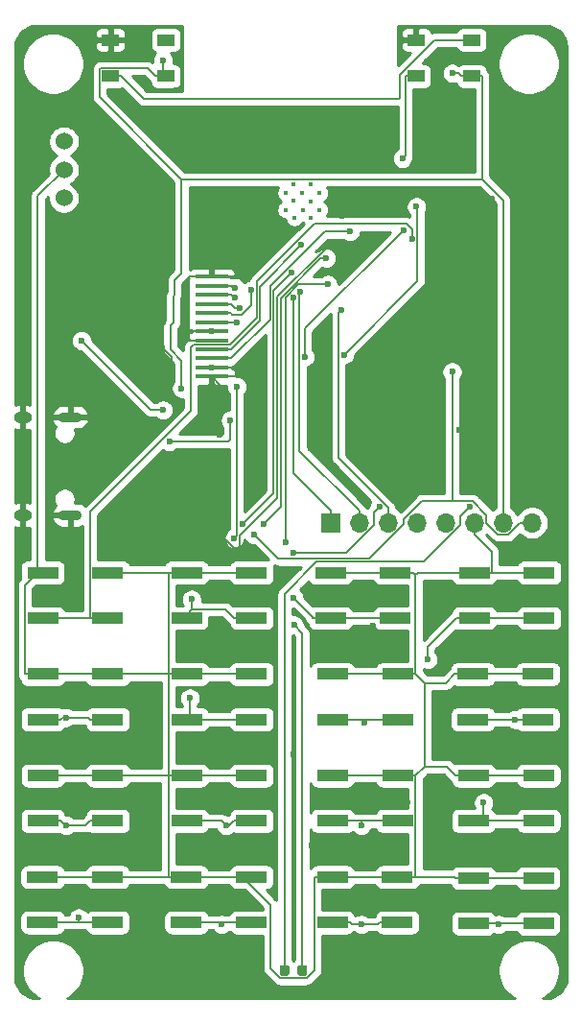
<source format=gbr>
%TF.GenerationSoftware,KiCad,Pcbnew,(5.1.12)-1*%
%TF.CreationDate,2022-08-12T17:27:40+02:00*%
%TF.ProjectId,upitchuS2,75706974-6368-4755-9332-2e6b69636164,1.1*%
%TF.SameCoordinates,Original*%
%TF.FileFunction,Copper,L1,Top*%
%TF.FilePolarity,Positive*%
%FSLAX46Y46*%
G04 Gerber Fmt 4.6, Leading zero omitted, Abs format (unit mm)*
G04 Created by KiCad (PCBNEW (5.1.12)-1) date 2022-08-12 17:27:40*
%MOMM*%
%LPD*%
G01*
G04 APERTURE LIST*
%TA.AperFunction,SMDPad,CuDef*%
%ADD10R,2.750000X1.000000*%
%TD*%
%TA.AperFunction,SMDPad,CuDef*%
%ADD11R,1.500000X1.000000*%
%TD*%
%TA.AperFunction,SMDPad,CuDef*%
%ADD12R,3.000000X0.400000*%
%TD*%
%TA.AperFunction,ComponentPad*%
%ADD13O,1.600000X1.000000*%
%TD*%
%TA.AperFunction,ComponentPad*%
%ADD14O,2.100000X0.900000*%
%TD*%
%TA.AperFunction,ComponentPad*%
%ADD15R,1.700000X1.700000*%
%TD*%
%TA.AperFunction,ComponentPad*%
%ADD16O,1.700000X1.700000*%
%TD*%
%TA.AperFunction,ComponentPad*%
%ADD17C,1.524000*%
%TD*%
%TA.AperFunction,ComponentPad*%
%ADD18C,0.400000*%
%TD*%
%TA.AperFunction,ViaPad*%
%ADD19C,0.600000*%
%TD*%
%TA.AperFunction,Conductor*%
%ADD20C,0.130000*%
%TD*%
%TA.AperFunction,Conductor*%
%ADD21C,0.254000*%
%TD*%
%TA.AperFunction,Conductor*%
%ADD22C,0.100000*%
%TD*%
G04 APERTURE END LIST*
D10*
%TO.P,SW105,2*%
%TO.N,Net-(R104-Pad1)*%
X124175000Y-103900000D03*
X129925000Y-103900000D03*
%TO.P,SW105,1*%
%TO.N,+3V3*%
X129925000Y-99900000D03*
X124175000Y-99900000D03*
%TD*%
%TO.P,D1,1*%
%TO.N,Net-(D1-Pad1)*%
%TA.AperFunction,SMDPad,CuDef*%
G36*
G01*
X106987000Y-135256250D02*
X106987000Y-134743750D01*
G75*
G02*
X107205750Y-134525000I218750J0D01*
G01*
X107643250Y-134525000D01*
G75*
G02*
X107862000Y-134743750I0J-218750D01*
G01*
X107862000Y-135256250D01*
G75*
G02*
X107643250Y-135475000I-218750J0D01*
G01*
X107205750Y-135475000D01*
G75*
G02*
X106987000Y-135256250I0J218750D01*
G01*
G37*
%TD.AperFunction*%
%TO.P,D1,2*%
%TO.N,Net-(D1-Pad2)*%
%TA.AperFunction,SMDPad,CuDef*%
G36*
G01*
X108562000Y-135256250D02*
X108562000Y-134743750D01*
G75*
G02*
X108780750Y-134525000I218750J0D01*
G01*
X109218250Y-134525000D01*
G75*
G02*
X109437000Y-134743750I0J-218750D01*
G01*
X109437000Y-135256250D01*
G75*
G02*
X109218250Y-135475000I-218750J0D01*
G01*
X108780750Y-135475000D01*
G75*
G02*
X108562000Y-135256250I0J218750D01*
G01*
G37*
%TD.AperFunction*%
%TD*%
D11*
%TO.P,D101,1*%
%TO.N,/VBAT*%
X123950000Y-56100000D03*
%TO.P,D101,2*%
%TO.N,Net-(D101-Pad2)*%
X123950000Y-52900000D03*
%TO.P,D101,4*%
%TO.N,/RGBi*%
X119050000Y-56100000D03*
%TO.P,D101,3*%
%TO.N,GND*%
X119050000Y-52900000D03*
%TD*%
%TO.P,D102,3*%
%TO.N,GND*%
X92050000Y-52900000D03*
%TO.P,D102,4*%
%TO.N,Net-(D101-Pad2)*%
X92050000Y-56100000D03*
%TO.P,D102,2*%
%TO.N,N/C*%
X96950000Y-52900000D03*
%TO.P,D102,1*%
%TO.N,/VBAT*%
X96950000Y-56100000D03*
%TD*%
D12*
%TO.P,U4,1*%
%TO.N,GND*%
X101000000Y-82600000D03*
%TO.P,U4,2*%
X101000000Y-81800000D03*
%TO.P,U4,3*%
%TO.N,/LEDA*%
X101000000Y-81000000D03*
%TO.P,U4,4*%
%TO.N,/3VDISPL*%
X101000000Y-80200000D03*
%TO.P,U4,5*%
%TO.N,GND*%
X101000000Y-79400000D03*
%TO.P,U4,6*%
X101000000Y-78600000D03*
%TO.P,U4,11*%
%TO.N,/DisplRST*%
X101000000Y-74600000D03*
%TO.P,U4,7*%
%TO.N,/SPI_DC*%
X101000000Y-77800000D03*
%TO.P,U4,12*%
%TO.N,GND*%
X101000000Y-73800000D03*
%TO.P,U4,9*%
%TO.N,/SCK*%
X101000000Y-76200000D03*
%TO.P,U4,8*%
%TO.N,/SCI_CS*%
X101000000Y-77000000D03*
%TO.P,U4,10*%
%TO.N,/MOSI*%
X101000000Y-75400000D03*
%TD*%
D13*
%TO.P,J101,S1*%
%TO.N,GND*%
X84330000Y-94820000D03*
X84330000Y-86180000D03*
D14*
X88510000Y-94820000D03*
X88510000Y-86180000D03*
%TD*%
D10*
%TO.P,SW101,2*%
%TO.N,Net-(R101-Pad1)*%
X86075000Y-121800000D03*
X91825000Y-121800000D03*
%TO.P,SW101,1*%
%TO.N,+3V3*%
X91825000Y-117800000D03*
X86075000Y-117800000D03*
%TD*%
%TO.P,SW102,2*%
%TO.N,Net-(R102-Pad1)*%
X86050000Y-130750000D03*
X91800000Y-130750000D03*
%TO.P,SW102,1*%
%TO.N,+3V3*%
X91800000Y-126750000D03*
X86050000Y-126750000D03*
%TD*%
%TO.P,SW103,1*%
%TO.N,+3V3*%
X86075000Y-108850000D03*
X91825000Y-108850000D03*
%TO.P,SW103,2*%
%TO.N,Net-(R103-Pad1)*%
X91825000Y-112850000D03*
X86075000Y-112850000D03*
%TD*%
%TO.P,SW104,2*%
%TO.N,Net-(R14-Pad2)*%
X86075000Y-103900000D03*
X91825000Y-103900000D03*
%TO.P,SW104,1*%
%TO.N,+3V3*%
X91825000Y-99900000D03*
X86075000Y-99900000D03*
%TD*%
%TO.P,SW106,1*%
%TO.N,+3V3*%
X98775000Y-117800000D03*
X104525000Y-117800000D03*
%TO.P,SW106,2*%
%TO.N,Net-(R109-Pad1)*%
X104525000Y-121800000D03*
X98775000Y-121800000D03*
%TD*%
%TO.P,SW107,1*%
%TO.N,+3V3*%
X98750000Y-126750000D03*
X104500000Y-126750000D03*
%TO.P,SW107,2*%
%TO.N,Net-(R110-Pad1)*%
X104500000Y-130750000D03*
X98750000Y-130750000D03*
%TD*%
%TO.P,SW108,2*%
%TO.N,Net-(R111-Pad1)*%
X98775000Y-112850000D03*
X104525000Y-112850000D03*
%TO.P,SW108,1*%
%TO.N,+3V3*%
X104525000Y-108850000D03*
X98775000Y-108850000D03*
%TD*%
%TO.P,SW109,1*%
%TO.N,+3V3*%
X98775000Y-99900000D03*
X104525000Y-99900000D03*
%TO.P,SW109,2*%
%TO.N,Net-(R112-Pad1)*%
X104525000Y-103900000D03*
X98775000Y-103900000D03*
%TD*%
%TO.P,SW110,1*%
%TO.N,+3V3*%
X124050000Y-108850000D03*
X129800000Y-108850000D03*
%TO.P,SW110,2*%
%TO.N,Net-(R113-Pad1)*%
X129800000Y-112850000D03*
X124050000Y-112850000D03*
%TD*%
%TO.P,SW111,1*%
%TO.N,+3V3*%
X111675000Y-117800000D03*
X117425000Y-117800000D03*
%TO.P,SW111,2*%
%TO.N,Net-(R119-Pad1)*%
X117425000Y-121800000D03*
X111675000Y-121800000D03*
%TD*%
%TO.P,SW112,1*%
%TO.N,+3V3*%
X111650000Y-126750000D03*
X117400000Y-126750000D03*
%TO.P,SW112,2*%
%TO.N,Net-(R120-Pad1)*%
X117400000Y-130750000D03*
X111650000Y-130750000D03*
%TD*%
%TO.P,SW113,1*%
%TO.N,+3V3*%
X111675000Y-108850000D03*
X117425000Y-108850000D03*
%TO.P,SW113,2*%
%TO.N,Net-(R121-Pad1)*%
X117425000Y-112850000D03*
X111675000Y-112850000D03*
%TD*%
%TO.P,SW114,2*%
%TO.N,Net-(R122-Pad1)*%
X111475000Y-103900000D03*
X117225000Y-103900000D03*
%TO.P,SW114,1*%
%TO.N,+3V3*%
X117225000Y-99900000D03*
X111475000Y-99900000D03*
%TD*%
%TO.P,SW115,2*%
%TO.N,Net-(R123-Pad1)*%
X124125000Y-121800000D03*
X129875000Y-121800000D03*
%TO.P,SW115,1*%
%TO.N,+3V3*%
X129875000Y-117800000D03*
X124125000Y-117800000D03*
%TD*%
D15*
%TO.P,J102,1*%
%TO.N,/TX0*%
X111500000Y-95500000D03*
D16*
%TO.P,J102,2*%
%TO.N,/RX0*%
X114040000Y-95500000D03*
%TO.P,J102,3*%
%TO.N,/SDA*%
X116580000Y-95500000D03*
%TO.P,J102,4*%
%TO.N,/SCL*%
X119120000Y-95500000D03*
%TO.P,J102,5*%
%TO.N,GND*%
X121660000Y-95500000D03*
%TO.P,J102,6*%
%TO.N,+3V3*%
X124200000Y-95500000D03*
%TO.P,J102,7*%
%TO.N,/VBAT*%
X126740000Y-95500000D03*
%TO.P,J102,8*%
%TO.N,/VUSB*%
X129280000Y-95500000D03*
%TD*%
D10*
%TO.P,SW116,1*%
%TO.N,+3V3*%
X124100000Y-126850000D03*
X129850000Y-126850000D03*
%TO.P,SW116,2*%
%TO.N,Net-(R131-Pad1)*%
X129850000Y-130850000D03*
X124100000Y-130850000D03*
%TD*%
D17*
%TO.P,SW117,1*%
%TO.N,+3V3*%
X87950000Y-64350000D03*
%TO.P,SW117,3*%
%TO.N,N/C*%
X87950000Y-61850000D03*
%TO.P,SW117,2*%
%TO.N,Net-(C9-Pad2)*%
X87950000Y-66850000D03*
%TD*%
D18*
%TO.P,U102,*%
%TO.N,*%
X108254000Y-67074000D03*
X109778000Y-68598000D03*
X109066800Y-67886800D03*
X108304800Y-68598000D03*
X109778000Y-65600800D03*
X109778000Y-67124800D03*
X110540000Y-67886800D03*
X108254000Y-65600800D03*
X110540000Y-66413600D03*
X109016000Y-66413600D03*
X107542800Y-66413600D03*
X107542800Y-67886800D03*
%TD*%
D19*
%TO.N,/VUSB*%
X104759200Y-96565600D03*
X122229500Y-82187000D03*
%TO.N,GND*%
X99400000Y-59100000D03*
X115300000Y-119950000D03*
X122900000Y-87350000D03*
X124900000Y-85200000D03*
X130350000Y-101750000D03*
X93050000Y-66000000D03*
X121250000Y-83350000D03*
X123500000Y-80200000D03*
X96000000Y-67000000D03*
X94400000Y-64050000D03*
X96600000Y-61700000D03*
X101200000Y-61050000D03*
X108200000Y-59300000D03*
X120350000Y-63050000D03*
X101750000Y-96100000D03*
X101250000Y-92050000D03*
X101700000Y-87700000D03*
X96800000Y-89500000D03*
X96000000Y-87250000D03*
X125800000Y-83150000D03*
X130250000Y-82000000D03*
X128750000Y-62900000D03*
X123950000Y-62200000D03*
X129200000Y-68950000D03*
X127850000Y-68550000D03*
X125703818Y-66896182D03*
X94050000Y-62100000D03*
X93800000Y-59400000D03*
X97900000Y-57350000D03*
X101650000Y-59200000D03*
X93950000Y-112200000D03*
X130200000Y-106100000D03*
X106100000Y-66200000D03*
X120300000Y-121450000D03*
X118250000Y-120200000D03*
X101000000Y-81800000D03*
X112500000Y-68400000D03*
X112950000Y-71300000D03*
X105250000Y-88650000D03*
X109750000Y-88950000D03*
X111400000Y-85900000D03*
X113550000Y-86700000D03*
X105700000Y-115150000D03*
X108200000Y-115950000D03*
X109850000Y-124000000D03*
X116150000Y-101800000D03*
X119900000Y-102000000D03*
X115250000Y-104550000D03*
X118100000Y-106300000D03*
X120650000Y-113100000D03*
X97500000Y-81450000D03*
X96650000Y-80050000D03*
X96700000Y-77850000D03*
X101000000Y-78600000D03*
X104750000Y-67450000D03*
X104000000Y-68850000D03*
X103700000Y-70450000D03*
X101600000Y-70300000D03*
X122600000Y-66900000D03*
X123600000Y-70000000D03*
X124500000Y-73750000D03*
X115300000Y-89450000D03*
X118300000Y-80800000D03*
%TO.N,/VBAT*%
X98345000Y-83627100D03*
X96695500Y-54705000D03*
X122244500Y-55847900D03*
%TO.N,Net-(C8-Pad2)*%
X96720400Y-85546000D03*
X89497900Y-79428200D03*
%TO.N,Net-(D1-Pad1)*%
X123803800Y-94086000D03*
%TO.N,Net-(D1-Pad2)*%
X108272800Y-104524500D03*
%TO.N,/D-*%
X97254000Y-88319000D03*
X102642000Y-86449700D03*
%TO.N,Net-(R6-Pad2)*%
X117962600Y-69657600D03*
X109242800Y-80863500D03*
%TO.N,Net-(R14-Pad2)*%
X118680100Y-70463300D03*
%TO.N,/BUT2*%
X105564900Y-95569600D03*
X111104500Y-72156300D03*
%TO.N,/BUT3*%
X107495600Y-97202300D03*
X111239600Y-74457500D03*
%TO.N,/BAT_ADC*%
X119089200Y-67606800D03*
X112706700Y-80672600D03*
%TO.N,/BUT4*%
X103766900Y-95620700D03*
X108067900Y-73438200D03*
%TO.N,/DisplRST*%
X103079000Y-74773400D03*
%TO.N,/SPI_DC*%
X103211600Y-77856100D03*
%TO.N,/SCK*%
X103442800Y-76586600D03*
%TO.N,/MOSI*%
X103091500Y-75666800D03*
%TO.N,/SCI_CS*%
X104471400Y-74970900D03*
%TO.N,/3VDISPL*%
X108925100Y-70970900D03*
%TO.N,/LEDA*%
X113221200Y-69806900D03*
%TO.N,/RGBi*%
X117838200Y-63351300D03*
%TO.N,Net-(R101-Pad1)*%
X88128000Y-122195000D03*
%TO.N,Net-(R102-Pad1)*%
X89249500Y-130353900D03*
%TO.N,Net-(R103-Pad1)*%
X88128000Y-112680000D03*
%TO.N,Net-(R104-Pad1)*%
X120083200Y-107569400D03*
%TO.N,/BUT7*%
X102989200Y-96878200D03*
X103218000Y-83501800D03*
%TO.N,Net-(R109-Pad1)*%
X102255300Y-122195000D03*
%TO.N,Net-(R110-Pad1)*%
X101871500Y-130927900D03*
%TO.N,Net-(R111-Pad1)*%
X99066800Y-110959200D03*
%TO.N,Net-(R112-Pad1)*%
X99222900Y-102251900D03*
%TO.N,Net-(R113-Pad1)*%
X127810000Y-112856400D03*
%TO.N,/BUT5*%
X108220800Y-98180800D03*
X115807500Y-94091300D03*
%TO.N,Net-(R119-Pad1)*%
X114216500Y-122195000D03*
%TO.N,Net-(R120-Pad1)*%
X114204000Y-130925000D03*
%TO.N,Net-(R121-Pad1)*%
X114508100Y-113136900D03*
%TO.N,Net-(R122-Pad1)*%
X108228100Y-102101100D03*
%TO.N,Net-(R123-Pad1)*%
X125008100Y-120191500D03*
%TO.N,/TX0*%
X108185600Y-75650300D03*
%TO.N,/RX0*%
X108767600Y-75078500D03*
%TO.N,/SDA*%
X112446300Y-76758100D03*
%TO.N,Net-(R131-Pad1)*%
X126335000Y-130927900D03*
%TD*%
D20*
%TO.N,/VUSB*%
X122229500Y-93589400D02*
X124030000Y-93589400D01*
X124030000Y-93589400D02*
X125245400Y-94804800D01*
X125245400Y-94804800D02*
X125245400Y-95534200D01*
X125245400Y-95534200D02*
X126264000Y-96552800D01*
X126264000Y-96552800D02*
X127181900Y-96552800D01*
X127181900Y-96552800D02*
X128234700Y-95500000D01*
X104759200Y-96565600D02*
X106869700Y-98676100D01*
X106869700Y-98676100D02*
X114885300Y-98676100D01*
X114885300Y-98676100D02*
X117980100Y-95581300D01*
X117980100Y-95581300D02*
X117980100Y-95148100D01*
X117980100Y-95148100D02*
X119538800Y-93589400D01*
X119538800Y-93589400D02*
X122229500Y-93589400D01*
X122229500Y-93589400D02*
X122229500Y-82187000D01*
X129280000Y-95500000D02*
X128234700Y-95500000D01*
%TO.N,GND*%
X101750000Y-92550000D02*
X101250000Y-92050000D01*
X101750000Y-96100000D02*
X101750000Y-92550000D01*
X101700000Y-83300000D02*
X101000000Y-82600000D01*
X101700000Y-87700000D02*
X101700000Y-83300000D01*
X123500000Y-80200000D02*
X121350000Y-80200000D01*
X121350000Y-80200000D02*
X121100000Y-80450000D01*
X121100000Y-83200000D02*
X121250000Y-83350000D01*
X121100000Y-80450000D02*
X121100000Y-83200000D01*
X125800000Y-82500000D02*
X123500000Y-80200000D01*
X125800000Y-83150000D02*
X125800000Y-82500000D01*
X115550000Y-120200000D02*
X115300000Y-119950000D01*
X118250000Y-120200000D02*
X115550000Y-120200000D01*
X101000000Y-73800000D02*
X99050000Y-73800000D01*
X99050000Y-73800000D02*
X98605010Y-74244990D01*
X98605010Y-74244990D02*
X98605010Y-78455010D01*
X98750000Y-78600000D02*
X101000000Y-78600000D01*
X98700000Y-78550000D02*
X98700000Y-79400000D01*
X98605010Y-78455010D02*
X98700000Y-78550000D01*
X98700000Y-78550000D02*
X98750000Y-78600000D01*
X98700000Y-79400000D02*
X101000000Y-79400000D01*
X101000000Y-81800000D02*
X101000000Y-81800000D01*
X103200000Y-81800000D02*
X103300000Y-81900000D01*
X103300000Y-81900000D02*
X103300000Y-82400000D01*
X103100000Y-82600000D02*
X101000000Y-82600000D01*
X103300000Y-82400000D02*
X103100000Y-82600000D01*
X101000000Y-81800000D02*
X103200000Y-81800000D01*
X103484201Y-96636001D02*
X103484201Y-97565799D01*
X106814490Y-93305712D02*
X103484201Y-96636001D01*
X106814490Y-75563901D02*
X106814490Y-93305712D01*
X111078391Y-71300000D02*
X106814490Y-75563901D01*
X112950000Y-71300000D02*
X111078391Y-71300000D01*
X103484201Y-97565799D02*
X103300000Y-97750000D01*
X101750000Y-96524264D02*
X101750000Y-96100000D01*
X102975736Y-97750000D02*
X101750000Y-96524264D01*
X103300000Y-97750000D02*
X102975736Y-97750000D01*
X109750000Y-88950000D02*
X111300000Y-87400000D01*
X111300000Y-86000000D02*
X111400000Y-85900000D01*
X111300000Y-87400000D02*
X111300000Y-86000000D01*
X97500000Y-80900000D02*
X96650000Y-80050000D01*
X97500000Y-81450000D02*
X97500000Y-80900000D01*
X96650000Y-77900000D02*
X96700000Y-77850000D01*
X96650000Y-80050000D02*
X96650000Y-77900000D01*
X104850000Y-67450000D02*
X104750000Y-67450000D01*
X106100000Y-66200000D02*
X104850000Y-67450000D01*
X104750000Y-68100000D02*
X104000000Y-68850000D01*
X104750000Y-67450000D02*
X104750000Y-68100000D01*
%TO.N,+3V3*%
X97179700Y-126750000D02*
X93370300Y-126750000D01*
X91800000Y-126750000D02*
X93370300Y-126750000D01*
X97179700Y-117800000D02*
X97179700Y-126750000D01*
X97179700Y-117800000D02*
X93395300Y-117800000D01*
X97204700Y-117800000D02*
X97179700Y-117800000D01*
X98750000Y-126750000D02*
X97179700Y-126750000D01*
X91800000Y-126750000D02*
X86050000Y-126750000D01*
X125745300Y-99900000D02*
X129925000Y-99900000D01*
X124200000Y-96545300D02*
X125745300Y-98090600D01*
X125745300Y-98090600D02*
X125745300Y-99900000D01*
X124175000Y-99900000D02*
X125745300Y-99900000D01*
X118995300Y-126725000D02*
X118970300Y-126750000D01*
X118995300Y-117800000D02*
X118995300Y-126725000D01*
X118995300Y-126725000D02*
X122404700Y-126725000D01*
X122404700Y-126725000D02*
X122529700Y-126850000D01*
X124100000Y-126850000D02*
X122529700Y-126850000D01*
X119782500Y-117012800D02*
X118995300Y-117800000D01*
X117400000Y-126750000D02*
X118970300Y-126750000D01*
X119782500Y-109637200D02*
X119782500Y-117012800D01*
X119782500Y-117012800D02*
X121767500Y-117012800D01*
X121767500Y-117012800D02*
X122554700Y-117800000D01*
X124125000Y-117800000D02*
X122554700Y-117800000D01*
X111650000Y-126750000D02*
X117400000Y-126750000D01*
X119782500Y-109637200D02*
X118995300Y-108850000D01*
X122479700Y-108850000D02*
X121692500Y-109637200D01*
X121692500Y-109637200D02*
X119782500Y-109637200D01*
X117425000Y-117800000D02*
X118995300Y-117800000D01*
X91825000Y-117800000D02*
X93395300Y-117800000D01*
X97204700Y-108850000D02*
X97204700Y-117800000D01*
X97204700Y-108850000D02*
X91825000Y-108850000D01*
X97269800Y-108850000D02*
X97204700Y-108850000D01*
X98775000Y-108850000D02*
X97269800Y-108850000D01*
X98775000Y-117800000D02*
X97204700Y-117800000D01*
X118995300Y-100100000D02*
X118795300Y-99900000D01*
X118995300Y-108850000D02*
X118995300Y-100100000D01*
X124175000Y-99900000D02*
X119195300Y-99900000D01*
X119195300Y-99900000D02*
X118995300Y-100100000D01*
X117225000Y-99900000D02*
X118795300Y-99900000D01*
X117425000Y-108850000D02*
X118995300Y-108850000D01*
X103714900Y-126750000D02*
X100320300Y-126750000D01*
X110079700Y-126750000D02*
X110079700Y-134984100D01*
X110079700Y-134984100D02*
X109384100Y-135679700D01*
X109384100Y-135679700D02*
X107028400Y-135679700D01*
X107028400Y-135679700D02*
X106172900Y-134824200D01*
X106172900Y-134824200D02*
X106172900Y-129208000D01*
X106172900Y-129208000D02*
X103714900Y-126750000D01*
X98750000Y-126750000D02*
X100320300Y-126750000D01*
X86075000Y-108850000D02*
X84504700Y-108850000D01*
X84504700Y-108850000D02*
X84504700Y-101030400D01*
X84504700Y-101030400D02*
X85635100Y-99900000D01*
X86075000Y-108850000D02*
X91825000Y-108850000D01*
X117425000Y-108850000D02*
X111675000Y-108850000D01*
X124050000Y-108850000D02*
X122479700Y-108850000D01*
X129800000Y-108850000D02*
X124050000Y-108850000D01*
X111675000Y-117800000D02*
X117425000Y-117800000D01*
X129875000Y-117800000D02*
X124125000Y-117800000D01*
X129850000Y-126850000D02*
X124100000Y-126850000D01*
X111650000Y-126750000D02*
X110079700Y-126750000D01*
X104500000Y-126750000D02*
X103714900Y-126750000D01*
X97204700Y-99900000D02*
X93395300Y-99900000D01*
X97204700Y-99900000D02*
X97204700Y-108850000D01*
X104525000Y-108850000D02*
X98775000Y-108850000D01*
X104525000Y-117800000D02*
X98775000Y-117800000D01*
X104525000Y-99900000D02*
X102954700Y-99900000D01*
X98775000Y-99900000D02*
X100345300Y-99900000D01*
X100345300Y-99900000D02*
X102954700Y-99900000D01*
X91825000Y-99900000D02*
X93395300Y-99900000D01*
X85635100Y-99900000D02*
X85635100Y-66664900D01*
X85635100Y-66664900D02*
X87950000Y-64350000D01*
X86075000Y-99900000D02*
X85635100Y-99900000D01*
X115654700Y-99900000D02*
X113045300Y-99900000D01*
X98775000Y-99900000D02*
X97204700Y-99900000D01*
X86075000Y-117800000D02*
X90254700Y-117800000D01*
X91105000Y-117800000D02*
X91825000Y-117800000D01*
X111926100Y-99900000D02*
X111475000Y-99900000D01*
X111926100Y-99900000D02*
X113045300Y-99900000D01*
X91105000Y-117800000D02*
X90254700Y-117800000D01*
X117225000Y-99900000D02*
X115654700Y-99900000D01*
X124200000Y-95500000D02*
X124200000Y-96545300D01*
%TO.N,/VBAT*%
X98345000Y-65197800D02*
X124895300Y-65197800D01*
X96004700Y-56100000D02*
X95309400Y-55404700D01*
X95309400Y-55404700D02*
X91185300Y-55404700D01*
X91185300Y-55404700D02*
X91104600Y-55485400D01*
X91104600Y-55485400D02*
X91104600Y-57957400D01*
X91104600Y-57957400D02*
X98345000Y-65197800D01*
X96695500Y-56100000D02*
X96004700Y-56100000D01*
X96950000Y-56100000D02*
X96695500Y-56100000D01*
X96695500Y-54705000D02*
X96695500Y-56100000D01*
X126740000Y-94454700D02*
X126740000Y-67042500D01*
X126740000Y-67042500D02*
X124895300Y-65197800D01*
X124895300Y-65197800D02*
X124895300Y-56100000D01*
X123950000Y-56100000D02*
X124895300Y-56100000D01*
X126740000Y-95500000D02*
X126740000Y-94454700D01*
X123950000Y-56100000D02*
X123004700Y-56100000D01*
X122244500Y-55847900D02*
X122752600Y-55847900D01*
X122752600Y-55847900D02*
X123004700Y-56100000D01*
X98345000Y-73495000D02*
X98345000Y-65197800D01*
X97700000Y-74140000D02*
X98345000Y-73495000D01*
X97700000Y-75400000D02*
X97700000Y-74140000D01*
X97600000Y-75500000D02*
X97700000Y-75400000D01*
X97600000Y-77850000D02*
X97600000Y-75500000D01*
X97350000Y-78100000D02*
X97600000Y-77850000D01*
X98345000Y-81195000D02*
X97350000Y-80200000D01*
X97350000Y-80200000D02*
X97350000Y-78100000D01*
X98345000Y-83627100D02*
X98345000Y-81195000D01*
%TO.N,Net-(C8-Pad2)*%
X89497900Y-79428200D02*
X95615700Y-85546000D01*
X95615700Y-85546000D02*
X96720400Y-85546000D01*
%TO.N,Net-(D1-Pad1)*%
X123803800Y-94086000D02*
X122930000Y-94959800D01*
X122930000Y-94959800D02*
X122930000Y-95721000D01*
X122930000Y-95721000D02*
X119714400Y-98936600D01*
X119714400Y-98936600D02*
X110283900Y-98936600D01*
X110283900Y-98936600D02*
X107424500Y-101796000D01*
X107424500Y-101796000D02*
X107424500Y-135000000D01*
%TO.N,Net-(D1-Pad2)*%
X108272800Y-104524500D02*
X108999500Y-105251200D01*
X108999500Y-105251200D02*
X108999500Y-135000000D01*
%TO.N,/D-*%
X102642000Y-88158000D02*
X102642000Y-86449700D01*
X102481000Y-88319000D02*
X102642000Y-88158000D01*
X97254000Y-88319000D02*
X102481000Y-88319000D01*
%TO.N,Net-(R6-Pad2)*%
X109242800Y-80863500D02*
X109242800Y-78377400D01*
X109242800Y-78377400D02*
X117962600Y-69657600D01*
%TO.N,Net-(R14-Pad2)*%
X118680100Y-70463300D02*
X118680100Y-69623900D01*
X118680100Y-69623900D02*
X118193900Y-69137700D01*
X118193900Y-69137700D02*
X110048900Y-69137700D01*
X110048900Y-69137700D02*
X104978500Y-74208100D01*
X104978500Y-74208100D02*
X104978500Y-77445500D01*
X104978500Y-77445500D02*
X102628600Y-79795400D01*
X102628600Y-79795400D02*
X99396400Y-79795400D01*
X99396400Y-79795400D02*
X99154200Y-80037600D01*
X99154200Y-80037600D02*
X99154200Y-85617200D01*
X99154200Y-85617200D02*
X90254700Y-94516700D01*
X90254700Y-94516700D02*
X90254700Y-103900000D01*
X90254700Y-103900000D02*
X86075000Y-103900000D01*
X91825000Y-103900000D02*
X90254700Y-103900000D01*
%TO.N,/BUT2*%
X111104500Y-72156300D02*
X110589800Y-72156300D01*
X110589800Y-72156300D02*
X107074500Y-75671600D01*
X107074500Y-75671600D02*
X107074500Y-94060000D01*
X107074500Y-94060000D02*
X105564900Y-95569600D01*
%TO.N,/BUT3*%
X111239600Y-74457500D02*
X108675800Y-74457500D01*
X108675800Y-74457500D02*
X107495600Y-75637700D01*
X107495600Y-75637700D02*
X107495600Y-97202300D01*
%TO.N,/BAT_ADC*%
X112706700Y-80672600D02*
X119175400Y-74203900D01*
X119175400Y-74203900D02*
X119175400Y-67693000D01*
X119175400Y-67693000D02*
X119089200Y-67606800D01*
%TO.N,/BUT4*%
X103766900Y-95620700D02*
X106469000Y-92918600D01*
X106469000Y-92918600D02*
X106469000Y-75037100D01*
X106469000Y-75037100D02*
X108067900Y-73438200D01*
%TO.N,/DisplRST*%
X101000000Y-74600000D02*
X102695300Y-74600000D01*
X103079000Y-74773400D02*
X102868700Y-74773400D01*
X102868700Y-74773400D02*
X102695300Y-74600000D01*
%TO.N,/SPI_DC*%
X102695300Y-77800000D02*
X102751400Y-77856100D01*
X102751400Y-77856100D02*
X103211600Y-77856100D01*
X101000000Y-77800000D02*
X102695300Y-77800000D01*
%TO.N,/SCK*%
X101000000Y-76200000D02*
X102695300Y-76200000D01*
X103442800Y-76586600D02*
X103081900Y-76586600D01*
X103081900Y-76586600D02*
X102695300Y-76200000D01*
%TO.N,/MOSI*%
X101000000Y-75400000D02*
X102695300Y-75400000D01*
X103091500Y-75666800D02*
X102962100Y-75666800D01*
X102962100Y-75666800D02*
X102695300Y-75400000D01*
%TO.N,/SCI_CS*%
X101000000Y-77000000D02*
X102695300Y-77000000D01*
X104471400Y-74970900D02*
X104471400Y-76285300D01*
X104471400Y-76285300D02*
X103636600Y-77120100D01*
X103636600Y-77120100D02*
X102815400Y-77120100D01*
X102815400Y-77120100D02*
X102695300Y-77000000D01*
%TO.N,/3VDISPL*%
X102695300Y-80200000D02*
X105238900Y-77656400D01*
X105238900Y-77656400D02*
X105238900Y-74657100D01*
X105238900Y-74657100D02*
X108925100Y-70970900D01*
X101000000Y-80200000D02*
X102695300Y-80200000D01*
%TO.N,/LEDA*%
X101000000Y-81000000D02*
X102695300Y-81000000D01*
X113221200Y-69806900D02*
X110966800Y-69806900D01*
X110966800Y-69806900D02*
X106142600Y-74631100D01*
X106142600Y-74631100D02*
X106142600Y-77552700D01*
X106142600Y-77552700D02*
X102695300Y-81000000D01*
%TO.N,Net-(D101-Pad2)*%
X92050000Y-56100000D02*
X92995300Y-56100000D01*
X92995300Y-56100000D02*
X95002700Y-58107400D01*
X95002700Y-58107400D02*
X117502900Y-58107400D01*
X117502900Y-58107400D02*
X117601800Y-58008500D01*
X117601800Y-58008500D02*
X117601800Y-55989900D01*
X117601800Y-55989900D02*
X120691700Y-52900000D01*
X120691700Y-52900000D02*
X123950000Y-52900000D01*
%TO.N,/RGBi*%
X119050000Y-56100000D02*
X118104700Y-56100000D01*
X117838200Y-63351300D02*
X118104700Y-63084800D01*
X118104700Y-63084800D02*
X118104700Y-56100000D01*
%TO.N,Net-(R101-Pad1)*%
X91825000Y-121800000D02*
X90254700Y-121800000D01*
X90254700Y-121800000D02*
X89859700Y-122195000D01*
X89859700Y-122195000D02*
X88128000Y-122195000D01*
X86075000Y-121800000D02*
X87645300Y-121800000D01*
X88128000Y-122195000D02*
X88040300Y-122195000D01*
X88040300Y-122195000D02*
X87645300Y-121800000D01*
%TO.N,Net-(R102-Pad1)*%
X89249500Y-130750000D02*
X86050000Y-130750000D01*
X91014900Y-130750000D02*
X89249500Y-130750000D01*
X89249500Y-130353900D02*
X89249500Y-130750000D01*
X91800000Y-130750000D02*
X91014900Y-130750000D01*
%TO.N,Net-(R103-Pad1)*%
X91825000Y-112850000D02*
X90254700Y-112850000D01*
X88128000Y-112680000D02*
X90084700Y-112680000D01*
X90084700Y-112680000D02*
X90254700Y-112850000D01*
X87645300Y-112850000D02*
X87815300Y-112680000D01*
X87815300Y-112680000D02*
X88128000Y-112680000D01*
X86075000Y-112850000D02*
X87645300Y-112850000D01*
%TO.N,Net-(R104-Pad1)*%
X124175000Y-103900000D02*
X122604700Y-103900000D01*
X120083200Y-107569400D02*
X120083200Y-106421500D01*
X120083200Y-106421500D02*
X122604700Y-103900000D01*
X125745300Y-103900000D02*
X128354700Y-103900000D01*
X124175000Y-103900000D02*
X125745300Y-103900000D01*
X129925000Y-103900000D02*
X128354700Y-103900000D01*
%TO.N,/BUT7*%
X103218000Y-83501800D02*
X103218000Y-96649400D01*
X103218000Y-96649400D02*
X102989200Y-96878200D01*
%TO.N,Net-(R109-Pad1)*%
X98775000Y-121800000D02*
X101860300Y-121800000D01*
X101860300Y-121800000D02*
X102255300Y-122195000D01*
X104525000Y-121800000D02*
X102954700Y-121800000D01*
X102255300Y-122195000D02*
X102559700Y-122195000D01*
X102559700Y-122195000D02*
X102954700Y-121800000D01*
%TO.N,Net-(R110-Pad1)*%
X101871500Y-130750000D02*
X102929700Y-130750000D01*
X98750000Y-130750000D02*
X101871500Y-130750000D01*
X101871500Y-130927900D02*
X101871500Y-130750000D01*
X104500000Y-130750000D02*
X102929700Y-130750000D01*
%TO.N,Net-(R111-Pad1)*%
X99066800Y-112850000D02*
X100345300Y-112850000D01*
X98775000Y-112850000D02*
X99066800Y-112850000D01*
X99066800Y-110959200D02*
X99066800Y-112850000D01*
X104525000Y-112850000D02*
X100345300Y-112850000D01*
%TO.N,Net-(R112-Pad1)*%
X99222900Y-103141100D02*
X102195800Y-103141100D01*
X102195800Y-103141100D02*
X102954700Y-103900000D01*
X99092600Y-103900000D02*
X99092600Y-103271400D01*
X99092600Y-103271400D02*
X99222900Y-103141100D01*
X99222900Y-103141100D02*
X99222900Y-102251900D01*
X104525000Y-103900000D02*
X102954700Y-103900000D01*
X98775000Y-103900000D02*
X99092600Y-103900000D01*
%TO.N,Net-(R113-Pad1)*%
X124050000Y-112850000D02*
X127803600Y-112850000D01*
X127803600Y-112850000D02*
X127810000Y-112856400D01*
X129800000Y-112850000D02*
X128229700Y-112850000D01*
X127810000Y-112856400D02*
X128223300Y-112856400D01*
X128223300Y-112856400D02*
X128229700Y-112850000D01*
%TO.N,/BUT5*%
X115807500Y-94091300D02*
X115310000Y-94588800D01*
X115310000Y-94588800D02*
X115310000Y-95730900D01*
X115310000Y-95730900D02*
X112860100Y-98180800D01*
X112860100Y-98180800D02*
X108220800Y-98180800D01*
%TO.N,Net-(R119-Pad1)*%
X114216500Y-121800000D02*
X117425000Y-121800000D01*
X112460200Y-121800000D02*
X114216500Y-121800000D01*
X114216500Y-122195000D02*
X114216500Y-121800000D01*
X111675000Y-121800000D02*
X112460200Y-121800000D01*
%TO.N,Net-(R120-Pad1)*%
X117400000Y-130750000D02*
X115829700Y-130750000D01*
X114204000Y-130925000D02*
X115654700Y-130925000D01*
X115654700Y-130925000D02*
X115829700Y-130750000D01*
X113220300Y-130750000D02*
X113395300Y-130925000D01*
X113395300Y-130925000D02*
X114204000Y-130925000D01*
X111650000Y-130750000D02*
X113220300Y-130750000D01*
%TO.N,Net-(R121-Pad1)*%
X114508100Y-112850000D02*
X115854700Y-112850000D01*
X111675000Y-112850000D02*
X114508100Y-112850000D01*
X114508100Y-113136900D02*
X114508100Y-112850000D01*
X117425000Y-112850000D02*
X115854700Y-112850000D01*
%TO.N,Net-(R122-Pad1)*%
X111475000Y-103900000D02*
X109904700Y-103900000D01*
X108228100Y-102101100D02*
X109904700Y-103777700D01*
X109904700Y-103777700D02*
X109904700Y-103900000D01*
X117225000Y-103900000D02*
X111475000Y-103900000D01*
%TO.N,Net-(R123-Pad1)*%
X125008100Y-121800000D02*
X125695300Y-121800000D01*
X124125000Y-121800000D02*
X125008100Y-121800000D01*
X125008100Y-120191500D02*
X125008100Y-121800000D01*
X129875000Y-121800000D02*
X125695300Y-121800000D01*
%TO.N,/TX0*%
X111500000Y-95500000D02*
X111500000Y-94454700D01*
X108185600Y-75650300D02*
X108185600Y-91140300D01*
X108185600Y-91140300D02*
X111500000Y-94454700D01*
%TO.N,/RX0*%
X108767600Y-75078500D02*
X108747500Y-75098600D01*
X108747500Y-75098600D02*
X108747500Y-89162200D01*
X108747500Y-89162200D02*
X114040000Y-94454700D01*
X114040000Y-95500000D02*
X114040000Y-94454700D01*
%TO.N,/SDA*%
X112446300Y-76758100D02*
X112211400Y-76993000D01*
X112211400Y-76993000D02*
X112211400Y-89794700D01*
X112211400Y-89794700D02*
X116580000Y-94163300D01*
X116580000Y-94163300D02*
X116580000Y-94454700D01*
X116580000Y-95500000D02*
X116580000Y-94454700D01*
%TO.N,Net-(R131-Pad1)*%
X126335000Y-130850000D02*
X129850000Y-130850000D01*
X124885200Y-130850000D02*
X126335000Y-130850000D01*
X126335000Y-130927900D02*
X126335000Y-130850000D01*
X124100000Y-130850000D02*
X124885200Y-130850000D01*
%TD*%
D21*
%TO.N,GND*%
X98425000Y-57407400D02*
X95292649Y-57407400D01*
X93989949Y-56104700D01*
X95019451Y-56104700D01*
X95485407Y-56570657D01*
X95507330Y-56597370D01*
X95566447Y-56645886D01*
X95574188Y-56724482D01*
X95610498Y-56844180D01*
X95669463Y-56954494D01*
X95748815Y-57051185D01*
X95845506Y-57130537D01*
X95955820Y-57189502D01*
X96075518Y-57225812D01*
X96200000Y-57238072D01*
X97700000Y-57238072D01*
X97824482Y-57225812D01*
X97944180Y-57189502D01*
X98054494Y-57130537D01*
X98151185Y-57051185D01*
X98230537Y-56954494D01*
X98289502Y-56844180D01*
X98325812Y-56724482D01*
X98338072Y-56600000D01*
X98338072Y-55600000D01*
X98325812Y-55475518D01*
X98289502Y-55355820D01*
X98230537Y-55245506D01*
X98151185Y-55148815D01*
X98054494Y-55069463D01*
X97944180Y-55010498D01*
X97824482Y-54974188D01*
X97700000Y-54961928D01*
X97597711Y-54961928D01*
X97630500Y-54797089D01*
X97630500Y-54612911D01*
X97594568Y-54432271D01*
X97524086Y-54262111D01*
X97421762Y-54108972D01*
X97350862Y-54038072D01*
X97700000Y-54038072D01*
X97824482Y-54025812D01*
X97944180Y-53989502D01*
X98054494Y-53930537D01*
X98151185Y-53851185D01*
X98230537Y-53754494D01*
X98289502Y-53644180D01*
X98325812Y-53524482D01*
X98338072Y-53400000D01*
X98338072Y-52400000D01*
X98325812Y-52275518D01*
X98289502Y-52155820D01*
X98230537Y-52045506D01*
X98151185Y-51948815D01*
X98054494Y-51869463D01*
X97944180Y-51810498D01*
X97824482Y-51774188D01*
X97700000Y-51761928D01*
X96200000Y-51761928D01*
X96075518Y-51774188D01*
X95955820Y-51810498D01*
X95845506Y-51869463D01*
X95748815Y-51948815D01*
X95669463Y-52045506D01*
X95610498Y-52155820D01*
X95574188Y-52275518D01*
X95561928Y-52400000D01*
X95561928Y-53400000D01*
X95574188Y-53524482D01*
X95610498Y-53644180D01*
X95669463Y-53754494D01*
X95748815Y-53851185D01*
X95845506Y-53930537D01*
X95955820Y-53989502D01*
X96057779Y-54020431D01*
X95969238Y-54108972D01*
X95866914Y-54262111D01*
X95796432Y-54432271D01*
X95760500Y-54612911D01*
X95760500Y-54797089D01*
X95777680Y-54883456D01*
X95700181Y-54819855D01*
X95578575Y-54754855D01*
X95446624Y-54714828D01*
X95343790Y-54704700D01*
X95343787Y-54704700D01*
X95309400Y-54701313D01*
X95275013Y-54704700D01*
X91219686Y-54704700D01*
X91185299Y-54701313D01*
X91150912Y-54704700D01*
X91150910Y-54704700D01*
X91048076Y-54714828D01*
X90916125Y-54754855D01*
X90794519Y-54819855D01*
X90687930Y-54907330D01*
X90666004Y-54934047D01*
X90633943Y-54966108D01*
X90607230Y-54988031D01*
X90585309Y-55014742D01*
X90585308Y-55014743D01*
X90519755Y-55094619D01*
X90485862Y-55158029D01*
X90454755Y-55216226D01*
X90414728Y-55348177D01*
X90404600Y-55451010D01*
X90401213Y-55485400D01*
X90404600Y-55519787D01*
X90404601Y-57923003D01*
X90401213Y-57957400D01*
X90414729Y-58094623D01*
X90454755Y-58226574D01*
X90519755Y-58348181D01*
X90585308Y-58428057D01*
X90607231Y-58454770D01*
X90633942Y-58476691D01*
X97645001Y-65487751D01*
X97645000Y-73205050D01*
X97229342Y-73620709D01*
X97202631Y-73642630D01*
X97180710Y-73669341D01*
X97180708Y-73669343D01*
X97115155Y-73749219D01*
X97050155Y-73870826D01*
X97010129Y-74002777D01*
X96996613Y-74140000D01*
X97000001Y-74174397D01*
X97000000Y-75137572D01*
X96950155Y-75230826D01*
X96932244Y-75289872D01*
X96910387Y-75361928D01*
X96910129Y-75362777D01*
X96896613Y-75500000D01*
X96900001Y-75534397D01*
X96900000Y-77560051D01*
X96879343Y-77580708D01*
X96852631Y-77602630D01*
X96830710Y-77629341D01*
X96830708Y-77629343D01*
X96765155Y-77709219D01*
X96700155Y-77830826D01*
X96683907Y-77884389D01*
X96665555Y-77944891D01*
X96660129Y-77962777D01*
X96646613Y-78100000D01*
X96650001Y-78134397D01*
X96650000Y-80165613D01*
X96646613Y-80200000D01*
X96650000Y-80234387D01*
X96650000Y-80234389D01*
X96660128Y-80337223D01*
X96700155Y-80469174D01*
X96765155Y-80590781D01*
X96808979Y-80644180D01*
X96852630Y-80697369D01*
X96879343Y-80719292D01*
X97645001Y-81484950D01*
X97645000Y-83004810D01*
X97618738Y-83031072D01*
X97516414Y-83184211D01*
X97445932Y-83354371D01*
X97410000Y-83535011D01*
X97410000Y-83719189D01*
X97445932Y-83899829D01*
X97516414Y-84069989D01*
X97618738Y-84223128D01*
X97748972Y-84353362D01*
X97902111Y-84455686D01*
X98072271Y-84526168D01*
X98252911Y-84562100D01*
X98437089Y-84562100D01*
X98454201Y-84558696D01*
X98454201Y-85327249D01*
X89803434Y-93978017D01*
X89642545Y-93866191D01*
X89446233Y-93780624D01*
X89237000Y-93735000D01*
X88906193Y-93735000D01*
X88933108Y-93670022D01*
X88970000Y-93484552D01*
X88970000Y-93295448D01*
X88933108Y-93109978D01*
X88860741Y-92935269D01*
X88755681Y-92778036D01*
X88621964Y-92644319D01*
X88464731Y-92539259D01*
X88290022Y-92466892D01*
X88104552Y-92430000D01*
X87915448Y-92430000D01*
X87729978Y-92466892D01*
X87555269Y-92539259D01*
X87398036Y-92644319D01*
X87264319Y-92778036D01*
X87159259Y-92935269D01*
X87086892Y-93109978D01*
X87050000Y-93295448D01*
X87050000Y-93484552D01*
X87086892Y-93670022D01*
X87159259Y-93844731D01*
X87238248Y-93962947D01*
X87201609Y-93988413D01*
X87052986Y-94142592D01*
X86937298Y-94322803D01*
X86865592Y-94525999D01*
X86992498Y-94693000D01*
X88383000Y-94693000D01*
X88383000Y-94673000D01*
X88637000Y-94673000D01*
X88637000Y-94693000D01*
X88657000Y-94693000D01*
X88657000Y-94947000D01*
X88637000Y-94947000D01*
X88637000Y-95905000D01*
X89237000Y-95905000D01*
X89446233Y-95859376D01*
X89554700Y-95812098D01*
X89554701Y-103200000D01*
X88052904Y-103200000D01*
X88039502Y-103155820D01*
X87980537Y-103045506D01*
X87901185Y-102948815D01*
X87804494Y-102869463D01*
X87694180Y-102810498D01*
X87574482Y-102774188D01*
X87450000Y-102761928D01*
X85204700Y-102761928D01*
X85204700Y-101320349D01*
X85486977Y-101038072D01*
X87450000Y-101038072D01*
X87574482Y-101025812D01*
X87694180Y-100989502D01*
X87804494Y-100930537D01*
X87901185Y-100851185D01*
X87980537Y-100754494D01*
X88039502Y-100644180D01*
X88075812Y-100524482D01*
X88088072Y-100400000D01*
X88088072Y-99400000D01*
X88075812Y-99275518D01*
X88039502Y-99155820D01*
X87980537Y-99045506D01*
X87901185Y-98948815D01*
X87804494Y-98869463D01*
X87694180Y-98810498D01*
X87574482Y-98774188D01*
X87450000Y-98761928D01*
X86335100Y-98761928D01*
X86335100Y-95114001D01*
X86865592Y-95114001D01*
X86937298Y-95317197D01*
X87052986Y-95497408D01*
X87201609Y-95651587D01*
X87377455Y-95773809D01*
X87573767Y-95859376D01*
X87783000Y-95905000D01*
X88383000Y-95905000D01*
X88383000Y-94947000D01*
X86992498Y-94947000D01*
X86865592Y-95114001D01*
X86335100Y-95114001D01*
X86335100Y-86474001D01*
X86865592Y-86474001D01*
X86937298Y-86677197D01*
X87052986Y-86857408D01*
X87201609Y-87011587D01*
X87238248Y-87037053D01*
X87159259Y-87155269D01*
X87086892Y-87329978D01*
X87050000Y-87515448D01*
X87050000Y-87704552D01*
X87086892Y-87890022D01*
X87159259Y-88064731D01*
X87264319Y-88221964D01*
X87398036Y-88355681D01*
X87555269Y-88460741D01*
X87729978Y-88533108D01*
X87915448Y-88570000D01*
X88104552Y-88570000D01*
X88290022Y-88533108D01*
X88464731Y-88460741D01*
X88621964Y-88355681D01*
X88755681Y-88221964D01*
X88860741Y-88064731D01*
X88933108Y-87890022D01*
X88970000Y-87704552D01*
X88970000Y-87515448D01*
X88933108Y-87329978D01*
X88906193Y-87265000D01*
X89237000Y-87265000D01*
X89446233Y-87219376D01*
X89642545Y-87133809D01*
X89818391Y-87011587D01*
X89967014Y-86857408D01*
X90082702Y-86677197D01*
X90154408Y-86474001D01*
X90027502Y-86307000D01*
X88637000Y-86307000D01*
X88637000Y-86327000D01*
X88383000Y-86327000D01*
X88383000Y-86307000D01*
X86992498Y-86307000D01*
X86865592Y-86474001D01*
X86335100Y-86474001D01*
X86335100Y-85885999D01*
X86865592Y-85885999D01*
X86992498Y-86053000D01*
X88383000Y-86053000D01*
X88383000Y-85095000D01*
X88637000Y-85095000D01*
X88637000Y-86053000D01*
X90027502Y-86053000D01*
X90154408Y-85885999D01*
X90082702Y-85682803D01*
X89967014Y-85502592D01*
X89818391Y-85348413D01*
X89642545Y-85226191D01*
X89446233Y-85140624D01*
X89237000Y-85095000D01*
X88637000Y-85095000D01*
X88383000Y-85095000D01*
X87783000Y-85095000D01*
X87573767Y-85140624D01*
X87377455Y-85226191D01*
X87201609Y-85348413D01*
X87052986Y-85502592D01*
X86937298Y-85682803D01*
X86865592Y-85885999D01*
X86335100Y-85885999D01*
X86335100Y-79336111D01*
X88562900Y-79336111D01*
X88562900Y-79520289D01*
X88598832Y-79700929D01*
X88669314Y-79871089D01*
X88771638Y-80024228D01*
X88901872Y-80154462D01*
X89055011Y-80256786D01*
X89225171Y-80327268D01*
X89405811Y-80363200D01*
X89442951Y-80363200D01*
X95096409Y-86016659D01*
X95118330Y-86043370D01*
X95224919Y-86130845D01*
X95346525Y-86195845D01*
X95478476Y-86235872D01*
X95581310Y-86246000D01*
X95581313Y-86246000D01*
X95615700Y-86249387D01*
X95650087Y-86246000D01*
X96098110Y-86246000D01*
X96124372Y-86272262D01*
X96277511Y-86374586D01*
X96447671Y-86445068D01*
X96628311Y-86481000D01*
X96812489Y-86481000D01*
X96993129Y-86445068D01*
X97163289Y-86374586D01*
X97316428Y-86272262D01*
X97446662Y-86142028D01*
X97548986Y-85988889D01*
X97619468Y-85818729D01*
X97655400Y-85638089D01*
X97655400Y-85453911D01*
X97619468Y-85273271D01*
X97548986Y-85103111D01*
X97446662Y-84949972D01*
X97316428Y-84819738D01*
X97163289Y-84717414D01*
X96993129Y-84646932D01*
X96812489Y-84611000D01*
X96628311Y-84611000D01*
X96447671Y-84646932D01*
X96277511Y-84717414D01*
X96124372Y-84819738D01*
X96098110Y-84846000D01*
X95905650Y-84846000D01*
X90432900Y-79373251D01*
X90432900Y-79336111D01*
X90396968Y-79155471D01*
X90326486Y-78985311D01*
X90224162Y-78832172D01*
X90093928Y-78701938D01*
X89940789Y-78599614D01*
X89770629Y-78529132D01*
X89589989Y-78493200D01*
X89405811Y-78493200D01*
X89225171Y-78529132D01*
X89055011Y-78599614D01*
X88901872Y-78701938D01*
X88771638Y-78832172D01*
X88669314Y-78985311D01*
X88598832Y-79155471D01*
X88562900Y-79336111D01*
X86335100Y-79336111D01*
X86335100Y-66954849D01*
X86553000Y-66736949D01*
X86553000Y-66987592D01*
X86606686Y-67257490D01*
X86711995Y-67511727D01*
X86864880Y-67740535D01*
X87059465Y-67935120D01*
X87288273Y-68088005D01*
X87542510Y-68193314D01*
X87812408Y-68247000D01*
X88087592Y-68247000D01*
X88357490Y-68193314D01*
X88611727Y-68088005D01*
X88840535Y-67935120D01*
X89035120Y-67740535D01*
X89188005Y-67511727D01*
X89293314Y-67257490D01*
X89347000Y-66987592D01*
X89347000Y-66712408D01*
X89293314Y-66442510D01*
X89188005Y-66188273D01*
X89035120Y-65959465D01*
X88840535Y-65764880D01*
X88611727Y-65611995D01*
X88582769Y-65600000D01*
X88611727Y-65588005D01*
X88840535Y-65435120D01*
X89035120Y-65240535D01*
X89188005Y-65011727D01*
X89293314Y-64757490D01*
X89347000Y-64487592D01*
X89347000Y-64212408D01*
X89293314Y-63942510D01*
X89188005Y-63688273D01*
X89035120Y-63459465D01*
X88840535Y-63264880D01*
X88611727Y-63111995D01*
X88582769Y-63100000D01*
X88611727Y-63088005D01*
X88840535Y-62935120D01*
X89035120Y-62740535D01*
X89188005Y-62511727D01*
X89293314Y-62257490D01*
X89347000Y-61987592D01*
X89347000Y-61712408D01*
X89293314Y-61442510D01*
X89188005Y-61188273D01*
X89035120Y-60959465D01*
X88840535Y-60764880D01*
X88611727Y-60611995D01*
X88357490Y-60506686D01*
X88087592Y-60453000D01*
X87812408Y-60453000D01*
X87542510Y-60506686D01*
X87288273Y-60611995D01*
X87059465Y-60764880D01*
X86864880Y-60959465D01*
X86711995Y-61188273D01*
X86606686Y-61442510D01*
X86553000Y-61712408D01*
X86553000Y-61987592D01*
X86606686Y-62257490D01*
X86711995Y-62511727D01*
X86864880Y-62740535D01*
X87059465Y-62935120D01*
X87288273Y-63088005D01*
X87317231Y-63100000D01*
X87288273Y-63111995D01*
X87059465Y-63264880D01*
X86864880Y-63459465D01*
X86711995Y-63688273D01*
X86606686Y-63942510D01*
X86553000Y-64212408D01*
X86553000Y-64487592D01*
X86597706Y-64712344D01*
X85164442Y-66145609D01*
X85137731Y-66167530D01*
X85115810Y-66194241D01*
X85115808Y-66194243D01*
X85050255Y-66274119D01*
X84985255Y-66395726D01*
X84945229Y-66527677D01*
X84931713Y-66664900D01*
X84935101Y-66699297D01*
X84935100Y-85082887D01*
X84757000Y-85045000D01*
X84457000Y-85045000D01*
X84457000Y-86053000D01*
X84477000Y-86053000D01*
X84477000Y-86307000D01*
X84457000Y-86307000D01*
X84457000Y-87315000D01*
X84757000Y-87315000D01*
X84935100Y-87277113D01*
X84935100Y-93722887D01*
X84757000Y-93685000D01*
X84457000Y-93685000D01*
X84457000Y-94693000D01*
X84477000Y-94693000D01*
X84477000Y-94947000D01*
X84457000Y-94947000D01*
X84457000Y-95955000D01*
X84757000Y-95955000D01*
X84935100Y-95917113D01*
X84935100Y-98761928D01*
X84700000Y-98761928D01*
X84575518Y-98774188D01*
X84455820Y-98810498D01*
X84345506Y-98869463D01*
X84248815Y-98948815D01*
X84169463Y-99045506D01*
X84110498Y-99155820D01*
X84074188Y-99275518D01*
X84061928Y-99400000D01*
X84061928Y-100400000D01*
X84069390Y-100475761D01*
X84034042Y-100511109D01*
X84007331Y-100533030D01*
X83985410Y-100559741D01*
X83985408Y-100559743D01*
X83919855Y-100639619D01*
X83854855Y-100761226D01*
X83814829Y-100893177D01*
X83801313Y-101030400D01*
X83804701Y-101064797D01*
X83804700Y-108815610D01*
X83801313Y-108850000D01*
X83814828Y-108987224D01*
X83854855Y-109119175D01*
X83919855Y-109240781D01*
X84007330Y-109347370D01*
X84032500Y-109368026D01*
X84066447Y-109395886D01*
X84074188Y-109474482D01*
X84110498Y-109594180D01*
X84169463Y-109704494D01*
X84248815Y-109801185D01*
X84345506Y-109880537D01*
X84455820Y-109939502D01*
X84575518Y-109975812D01*
X84700000Y-109988072D01*
X87450000Y-109988072D01*
X87574482Y-109975812D01*
X87694180Y-109939502D01*
X87804494Y-109880537D01*
X87901185Y-109801185D01*
X87980537Y-109704494D01*
X88039502Y-109594180D01*
X88052904Y-109550000D01*
X89847096Y-109550000D01*
X89860498Y-109594180D01*
X89919463Y-109704494D01*
X89998815Y-109801185D01*
X90095506Y-109880537D01*
X90205820Y-109939502D01*
X90325518Y-109975812D01*
X90450000Y-109988072D01*
X93200000Y-109988072D01*
X93324482Y-109975812D01*
X93444180Y-109939502D01*
X93554494Y-109880537D01*
X93651185Y-109801185D01*
X93730537Y-109704494D01*
X93789502Y-109594180D01*
X93802904Y-109550000D01*
X96504700Y-109550000D01*
X96504701Y-117100000D01*
X93802904Y-117100000D01*
X93789502Y-117055820D01*
X93730537Y-116945506D01*
X93651185Y-116848815D01*
X93554494Y-116769463D01*
X93444180Y-116710498D01*
X93324482Y-116674188D01*
X93200000Y-116661928D01*
X90450000Y-116661928D01*
X90325518Y-116674188D01*
X90205820Y-116710498D01*
X90095506Y-116769463D01*
X89998815Y-116848815D01*
X89919463Y-116945506D01*
X89860498Y-117055820D01*
X89847096Y-117100000D01*
X88052904Y-117100000D01*
X88039502Y-117055820D01*
X87980537Y-116945506D01*
X87901185Y-116848815D01*
X87804494Y-116769463D01*
X87694180Y-116710498D01*
X87574482Y-116674188D01*
X87450000Y-116661928D01*
X84700000Y-116661928D01*
X84575518Y-116674188D01*
X84455820Y-116710498D01*
X84345506Y-116769463D01*
X84248815Y-116848815D01*
X84169463Y-116945506D01*
X84110498Y-117055820D01*
X84074188Y-117175518D01*
X84061928Y-117300000D01*
X84061928Y-118300000D01*
X84074188Y-118424482D01*
X84110498Y-118544180D01*
X84169463Y-118654494D01*
X84248815Y-118751185D01*
X84345506Y-118830537D01*
X84455820Y-118889502D01*
X84575518Y-118925812D01*
X84700000Y-118938072D01*
X87450000Y-118938072D01*
X87574482Y-118925812D01*
X87694180Y-118889502D01*
X87804494Y-118830537D01*
X87901185Y-118751185D01*
X87980537Y-118654494D01*
X88039502Y-118544180D01*
X88052904Y-118500000D01*
X89847096Y-118500000D01*
X89860498Y-118544180D01*
X89919463Y-118654494D01*
X89998815Y-118751185D01*
X90095506Y-118830537D01*
X90205820Y-118889502D01*
X90325518Y-118925812D01*
X90450000Y-118938072D01*
X93200000Y-118938072D01*
X93324482Y-118925812D01*
X93444180Y-118889502D01*
X93554494Y-118830537D01*
X93651185Y-118751185D01*
X93730537Y-118654494D01*
X93789502Y-118544180D01*
X93802904Y-118500000D01*
X96479700Y-118500000D01*
X96479701Y-126050000D01*
X93777904Y-126050000D01*
X93764502Y-126005820D01*
X93705537Y-125895506D01*
X93626185Y-125798815D01*
X93529494Y-125719463D01*
X93419180Y-125660498D01*
X93299482Y-125624188D01*
X93175000Y-125611928D01*
X90425000Y-125611928D01*
X90300518Y-125624188D01*
X90180820Y-125660498D01*
X90070506Y-125719463D01*
X89973815Y-125798815D01*
X89894463Y-125895506D01*
X89835498Y-126005820D01*
X89822096Y-126050000D01*
X88027904Y-126050000D01*
X88014502Y-126005820D01*
X87955537Y-125895506D01*
X87876185Y-125798815D01*
X87779494Y-125719463D01*
X87669180Y-125660498D01*
X87549482Y-125624188D01*
X87425000Y-125611928D01*
X84675000Y-125611928D01*
X84550518Y-125624188D01*
X84430820Y-125660498D01*
X84320506Y-125719463D01*
X84223815Y-125798815D01*
X84144463Y-125895506D01*
X84085498Y-126005820D01*
X84049188Y-126125518D01*
X84036928Y-126250000D01*
X84036928Y-127250000D01*
X84049188Y-127374482D01*
X84085498Y-127494180D01*
X84144463Y-127604494D01*
X84223815Y-127701185D01*
X84320506Y-127780537D01*
X84430820Y-127839502D01*
X84550518Y-127875812D01*
X84675000Y-127888072D01*
X87425000Y-127888072D01*
X87549482Y-127875812D01*
X87669180Y-127839502D01*
X87779494Y-127780537D01*
X87876185Y-127701185D01*
X87955537Y-127604494D01*
X88014502Y-127494180D01*
X88027904Y-127450000D01*
X89822096Y-127450000D01*
X89835498Y-127494180D01*
X89894463Y-127604494D01*
X89973815Y-127701185D01*
X90070506Y-127780537D01*
X90180820Y-127839502D01*
X90300518Y-127875812D01*
X90425000Y-127888072D01*
X93175000Y-127888072D01*
X93299482Y-127875812D01*
X93419180Y-127839502D01*
X93529494Y-127780537D01*
X93626185Y-127701185D01*
X93705537Y-127604494D01*
X93764502Y-127494180D01*
X93777904Y-127450000D01*
X96772096Y-127450000D01*
X96785498Y-127494180D01*
X96844463Y-127604494D01*
X96923815Y-127701185D01*
X97020506Y-127780537D01*
X97130820Y-127839502D01*
X97250518Y-127875812D01*
X97375000Y-127888072D01*
X100125000Y-127888072D01*
X100249482Y-127875812D01*
X100369180Y-127839502D01*
X100479494Y-127780537D01*
X100576185Y-127701185D01*
X100655537Y-127604494D01*
X100714502Y-127494180D01*
X100727904Y-127450000D01*
X102522096Y-127450000D01*
X102535498Y-127494180D01*
X102594463Y-127604494D01*
X102673815Y-127701185D01*
X102770506Y-127780537D01*
X102880820Y-127839502D01*
X103000518Y-127875812D01*
X103125000Y-127888072D01*
X103863023Y-127888072D01*
X105472901Y-129497951D01*
X105472901Y-129611928D01*
X103125000Y-129611928D01*
X103000518Y-129624188D01*
X102880820Y-129660498D01*
X102770506Y-129719463D01*
X102673815Y-129798815D01*
X102594463Y-129895506D01*
X102535498Y-130005820D01*
X102522096Y-130050000D01*
X102195333Y-130050000D01*
X102144229Y-130028832D01*
X101963589Y-129992900D01*
X101779411Y-129992900D01*
X101598771Y-130028832D01*
X101547667Y-130050000D01*
X100727904Y-130050000D01*
X100714502Y-130005820D01*
X100655537Y-129895506D01*
X100576185Y-129798815D01*
X100479494Y-129719463D01*
X100369180Y-129660498D01*
X100249482Y-129624188D01*
X100125000Y-129611928D01*
X97375000Y-129611928D01*
X97250518Y-129624188D01*
X97130820Y-129660498D01*
X97020506Y-129719463D01*
X96923815Y-129798815D01*
X96844463Y-129895506D01*
X96785498Y-130005820D01*
X96749188Y-130125518D01*
X96736928Y-130250000D01*
X96736928Y-131250000D01*
X96749188Y-131374482D01*
X96785498Y-131494180D01*
X96844463Y-131604494D01*
X96923815Y-131701185D01*
X97020506Y-131780537D01*
X97130820Y-131839502D01*
X97250518Y-131875812D01*
X97375000Y-131888072D01*
X100125000Y-131888072D01*
X100249482Y-131875812D01*
X100369180Y-131839502D01*
X100479494Y-131780537D01*
X100576185Y-131701185D01*
X100655537Y-131604494D01*
X100714502Y-131494180D01*
X100727904Y-131450000D01*
X101095841Y-131450000D01*
X101145238Y-131523928D01*
X101275472Y-131654162D01*
X101428611Y-131756486D01*
X101598771Y-131826968D01*
X101779411Y-131862900D01*
X101963589Y-131862900D01*
X102144229Y-131826968D01*
X102314389Y-131756486D01*
X102467528Y-131654162D01*
X102567549Y-131554141D01*
X102594463Y-131604494D01*
X102673815Y-131701185D01*
X102770506Y-131780537D01*
X102880820Y-131839502D01*
X103000518Y-131875812D01*
X103125000Y-131888072D01*
X105472901Y-131888072D01*
X105472900Y-134789813D01*
X105469513Y-134824200D01*
X105472900Y-134858587D01*
X105472900Y-134858589D01*
X105483028Y-134961423D01*
X105520708Y-135085637D01*
X105523055Y-135093374D01*
X105588055Y-135214981D01*
X105643091Y-135282042D01*
X105675530Y-135321569D01*
X105702242Y-135343492D01*
X106509108Y-136150358D01*
X106531030Y-136177070D01*
X106557741Y-136198991D01*
X106557742Y-136198992D01*
X106602909Y-136236059D01*
X106637619Y-136264545D01*
X106759225Y-136329545D01*
X106891176Y-136369572D01*
X106994010Y-136379700D01*
X106994013Y-136379700D01*
X107028400Y-136383087D01*
X107062787Y-136379700D01*
X109349713Y-136379700D01*
X109384100Y-136383087D01*
X109418487Y-136379700D01*
X109418490Y-136379700D01*
X109521324Y-136369572D01*
X109653275Y-136329545D01*
X109774881Y-136264545D01*
X109881470Y-136177070D01*
X109903396Y-136150353D01*
X110550358Y-135503392D01*
X110577070Y-135481470D01*
X110625642Y-135422285D01*
X110664545Y-135374882D01*
X110729545Y-135253275D01*
X110741161Y-135214981D01*
X110769572Y-135121324D01*
X110779700Y-135018490D01*
X110779700Y-135018487D01*
X110783087Y-134984100D01*
X110779700Y-134949713D01*
X110779700Y-131888072D01*
X113025000Y-131888072D01*
X113149482Y-131875812D01*
X113269180Y-131839502D01*
X113379494Y-131780537D01*
X113476185Y-131701185D01*
X113538708Y-131625000D01*
X113581710Y-131625000D01*
X113607972Y-131651262D01*
X113761111Y-131753586D01*
X113931271Y-131824068D01*
X114111911Y-131860000D01*
X114296089Y-131860000D01*
X114476729Y-131824068D01*
X114646889Y-131753586D01*
X114800028Y-131651262D01*
X114826290Y-131625000D01*
X115511292Y-131625000D01*
X115573815Y-131701185D01*
X115670506Y-131780537D01*
X115780820Y-131839502D01*
X115900518Y-131875812D01*
X116025000Y-131888072D01*
X118775000Y-131888072D01*
X118899482Y-131875812D01*
X119019180Y-131839502D01*
X119129494Y-131780537D01*
X119226185Y-131701185D01*
X119305537Y-131604494D01*
X119364502Y-131494180D01*
X119400812Y-131374482D01*
X119413072Y-131250000D01*
X119413072Y-130350000D01*
X122086928Y-130350000D01*
X122086928Y-131350000D01*
X122099188Y-131474482D01*
X122135498Y-131594180D01*
X122194463Y-131704494D01*
X122273815Y-131801185D01*
X122370506Y-131880537D01*
X122480820Y-131939502D01*
X122600518Y-131975812D01*
X122725000Y-131988072D01*
X125475000Y-131988072D01*
X125599482Y-131975812D01*
X125719180Y-131939502D01*
X125829494Y-131880537D01*
X125926185Y-131801185D01*
X125944918Y-131778359D01*
X126062271Y-131826968D01*
X126242911Y-131862900D01*
X126427089Y-131862900D01*
X126607729Y-131826968D01*
X126777889Y-131756486D01*
X126931028Y-131654162D01*
X127035190Y-131550000D01*
X127872096Y-131550000D01*
X127885498Y-131594180D01*
X127944463Y-131704494D01*
X128023815Y-131801185D01*
X128120506Y-131880537D01*
X128230820Y-131939502D01*
X128350518Y-131975812D01*
X128475000Y-131988072D01*
X131225000Y-131988072D01*
X131349482Y-131975812D01*
X131469180Y-131939502D01*
X131579494Y-131880537D01*
X131676185Y-131801185D01*
X131755537Y-131704494D01*
X131814502Y-131594180D01*
X131850812Y-131474482D01*
X131863072Y-131350000D01*
X131863072Y-130350000D01*
X131850812Y-130225518D01*
X131814502Y-130105820D01*
X131755537Y-129995506D01*
X131676185Y-129898815D01*
X131579494Y-129819463D01*
X131469180Y-129760498D01*
X131349482Y-129724188D01*
X131225000Y-129711928D01*
X128475000Y-129711928D01*
X128350518Y-129724188D01*
X128230820Y-129760498D01*
X128120506Y-129819463D01*
X128023815Y-129898815D01*
X127944463Y-129995506D01*
X127885498Y-130105820D01*
X127872096Y-130150000D01*
X126853746Y-130150000D01*
X126777889Y-130099314D01*
X126607729Y-130028832D01*
X126427089Y-129992900D01*
X126242911Y-129992900D01*
X126062271Y-130028832D01*
X126030406Y-130042031D01*
X126005537Y-129995506D01*
X125926185Y-129898815D01*
X125829494Y-129819463D01*
X125719180Y-129760498D01*
X125599482Y-129724188D01*
X125475000Y-129711928D01*
X122725000Y-129711928D01*
X122600518Y-129724188D01*
X122480820Y-129760498D01*
X122370506Y-129819463D01*
X122273815Y-129898815D01*
X122194463Y-129995506D01*
X122135498Y-130105820D01*
X122099188Y-130225518D01*
X122086928Y-130350000D01*
X119413072Y-130350000D01*
X119413072Y-130250000D01*
X119400812Y-130125518D01*
X119364502Y-130005820D01*
X119305537Y-129895506D01*
X119226185Y-129798815D01*
X119129494Y-129719463D01*
X119019180Y-129660498D01*
X118899482Y-129624188D01*
X118775000Y-129611928D01*
X116025000Y-129611928D01*
X115900518Y-129624188D01*
X115780820Y-129660498D01*
X115670506Y-129719463D01*
X115573815Y-129798815D01*
X115494463Y-129895506D01*
X115435498Y-130005820D01*
X115399188Y-130125518D01*
X115391447Y-130204114D01*
X115365997Y-130225000D01*
X114826290Y-130225000D01*
X114800028Y-130198738D01*
X114646889Y-130096414D01*
X114476729Y-130025932D01*
X114296089Y-129990000D01*
X114111911Y-129990000D01*
X113931271Y-130025932D01*
X113761111Y-130096414D01*
X113654933Y-130167360D01*
X113650812Y-130125518D01*
X113614502Y-130005820D01*
X113555537Y-129895506D01*
X113476185Y-129798815D01*
X113379494Y-129719463D01*
X113269180Y-129660498D01*
X113149482Y-129624188D01*
X113025000Y-129611928D01*
X110779700Y-129611928D01*
X110779700Y-127888072D01*
X113025000Y-127888072D01*
X113149482Y-127875812D01*
X113269180Y-127839502D01*
X113379494Y-127780537D01*
X113476185Y-127701185D01*
X113555537Y-127604494D01*
X113614502Y-127494180D01*
X113627904Y-127450000D01*
X115422096Y-127450000D01*
X115435498Y-127494180D01*
X115494463Y-127604494D01*
X115573815Y-127701185D01*
X115670506Y-127780537D01*
X115780820Y-127839502D01*
X115900518Y-127875812D01*
X116025000Y-127888072D01*
X118775000Y-127888072D01*
X118899482Y-127875812D01*
X119019180Y-127839502D01*
X119129494Y-127780537D01*
X119226185Y-127701185D01*
X119305537Y-127604494D01*
X119364502Y-127494180D01*
X119385488Y-127425000D01*
X122094315Y-127425000D01*
X122099188Y-127474482D01*
X122135498Y-127594180D01*
X122194463Y-127704494D01*
X122273815Y-127801185D01*
X122370506Y-127880537D01*
X122480820Y-127939502D01*
X122600518Y-127975812D01*
X122725000Y-127988072D01*
X125475000Y-127988072D01*
X125599482Y-127975812D01*
X125719180Y-127939502D01*
X125829494Y-127880537D01*
X125926185Y-127801185D01*
X126005537Y-127704494D01*
X126064502Y-127594180D01*
X126077904Y-127550000D01*
X127872096Y-127550000D01*
X127885498Y-127594180D01*
X127944463Y-127704494D01*
X128023815Y-127801185D01*
X128120506Y-127880537D01*
X128230820Y-127939502D01*
X128350518Y-127975812D01*
X128475000Y-127988072D01*
X131225000Y-127988072D01*
X131349482Y-127975812D01*
X131469180Y-127939502D01*
X131579494Y-127880537D01*
X131676185Y-127801185D01*
X131755537Y-127704494D01*
X131814502Y-127594180D01*
X131850812Y-127474482D01*
X131863072Y-127350000D01*
X131863072Y-126350000D01*
X131850812Y-126225518D01*
X131814502Y-126105820D01*
X131755537Y-125995506D01*
X131676185Y-125898815D01*
X131579494Y-125819463D01*
X131469180Y-125760498D01*
X131349482Y-125724188D01*
X131225000Y-125711928D01*
X128475000Y-125711928D01*
X128350518Y-125724188D01*
X128230820Y-125760498D01*
X128120506Y-125819463D01*
X128023815Y-125898815D01*
X127944463Y-125995506D01*
X127885498Y-126105820D01*
X127872096Y-126150000D01*
X126077904Y-126150000D01*
X126064502Y-126105820D01*
X126005537Y-125995506D01*
X125926185Y-125898815D01*
X125829494Y-125819463D01*
X125719180Y-125760498D01*
X125599482Y-125724188D01*
X125475000Y-125711928D01*
X122725000Y-125711928D01*
X122600518Y-125724188D01*
X122480820Y-125760498D01*
X122370506Y-125819463D01*
X122273815Y-125898815D01*
X122194463Y-125995506D01*
X122178698Y-126025000D01*
X119695300Y-126025000D01*
X119695300Y-121300000D01*
X122111928Y-121300000D01*
X122111928Y-122300000D01*
X122124188Y-122424482D01*
X122160498Y-122544180D01*
X122219463Y-122654494D01*
X122298815Y-122751185D01*
X122395506Y-122830537D01*
X122505820Y-122889502D01*
X122625518Y-122925812D01*
X122750000Y-122938072D01*
X125500000Y-122938072D01*
X125624482Y-122925812D01*
X125744180Y-122889502D01*
X125854494Y-122830537D01*
X125951185Y-122751185D01*
X126030537Y-122654494D01*
X126089502Y-122544180D01*
X126102904Y-122500000D01*
X127897096Y-122500000D01*
X127910498Y-122544180D01*
X127969463Y-122654494D01*
X128048815Y-122751185D01*
X128145506Y-122830537D01*
X128255820Y-122889502D01*
X128375518Y-122925812D01*
X128500000Y-122938072D01*
X131250000Y-122938072D01*
X131374482Y-122925812D01*
X131494180Y-122889502D01*
X131604494Y-122830537D01*
X131701185Y-122751185D01*
X131780537Y-122654494D01*
X131839502Y-122544180D01*
X131875812Y-122424482D01*
X131888072Y-122300000D01*
X131888072Y-121300000D01*
X131875812Y-121175518D01*
X131839502Y-121055820D01*
X131780537Y-120945506D01*
X131701185Y-120848815D01*
X131604494Y-120769463D01*
X131494180Y-120710498D01*
X131374482Y-120674188D01*
X131250000Y-120661928D01*
X128500000Y-120661928D01*
X128375518Y-120674188D01*
X128255820Y-120710498D01*
X128145506Y-120769463D01*
X128048815Y-120848815D01*
X127969463Y-120945506D01*
X127910498Y-121055820D01*
X127897096Y-121100000D01*
X126102904Y-121100000D01*
X126089502Y-121055820D01*
X126030537Y-120945506D01*
X125951185Y-120848815D01*
X125854494Y-120769463D01*
X125774870Y-120726903D01*
X125836686Y-120634389D01*
X125907168Y-120464229D01*
X125943100Y-120283589D01*
X125943100Y-120099411D01*
X125907168Y-119918771D01*
X125836686Y-119748611D01*
X125734362Y-119595472D01*
X125604128Y-119465238D01*
X125450989Y-119362914D01*
X125280829Y-119292432D01*
X125100189Y-119256500D01*
X124916011Y-119256500D01*
X124735371Y-119292432D01*
X124565211Y-119362914D01*
X124412072Y-119465238D01*
X124281838Y-119595472D01*
X124179514Y-119748611D01*
X124109032Y-119918771D01*
X124073100Y-120099411D01*
X124073100Y-120283589D01*
X124109032Y-120464229D01*
X124179514Y-120634389D01*
X124197915Y-120661928D01*
X122750000Y-120661928D01*
X122625518Y-120674188D01*
X122505820Y-120710498D01*
X122395506Y-120769463D01*
X122298815Y-120848815D01*
X122219463Y-120945506D01*
X122160498Y-121055820D01*
X122124188Y-121175518D01*
X122111928Y-121300000D01*
X119695300Y-121300000D01*
X119695300Y-118089949D01*
X120072450Y-117712800D01*
X121477551Y-117712800D01*
X122035408Y-118270658D01*
X122057330Y-118297370D01*
X122084041Y-118319291D01*
X122084042Y-118319292D01*
X122116447Y-118345887D01*
X122124188Y-118424482D01*
X122160498Y-118544180D01*
X122219463Y-118654494D01*
X122298815Y-118751185D01*
X122395506Y-118830537D01*
X122505820Y-118889502D01*
X122625518Y-118925812D01*
X122750000Y-118938072D01*
X125500000Y-118938072D01*
X125624482Y-118925812D01*
X125744180Y-118889502D01*
X125854494Y-118830537D01*
X125951185Y-118751185D01*
X126030537Y-118654494D01*
X126089502Y-118544180D01*
X126102904Y-118500000D01*
X127897096Y-118500000D01*
X127910498Y-118544180D01*
X127969463Y-118654494D01*
X128048815Y-118751185D01*
X128145506Y-118830537D01*
X128255820Y-118889502D01*
X128375518Y-118925812D01*
X128500000Y-118938072D01*
X131250000Y-118938072D01*
X131374482Y-118925812D01*
X131494180Y-118889502D01*
X131604494Y-118830537D01*
X131701185Y-118751185D01*
X131780537Y-118654494D01*
X131839502Y-118544180D01*
X131875812Y-118424482D01*
X131888072Y-118300000D01*
X131888072Y-117300000D01*
X131875812Y-117175518D01*
X131839502Y-117055820D01*
X131780537Y-116945506D01*
X131701185Y-116848815D01*
X131604494Y-116769463D01*
X131494180Y-116710498D01*
X131374482Y-116674188D01*
X131250000Y-116661928D01*
X128500000Y-116661928D01*
X128375518Y-116674188D01*
X128255820Y-116710498D01*
X128145506Y-116769463D01*
X128048815Y-116848815D01*
X127969463Y-116945506D01*
X127910498Y-117055820D01*
X127897096Y-117100000D01*
X126102904Y-117100000D01*
X126089502Y-117055820D01*
X126030537Y-116945506D01*
X125951185Y-116848815D01*
X125854494Y-116769463D01*
X125744180Y-116710498D01*
X125624482Y-116674188D01*
X125500000Y-116661928D01*
X122750000Y-116661928D01*
X122625518Y-116674188D01*
X122505820Y-116710498D01*
X122472798Y-116728149D01*
X122286796Y-116542147D01*
X122264870Y-116515430D01*
X122158281Y-116427955D01*
X122036675Y-116362955D01*
X121904724Y-116322928D01*
X121801890Y-116312800D01*
X121801887Y-116312800D01*
X121767500Y-116309413D01*
X121733113Y-116312800D01*
X120482500Y-116312800D01*
X120482500Y-112350000D01*
X122036928Y-112350000D01*
X122036928Y-113350000D01*
X122049188Y-113474482D01*
X122085498Y-113594180D01*
X122144463Y-113704494D01*
X122223815Y-113801185D01*
X122320506Y-113880537D01*
X122430820Y-113939502D01*
X122550518Y-113975812D01*
X122675000Y-113988072D01*
X125425000Y-113988072D01*
X125549482Y-113975812D01*
X125669180Y-113939502D01*
X125779494Y-113880537D01*
X125876185Y-113801185D01*
X125955537Y-113704494D01*
X126014502Y-113594180D01*
X126027904Y-113550000D01*
X127181310Y-113550000D01*
X127213972Y-113582662D01*
X127367111Y-113684986D01*
X127537271Y-113755468D01*
X127717911Y-113791400D01*
X127902089Y-113791400D01*
X127956846Y-113780508D01*
X127973815Y-113801185D01*
X128070506Y-113880537D01*
X128180820Y-113939502D01*
X128300518Y-113975812D01*
X128425000Y-113988072D01*
X131175000Y-113988072D01*
X131299482Y-113975812D01*
X131419180Y-113939502D01*
X131529494Y-113880537D01*
X131626185Y-113801185D01*
X131705537Y-113704494D01*
X131764502Y-113594180D01*
X131800812Y-113474482D01*
X131813072Y-113350000D01*
X131813072Y-112350000D01*
X131800812Y-112225518D01*
X131764502Y-112105820D01*
X131705537Y-111995506D01*
X131626185Y-111898815D01*
X131529494Y-111819463D01*
X131419180Y-111760498D01*
X131299482Y-111724188D01*
X131175000Y-111711928D01*
X128425000Y-111711928D01*
X128300518Y-111724188D01*
X128180820Y-111760498D01*
X128070506Y-111819463D01*
X127973815Y-111898815D01*
X127947815Y-111930496D01*
X127902089Y-111921400D01*
X127717911Y-111921400D01*
X127537271Y-111957332D01*
X127367111Y-112027814D01*
X127213972Y-112130138D01*
X127194110Y-112150000D01*
X126027904Y-112150000D01*
X126014502Y-112105820D01*
X125955537Y-111995506D01*
X125876185Y-111898815D01*
X125779494Y-111819463D01*
X125669180Y-111760498D01*
X125549482Y-111724188D01*
X125425000Y-111711928D01*
X122675000Y-111711928D01*
X122550518Y-111724188D01*
X122430820Y-111760498D01*
X122320506Y-111819463D01*
X122223815Y-111898815D01*
X122144463Y-111995506D01*
X122085498Y-112105820D01*
X122049188Y-112225518D01*
X122036928Y-112350000D01*
X120482500Y-112350000D01*
X120482500Y-110337200D01*
X121658113Y-110337200D01*
X121692500Y-110340587D01*
X121726887Y-110337200D01*
X121726890Y-110337200D01*
X121829724Y-110327072D01*
X121961675Y-110287045D01*
X122083281Y-110222045D01*
X122189870Y-110134570D01*
X122211796Y-110107853D01*
X122397798Y-109921851D01*
X122430820Y-109939502D01*
X122550518Y-109975812D01*
X122675000Y-109988072D01*
X125425000Y-109988072D01*
X125549482Y-109975812D01*
X125669180Y-109939502D01*
X125779494Y-109880537D01*
X125876185Y-109801185D01*
X125955537Y-109704494D01*
X126014502Y-109594180D01*
X126027904Y-109550000D01*
X127822096Y-109550000D01*
X127835498Y-109594180D01*
X127894463Y-109704494D01*
X127973815Y-109801185D01*
X128070506Y-109880537D01*
X128180820Y-109939502D01*
X128300518Y-109975812D01*
X128425000Y-109988072D01*
X131175000Y-109988072D01*
X131299482Y-109975812D01*
X131419180Y-109939502D01*
X131529494Y-109880537D01*
X131626185Y-109801185D01*
X131705537Y-109704494D01*
X131764502Y-109594180D01*
X131800812Y-109474482D01*
X131813072Y-109350000D01*
X131813072Y-108350000D01*
X131800812Y-108225518D01*
X131764502Y-108105820D01*
X131705537Y-107995506D01*
X131626185Y-107898815D01*
X131529494Y-107819463D01*
X131419180Y-107760498D01*
X131299482Y-107724188D01*
X131175000Y-107711928D01*
X128425000Y-107711928D01*
X128300518Y-107724188D01*
X128180820Y-107760498D01*
X128070506Y-107819463D01*
X127973815Y-107898815D01*
X127894463Y-107995506D01*
X127835498Y-108105820D01*
X127822096Y-108150000D01*
X126027904Y-108150000D01*
X126014502Y-108105820D01*
X125955537Y-107995506D01*
X125876185Y-107898815D01*
X125779494Y-107819463D01*
X125669180Y-107760498D01*
X125549482Y-107724188D01*
X125425000Y-107711928D01*
X122675000Y-107711928D01*
X122550518Y-107724188D01*
X122430820Y-107760498D01*
X122320506Y-107819463D01*
X122223815Y-107898815D01*
X122144463Y-107995506D01*
X122085498Y-108105820D01*
X122049188Y-108225518D01*
X122041447Y-108304113D01*
X122009042Y-108330708D01*
X121982330Y-108352630D01*
X121960408Y-108379342D01*
X121402551Y-108937200D01*
X120072450Y-108937200D01*
X119695300Y-108560051D01*
X119695300Y-108420763D01*
X119810471Y-108468468D01*
X119991111Y-108504400D01*
X120175289Y-108504400D01*
X120355929Y-108468468D01*
X120526089Y-108397986D01*
X120679228Y-108295662D01*
X120809462Y-108165428D01*
X120911786Y-108012289D01*
X120982268Y-107842129D01*
X121018200Y-107661489D01*
X121018200Y-107477311D01*
X120982268Y-107296671D01*
X120911786Y-107126511D01*
X120809462Y-106973372D01*
X120783200Y-106947110D01*
X120783200Y-106711449D01*
X122522798Y-104971851D01*
X122555820Y-104989502D01*
X122675518Y-105025812D01*
X122800000Y-105038072D01*
X125550000Y-105038072D01*
X125674482Y-105025812D01*
X125794180Y-104989502D01*
X125904494Y-104930537D01*
X126001185Y-104851185D01*
X126080537Y-104754494D01*
X126139502Y-104644180D01*
X126152904Y-104600000D01*
X127947096Y-104600000D01*
X127960498Y-104644180D01*
X128019463Y-104754494D01*
X128098815Y-104851185D01*
X128195506Y-104930537D01*
X128305820Y-104989502D01*
X128425518Y-105025812D01*
X128550000Y-105038072D01*
X131300000Y-105038072D01*
X131424482Y-105025812D01*
X131544180Y-104989502D01*
X131654494Y-104930537D01*
X131751185Y-104851185D01*
X131830537Y-104754494D01*
X131889502Y-104644180D01*
X131925812Y-104524482D01*
X131938072Y-104400000D01*
X131938072Y-103400000D01*
X131925812Y-103275518D01*
X131889502Y-103155820D01*
X131830537Y-103045506D01*
X131751185Y-102948815D01*
X131654494Y-102869463D01*
X131544180Y-102810498D01*
X131424482Y-102774188D01*
X131300000Y-102761928D01*
X128550000Y-102761928D01*
X128425518Y-102774188D01*
X128305820Y-102810498D01*
X128195506Y-102869463D01*
X128098815Y-102948815D01*
X128019463Y-103045506D01*
X127960498Y-103155820D01*
X127947096Y-103200000D01*
X126152904Y-103200000D01*
X126139502Y-103155820D01*
X126080537Y-103045506D01*
X126001185Y-102948815D01*
X125904494Y-102869463D01*
X125794180Y-102810498D01*
X125674482Y-102774188D01*
X125550000Y-102761928D01*
X122800000Y-102761928D01*
X122675518Y-102774188D01*
X122555820Y-102810498D01*
X122445506Y-102869463D01*
X122348815Y-102948815D01*
X122269463Y-103045506D01*
X122210498Y-103155820D01*
X122174188Y-103275518D01*
X122166447Y-103354114D01*
X122107330Y-103402630D01*
X122085404Y-103429347D01*
X119695300Y-105819451D01*
X119695300Y-100600000D01*
X122197096Y-100600000D01*
X122210498Y-100644180D01*
X122269463Y-100754494D01*
X122348815Y-100851185D01*
X122445506Y-100930537D01*
X122555820Y-100989502D01*
X122675518Y-101025812D01*
X122800000Y-101038072D01*
X125550000Y-101038072D01*
X125674482Y-101025812D01*
X125794180Y-100989502D01*
X125904494Y-100930537D01*
X126001185Y-100851185D01*
X126080537Y-100754494D01*
X126139502Y-100644180D01*
X126152904Y-100600000D01*
X127947096Y-100600000D01*
X127960498Y-100644180D01*
X128019463Y-100754494D01*
X128098815Y-100851185D01*
X128195506Y-100930537D01*
X128305820Y-100989502D01*
X128425518Y-101025812D01*
X128550000Y-101038072D01*
X131300000Y-101038072D01*
X131424482Y-101025812D01*
X131544180Y-100989502D01*
X131654494Y-100930537D01*
X131751185Y-100851185D01*
X131830537Y-100754494D01*
X131889502Y-100644180D01*
X131925812Y-100524482D01*
X131938072Y-100400000D01*
X131938072Y-99400000D01*
X131925812Y-99275518D01*
X131889502Y-99155820D01*
X131830537Y-99045506D01*
X131751185Y-98948815D01*
X131654494Y-98869463D01*
X131544180Y-98810498D01*
X131424482Y-98774188D01*
X131300000Y-98761928D01*
X128550000Y-98761928D01*
X128425518Y-98774188D01*
X128305820Y-98810498D01*
X128195506Y-98869463D01*
X128098815Y-98948815D01*
X128019463Y-99045506D01*
X127960498Y-99155820D01*
X127947096Y-99200000D01*
X126445300Y-99200000D01*
X126445300Y-98124986D01*
X126448687Y-98090599D01*
X126444056Y-98043577D01*
X126435172Y-97953376D01*
X126395145Y-97821425D01*
X126350506Y-97737911D01*
X126330145Y-97699818D01*
X126264591Y-97619942D01*
X126242669Y-97593230D01*
X126215958Y-97571309D01*
X125222378Y-96577729D01*
X125260679Y-96539428D01*
X125744708Y-97023458D01*
X125766630Y-97050170D01*
X125793341Y-97072091D01*
X125793342Y-97072092D01*
X125873218Y-97137645D01*
X125994825Y-97202645D01*
X126126776Y-97242672D01*
X126229610Y-97252800D01*
X126229613Y-97252800D01*
X126264000Y-97256187D01*
X126298387Y-97252800D01*
X127147513Y-97252800D01*
X127181900Y-97256187D01*
X127216287Y-97252800D01*
X127216290Y-97252800D01*
X127319124Y-97242672D01*
X127451075Y-97202645D01*
X127572681Y-97137645D01*
X127679270Y-97050170D01*
X127701196Y-97023453D01*
X128202271Y-96522378D01*
X128333368Y-96653475D01*
X128576589Y-96815990D01*
X128846842Y-96927932D01*
X129133740Y-96985000D01*
X129426260Y-96985000D01*
X129713158Y-96927932D01*
X129983411Y-96815990D01*
X130226632Y-96653475D01*
X130433475Y-96446632D01*
X130595990Y-96203411D01*
X130707932Y-95933158D01*
X130765000Y-95646260D01*
X130765000Y-95353740D01*
X130707932Y-95066842D01*
X130595990Y-94796589D01*
X130433475Y-94553368D01*
X130226632Y-94346525D01*
X129983411Y-94184010D01*
X129713158Y-94072068D01*
X129426260Y-94015000D01*
X129133740Y-94015000D01*
X128846842Y-94072068D01*
X128576589Y-94184010D01*
X128333368Y-94346525D01*
X128126525Y-94553368D01*
X128010000Y-94727760D01*
X127893475Y-94553368D01*
X127686632Y-94346525D01*
X127443411Y-94184010D01*
X127440000Y-94182597D01*
X127440000Y-67076887D01*
X127443387Y-67042500D01*
X127439509Y-67003128D01*
X127429872Y-66905276D01*
X127389845Y-66773325D01*
X127324845Y-66651719D01*
X127237370Y-66545130D01*
X127210658Y-66523209D01*
X125595300Y-64907851D01*
X125595300Y-56134390D01*
X125598687Y-56100000D01*
X125585172Y-55962776D01*
X125545145Y-55830825D01*
X125480145Y-55709219D01*
X125392670Y-55602630D01*
X125333553Y-55554114D01*
X125325812Y-55475518D01*
X125289502Y-55355820D01*
X125230537Y-55245506D01*
X125151185Y-55148815D01*
X125054494Y-55069463D01*
X124944180Y-55010498D01*
X124824482Y-54974188D01*
X124700000Y-54961928D01*
X123200000Y-54961928D01*
X123075518Y-54974188D01*
X122955820Y-55010498D01*
X122845506Y-55069463D01*
X122808228Y-55100056D01*
X122687389Y-55019314D01*
X122517229Y-54948832D01*
X122336589Y-54912900D01*
X122152411Y-54912900D01*
X121971771Y-54948832D01*
X121801611Y-55019314D01*
X121648472Y-55121638D01*
X121518238Y-55251872D01*
X121415914Y-55405011D01*
X121345432Y-55575171D01*
X121309500Y-55755811D01*
X121309500Y-55939989D01*
X121345432Y-56120629D01*
X121415914Y-56290789D01*
X121518238Y-56443928D01*
X121648472Y-56574162D01*
X121801611Y-56676486D01*
X121971771Y-56746968D01*
X122152411Y-56782900D01*
X122336589Y-56782900D01*
X122517229Y-56746968D01*
X122574083Y-56723418D01*
X122574188Y-56724482D01*
X122610498Y-56844180D01*
X122669463Y-56954494D01*
X122748815Y-57051185D01*
X122845506Y-57130537D01*
X122955820Y-57189502D01*
X123075518Y-57225812D01*
X123200000Y-57238072D01*
X124195301Y-57238072D01*
X124195300Y-64497800D01*
X98634950Y-64497800D01*
X91804600Y-57667451D01*
X91804600Y-57238072D01*
X92800000Y-57238072D01*
X92924482Y-57225812D01*
X93044180Y-57189502D01*
X93077202Y-57171851D01*
X94483404Y-58578053D01*
X94505330Y-58604770D01*
X94611919Y-58692245D01*
X94733525Y-58757245D01*
X94865476Y-58797272D01*
X94968310Y-58807400D01*
X94968312Y-58807400D01*
X95002699Y-58810787D01*
X95037086Y-58807400D01*
X117404701Y-58807400D01*
X117404700Y-62518825D01*
X117395311Y-62522714D01*
X117242172Y-62625038D01*
X117111938Y-62755272D01*
X117009614Y-62908411D01*
X116939132Y-63078571D01*
X116903200Y-63259211D01*
X116903200Y-63443389D01*
X116939132Y-63624029D01*
X117009614Y-63794189D01*
X117111938Y-63947328D01*
X117242172Y-64077562D01*
X117395311Y-64179886D01*
X117565471Y-64250368D01*
X117746111Y-64286300D01*
X117930289Y-64286300D01*
X118110929Y-64250368D01*
X118281089Y-64179886D01*
X118434228Y-64077562D01*
X118564462Y-63947328D01*
X118666786Y-63794189D01*
X118737268Y-63624029D01*
X118773200Y-63443389D01*
X118773200Y-63292478D01*
X118794572Y-63222024D01*
X118804700Y-63119190D01*
X118804700Y-63119187D01*
X118808087Y-63084800D01*
X118804700Y-63050413D01*
X118804700Y-57238072D01*
X119800000Y-57238072D01*
X119924482Y-57225812D01*
X120044180Y-57189502D01*
X120154494Y-57130537D01*
X120251185Y-57051185D01*
X120330537Y-56954494D01*
X120389502Y-56844180D01*
X120425812Y-56724482D01*
X120438072Y-56600000D01*
X120438072Y-55600000D01*
X120425812Y-55475518D01*
X120389502Y-55355820D01*
X120330537Y-55245506D01*
X120251185Y-55148815D01*
X120154494Y-55069463D01*
X120044180Y-55010498D01*
X119924482Y-54974188D01*
X119800000Y-54961928D01*
X119619721Y-54961928D01*
X119850368Y-54731281D01*
X126271648Y-54731281D01*
X126271648Y-55268719D01*
X126376497Y-55795831D01*
X126582166Y-56292359D01*
X126880751Y-56739223D01*
X127260777Y-57119249D01*
X127707641Y-57417834D01*
X128204169Y-57623503D01*
X128731281Y-57728352D01*
X129268719Y-57728352D01*
X129795831Y-57623503D01*
X130292359Y-57417834D01*
X130739223Y-57119249D01*
X131119249Y-56739223D01*
X131417834Y-56292359D01*
X131623503Y-55795831D01*
X131728352Y-55268719D01*
X131728352Y-54731281D01*
X131623503Y-54204169D01*
X131417834Y-53707641D01*
X131119249Y-53260777D01*
X130739223Y-52880751D01*
X130292359Y-52582166D01*
X129795831Y-52376497D01*
X129268719Y-52271648D01*
X128731281Y-52271648D01*
X128204169Y-52376497D01*
X127707641Y-52582166D01*
X127260777Y-52880751D01*
X126880751Y-53260777D01*
X126582166Y-53707641D01*
X126376497Y-54204169D01*
X126271648Y-54731281D01*
X119850368Y-54731281D01*
X120981649Y-53600000D01*
X122597096Y-53600000D01*
X122610498Y-53644180D01*
X122669463Y-53754494D01*
X122748815Y-53851185D01*
X122845506Y-53930537D01*
X122955820Y-53989502D01*
X123075518Y-54025812D01*
X123200000Y-54038072D01*
X124700000Y-54038072D01*
X124824482Y-54025812D01*
X124944180Y-53989502D01*
X125054494Y-53930537D01*
X125151185Y-53851185D01*
X125230537Y-53754494D01*
X125289502Y-53644180D01*
X125325812Y-53524482D01*
X125338072Y-53400000D01*
X125338072Y-52400000D01*
X125325812Y-52275518D01*
X125289502Y-52155820D01*
X125230537Y-52045506D01*
X125151185Y-51948815D01*
X125054494Y-51869463D01*
X124944180Y-51810498D01*
X124824482Y-51774188D01*
X124700000Y-51761928D01*
X123200000Y-51761928D01*
X123075518Y-51774188D01*
X122955820Y-51810498D01*
X122845506Y-51869463D01*
X122748815Y-51948815D01*
X122669463Y-52045506D01*
X122610498Y-52155820D01*
X122597096Y-52200000D01*
X120726086Y-52200000D01*
X120691699Y-52196613D01*
X120657312Y-52200000D01*
X120657310Y-52200000D01*
X120554476Y-52210128D01*
X120422525Y-52250155D01*
X120418733Y-52252182D01*
X120389502Y-52155820D01*
X120330537Y-52045506D01*
X120251185Y-51948815D01*
X120154494Y-51869463D01*
X120044180Y-51810498D01*
X119924482Y-51774188D01*
X119800000Y-51761928D01*
X119335750Y-51765000D01*
X119177000Y-51923750D01*
X119177000Y-52773000D01*
X119197000Y-52773000D01*
X119197000Y-53027000D01*
X119177000Y-53027000D01*
X119177000Y-53047000D01*
X118923000Y-53047000D01*
X118923000Y-53027000D01*
X117823750Y-53027000D01*
X117665000Y-53185750D01*
X117661928Y-53400000D01*
X117674188Y-53524482D01*
X117710498Y-53644180D01*
X117769463Y-53754494D01*
X117848815Y-53851185D01*
X117945506Y-53930537D01*
X118055820Y-53989502D01*
X118175518Y-54025812D01*
X118300000Y-54038072D01*
X118565435Y-54036316D01*
X117475000Y-55126751D01*
X117475000Y-52400000D01*
X117661928Y-52400000D01*
X117665000Y-52614250D01*
X117823750Y-52773000D01*
X118923000Y-52773000D01*
X118923000Y-51923750D01*
X118764250Y-51765000D01*
X118300000Y-51761928D01*
X118175518Y-51774188D01*
X118055820Y-51810498D01*
X117945506Y-51869463D01*
X117848815Y-51948815D01*
X117769463Y-52045506D01*
X117710498Y-52155820D01*
X117674188Y-52275518D01*
X117661928Y-52400000D01*
X117475000Y-52400000D01*
X117475000Y-51660000D01*
X130467721Y-51660000D01*
X130856775Y-51698147D01*
X131199967Y-51801763D01*
X131516489Y-51970062D01*
X131794299Y-52196637D01*
X132022806Y-52472856D01*
X132193310Y-52788197D01*
X132299319Y-53130656D01*
X132340000Y-53517712D01*
X132340001Y-135567711D01*
X132301853Y-135956776D01*
X132198238Y-136299964D01*
X132029939Y-136616489D01*
X131803365Y-136894296D01*
X131527146Y-137122805D01*
X131211803Y-137293310D01*
X130869344Y-137399319D01*
X130482288Y-137440000D01*
X130238846Y-137440000D01*
X130292359Y-137417834D01*
X130739223Y-137119249D01*
X131119249Y-136739223D01*
X131417834Y-136292359D01*
X131623503Y-135795831D01*
X131728352Y-135268719D01*
X131728352Y-134731281D01*
X131623503Y-134204169D01*
X131417834Y-133707641D01*
X131119249Y-133260777D01*
X130739223Y-132880751D01*
X130292359Y-132582166D01*
X129795831Y-132376497D01*
X129268719Y-132271648D01*
X128731281Y-132271648D01*
X128204169Y-132376497D01*
X127707641Y-132582166D01*
X127260777Y-132880751D01*
X126880751Y-133260777D01*
X126582166Y-133707641D01*
X126376497Y-134204169D01*
X126271648Y-134731281D01*
X126271648Y-135268719D01*
X126376497Y-135795831D01*
X126582166Y-136292359D01*
X126880751Y-136739223D01*
X127260777Y-137119249D01*
X127707641Y-137417834D01*
X127761154Y-137440000D01*
X88238846Y-137440000D01*
X88292359Y-137417834D01*
X88739223Y-137119249D01*
X89119249Y-136739223D01*
X89417834Y-136292359D01*
X89623503Y-135795831D01*
X89728352Y-135268719D01*
X89728352Y-134731281D01*
X89623503Y-134204169D01*
X89417834Y-133707641D01*
X89119249Y-133260777D01*
X88739223Y-132880751D01*
X88292359Y-132582166D01*
X87795831Y-132376497D01*
X87268719Y-132271648D01*
X86731281Y-132271648D01*
X86204169Y-132376497D01*
X85707641Y-132582166D01*
X85260777Y-132880751D01*
X84880751Y-133260777D01*
X84582166Y-133707641D01*
X84376497Y-134204169D01*
X84271648Y-134731281D01*
X84271648Y-135268719D01*
X84376497Y-135795831D01*
X84582166Y-136292359D01*
X84880751Y-136739223D01*
X85260777Y-137119249D01*
X85707641Y-137417834D01*
X85761154Y-137440000D01*
X85532279Y-137440000D01*
X85143224Y-137401853D01*
X84800036Y-137298238D01*
X84483511Y-137129939D01*
X84205704Y-136903365D01*
X83977195Y-136627146D01*
X83806690Y-136311803D01*
X83700681Y-135969344D01*
X83660000Y-135582288D01*
X83660000Y-130250000D01*
X84036928Y-130250000D01*
X84036928Y-131250000D01*
X84049188Y-131374482D01*
X84085498Y-131494180D01*
X84144463Y-131604494D01*
X84223815Y-131701185D01*
X84320506Y-131780537D01*
X84430820Y-131839502D01*
X84550518Y-131875812D01*
X84675000Y-131888072D01*
X87425000Y-131888072D01*
X87549482Y-131875812D01*
X87669180Y-131839502D01*
X87779494Y-131780537D01*
X87876185Y-131701185D01*
X87955537Y-131604494D01*
X88014502Y-131494180D01*
X88027904Y-131450000D01*
X89215110Y-131450000D01*
X89249500Y-131453387D01*
X89283890Y-131450000D01*
X89822096Y-131450000D01*
X89835498Y-131494180D01*
X89894463Y-131604494D01*
X89973815Y-131701185D01*
X90070506Y-131780537D01*
X90180820Y-131839502D01*
X90300518Y-131875812D01*
X90425000Y-131888072D01*
X93175000Y-131888072D01*
X93299482Y-131875812D01*
X93419180Y-131839502D01*
X93529494Y-131780537D01*
X93626185Y-131701185D01*
X93705537Y-131604494D01*
X93764502Y-131494180D01*
X93800812Y-131374482D01*
X93813072Y-131250000D01*
X93813072Y-130250000D01*
X93800812Y-130125518D01*
X93764502Y-130005820D01*
X93705537Y-129895506D01*
X93626185Y-129798815D01*
X93529494Y-129719463D01*
X93419180Y-129660498D01*
X93299482Y-129624188D01*
X93175000Y-129611928D01*
X90425000Y-129611928D01*
X90300518Y-129624188D01*
X90180820Y-129660498D01*
X90070506Y-129719463D01*
X89992741Y-129783283D01*
X89975762Y-129757872D01*
X89845528Y-129627638D01*
X89692389Y-129525314D01*
X89522229Y-129454832D01*
X89341589Y-129418900D01*
X89157411Y-129418900D01*
X88976771Y-129454832D01*
X88806611Y-129525314D01*
X88653472Y-129627638D01*
X88523238Y-129757872D01*
X88420914Y-129911011D01*
X88363343Y-130050000D01*
X88027904Y-130050000D01*
X88014502Y-130005820D01*
X87955537Y-129895506D01*
X87876185Y-129798815D01*
X87779494Y-129719463D01*
X87669180Y-129660498D01*
X87549482Y-129624188D01*
X87425000Y-129611928D01*
X84675000Y-129611928D01*
X84550518Y-129624188D01*
X84430820Y-129660498D01*
X84320506Y-129719463D01*
X84223815Y-129798815D01*
X84144463Y-129895506D01*
X84085498Y-130005820D01*
X84049188Y-130125518D01*
X84036928Y-130250000D01*
X83660000Y-130250000D01*
X83660000Y-121300000D01*
X84061928Y-121300000D01*
X84061928Y-122300000D01*
X84074188Y-122424482D01*
X84110498Y-122544180D01*
X84169463Y-122654494D01*
X84248815Y-122751185D01*
X84345506Y-122830537D01*
X84455820Y-122889502D01*
X84575518Y-122925812D01*
X84700000Y-122938072D01*
X87450000Y-122938072D01*
X87543368Y-122928876D01*
X87685111Y-123023586D01*
X87855271Y-123094068D01*
X88035911Y-123130000D01*
X88220089Y-123130000D01*
X88400729Y-123094068D01*
X88570889Y-123023586D01*
X88724028Y-122921262D01*
X88750290Y-122895000D01*
X89825313Y-122895000D01*
X89859700Y-122898387D01*
X89894087Y-122895000D01*
X89894090Y-122895000D01*
X89996924Y-122884872D01*
X90124664Y-122846122D01*
X90205820Y-122889502D01*
X90325518Y-122925812D01*
X90450000Y-122938072D01*
X93200000Y-122938072D01*
X93324482Y-122925812D01*
X93444180Y-122889502D01*
X93554494Y-122830537D01*
X93651185Y-122751185D01*
X93730537Y-122654494D01*
X93789502Y-122544180D01*
X93825812Y-122424482D01*
X93838072Y-122300000D01*
X93838072Y-121300000D01*
X93825812Y-121175518D01*
X93789502Y-121055820D01*
X93730537Y-120945506D01*
X93651185Y-120848815D01*
X93554494Y-120769463D01*
X93444180Y-120710498D01*
X93324482Y-120674188D01*
X93200000Y-120661928D01*
X90450000Y-120661928D01*
X90325518Y-120674188D01*
X90205820Y-120710498D01*
X90095506Y-120769463D01*
X89998815Y-120848815D01*
X89919463Y-120945506D01*
X89860498Y-121055820D01*
X89824188Y-121175518D01*
X89816447Y-121254114D01*
X89757330Y-121302630D01*
X89735400Y-121329352D01*
X89569752Y-121495000D01*
X88750290Y-121495000D01*
X88724028Y-121468738D01*
X88570889Y-121366414D01*
X88400729Y-121295932D01*
X88220089Y-121260000D01*
X88090725Y-121260000D01*
X88083553Y-121254114D01*
X88075812Y-121175518D01*
X88039502Y-121055820D01*
X87980537Y-120945506D01*
X87901185Y-120848815D01*
X87804494Y-120769463D01*
X87694180Y-120710498D01*
X87574482Y-120674188D01*
X87450000Y-120661928D01*
X84700000Y-120661928D01*
X84575518Y-120674188D01*
X84455820Y-120710498D01*
X84345506Y-120769463D01*
X84248815Y-120848815D01*
X84169463Y-120945506D01*
X84110498Y-121055820D01*
X84074188Y-121175518D01*
X84061928Y-121300000D01*
X83660000Y-121300000D01*
X83660000Y-112350000D01*
X84061928Y-112350000D01*
X84061928Y-113350000D01*
X84074188Y-113474482D01*
X84110498Y-113594180D01*
X84169463Y-113704494D01*
X84248815Y-113801185D01*
X84345506Y-113880537D01*
X84455820Y-113939502D01*
X84575518Y-113975812D01*
X84700000Y-113988072D01*
X87450000Y-113988072D01*
X87574482Y-113975812D01*
X87694180Y-113939502D01*
X87804494Y-113880537D01*
X87901185Y-113801185D01*
X87980537Y-113704494D01*
X88029098Y-113613645D01*
X88035911Y-113615000D01*
X88220089Y-113615000D01*
X88400729Y-113579068D01*
X88570889Y-113508586D01*
X88724028Y-113406262D01*
X88750290Y-113380000D01*
X89797090Y-113380000D01*
X89816447Y-113395886D01*
X89824188Y-113474482D01*
X89860498Y-113594180D01*
X89919463Y-113704494D01*
X89998815Y-113801185D01*
X90095506Y-113880537D01*
X90205820Y-113939502D01*
X90325518Y-113975812D01*
X90450000Y-113988072D01*
X93200000Y-113988072D01*
X93324482Y-113975812D01*
X93444180Y-113939502D01*
X93554494Y-113880537D01*
X93651185Y-113801185D01*
X93730537Y-113704494D01*
X93789502Y-113594180D01*
X93825812Y-113474482D01*
X93838072Y-113350000D01*
X93838072Y-112350000D01*
X93825812Y-112225518D01*
X93789502Y-112105820D01*
X93730537Y-111995506D01*
X93651185Y-111898815D01*
X93554494Y-111819463D01*
X93444180Y-111760498D01*
X93324482Y-111724188D01*
X93200000Y-111711928D01*
X90450000Y-111711928D01*
X90325518Y-111724188D01*
X90205820Y-111760498D01*
X90095506Y-111819463D01*
X89998815Y-111898815D01*
X89932188Y-111980000D01*
X88750290Y-111980000D01*
X88724028Y-111953738D01*
X88570889Y-111851414D01*
X88400729Y-111780932D01*
X88220089Y-111745000D01*
X88035911Y-111745000D01*
X87855271Y-111780932D01*
X87786050Y-111809604D01*
X87694180Y-111760498D01*
X87574482Y-111724188D01*
X87450000Y-111711928D01*
X84700000Y-111711928D01*
X84575518Y-111724188D01*
X84455820Y-111760498D01*
X84345506Y-111819463D01*
X84248815Y-111898815D01*
X84169463Y-111995506D01*
X84110498Y-112105820D01*
X84074188Y-112225518D01*
X84061928Y-112350000D01*
X83660000Y-112350000D01*
X83660000Y-95898094D01*
X83684013Y-95908415D01*
X83903000Y-95955000D01*
X84203000Y-95955000D01*
X84203000Y-94947000D01*
X84183000Y-94947000D01*
X84183000Y-94693000D01*
X84203000Y-94693000D01*
X84203000Y-93685000D01*
X83903000Y-93685000D01*
X83684013Y-93731585D01*
X83660000Y-93741906D01*
X83660000Y-87258094D01*
X83684013Y-87268415D01*
X83903000Y-87315000D01*
X84203000Y-87315000D01*
X84203000Y-86307000D01*
X84183000Y-86307000D01*
X84183000Y-86053000D01*
X84203000Y-86053000D01*
X84203000Y-85045000D01*
X83903000Y-85045000D01*
X83684013Y-85091585D01*
X83660000Y-85101906D01*
X83660000Y-54731281D01*
X84271648Y-54731281D01*
X84271648Y-55268719D01*
X84376497Y-55795831D01*
X84582166Y-56292359D01*
X84880751Y-56739223D01*
X85260777Y-57119249D01*
X85707641Y-57417834D01*
X86204169Y-57623503D01*
X86731281Y-57728352D01*
X87268719Y-57728352D01*
X87795831Y-57623503D01*
X88292359Y-57417834D01*
X88739223Y-57119249D01*
X89119249Y-56739223D01*
X89417834Y-56292359D01*
X89623503Y-55795831D01*
X89728352Y-55268719D01*
X89728352Y-54731281D01*
X89623503Y-54204169D01*
X89417834Y-53707641D01*
X89212275Y-53400000D01*
X90661928Y-53400000D01*
X90674188Y-53524482D01*
X90710498Y-53644180D01*
X90769463Y-53754494D01*
X90848815Y-53851185D01*
X90945506Y-53930537D01*
X91055820Y-53989502D01*
X91175518Y-54025812D01*
X91300000Y-54038072D01*
X91764250Y-54035000D01*
X91923000Y-53876250D01*
X91923000Y-53027000D01*
X92177000Y-53027000D01*
X92177000Y-53876250D01*
X92335750Y-54035000D01*
X92800000Y-54038072D01*
X92924482Y-54025812D01*
X93044180Y-53989502D01*
X93154494Y-53930537D01*
X93251185Y-53851185D01*
X93330537Y-53754494D01*
X93389502Y-53644180D01*
X93425812Y-53524482D01*
X93438072Y-53400000D01*
X93435000Y-53185750D01*
X93276250Y-53027000D01*
X92177000Y-53027000D01*
X91923000Y-53027000D01*
X90823750Y-53027000D01*
X90665000Y-53185750D01*
X90661928Y-53400000D01*
X89212275Y-53400000D01*
X89119249Y-53260777D01*
X88739223Y-52880751D01*
X88292359Y-52582166D01*
X87852573Y-52400000D01*
X90661928Y-52400000D01*
X90665000Y-52614250D01*
X90823750Y-52773000D01*
X91923000Y-52773000D01*
X91923000Y-51923750D01*
X92177000Y-51923750D01*
X92177000Y-52773000D01*
X93276250Y-52773000D01*
X93435000Y-52614250D01*
X93438072Y-52400000D01*
X93425812Y-52275518D01*
X93389502Y-52155820D01*
X93330537Y-52045506D01*
X93251185Y-51948815D01*
X93154494Y-51869463D01*
X93044180Y-51810498D01*
X92924482Y-51774188D01*
X92800000Y-51761928D01*
X92335750Y-51765000D01*
X92177000Y-51923750D01*
X91923000Y-51923750D01*
X91764250Y-51765000D01*
X91300000Y-51761928D01*
X91175518Y-51774188D01*
X91055820Y-51810498D01*
X90945506Y-51869463D01*
X90848815Y-51948815D01*
X90769463Y-52045506D01*
X90710498Y-52155820D01*
X90674188Y-52275518D01*
X90661928Y-52400000D01*
X87852573Y-52400000D01*
X87795831Y-52376497D01*
X87268719Y-52271648D01*
X86731281Y-52271648D01*
X86204169Y-52376497D01*
X85707641Y-52582166D01*
X85260777Y-52880751D01*
X84880751Y-53260777D01*
X84582166Y-53707641D01*
X84376497Y-54204169D01*
X84271648Y-54731281D01*
X83660000Y-54731281D01*
X83660000Y-53532279D01*
X83698147Y-53143225D01*
X83801763Y-52800033D01*
X83970062Y-52483511D01*
X84196637Y-52205701D01*
X84472856Y-51977194D01*
X84788197Y-51806690D01*
X85130656Y-51700681D01*
X85517712Y-51660000D01*
X98425000Y-51660000D01*
X98425000Y-57407400D01*
%TA.AperFunction,Conductor*%
D22*
G36*
X98425000Y-57407400D02*
G01*
X95292649Y-57407400D01*
X93989949Y-56104700D01*
X95019451Y-56104700D01*
X95485407Y-56570657D01*
X95507330Y-56597370D01*
X95566447Y-56645886D01*
X95574188Y-56724482D01*
X95610498Y-56844180D01*
X95669463Y-56954494D01*
X95748815Y-57051185D01*
X95845506Y-57130537D01*
X95955820Y-57189502D01*
X96075518Y-57225812D01*
X96200000Y-57238072D01*
X97700000Y-57238072D01*
X97824482Y-57225812D01*
X97944180Y-57189502D01*
X98054494Y-57130537D01*
X98151185Y-57051185D01*
X98230537Y-56954494D01*
X98289502Y-56844180D01*
X98325812Y-56724482D01*
X98338072Y-56600000D01*
X98338072Y-55600000D01*
X98325812Y-55475518D01*
X98289502Y-55355820D01*
X98230537Y-55245506D01*
X98151185Y-55148815D01*
X98054494Y-55069463D01*
X97944180Y-55010498D01*
X97824482Y-54974188D01*
X97700000Y-54961928D01*
X97597711Y-54961928D01*
X97630500Y-54797089D01*
X97630500Y-54612911D01*
X97594568Y-54432271D01*
X97524086Y-54262111D01*
X97421762Y-54108972D01*
X97350862Y-54038072D01*
X97700000Y-54038072D01*
X97824482Y-54025812D01*
X97944180Y-53989502D01*
X98054494Y-53930537D01*
X98151185Y-53851185D01*
X98230537Y-53754494D01*
X98289502Y-53644180D01*
X98325812Y-53524482D01*
X98338072Y-53400000D01*
X98338072Y-52400000D01*
X98325812Y-52275518D01*
X98289502Y-52155820D01*
X98230537Y-52045506D01*
X98151185Y-51948815D01*
X98054494Y-51869463D01*
X97944180Y-51810498D01*
X97824482Y-51774188D01*
X97700000Y-51761928D01*
X96200000Y-51761928D01*
X96075518Y-51774188D01*
X95955820Y-51810498D01*
X95845506Y-51869463D01*
X95748815Y-51948815D01*
X95669463Y-52045506D01*
X95610498Y-52155820D01*
X95574188Y-52275518D01*
X95561928Y-52400000D01*
X95561928Y-53400000D01*
X95574188Y-53524482D01*
X95610498Y-53644180D01*
X95669463Y-53754494D01*
X95748815Y-53851185D01*
X95845506Y-53930537D01*
X95955820Y-53989502D01*
X96057779Y-54020431D01*
X95969238Y-54108972D01*
X95866914Y-54262111D01*
X95796432Y-54432271D01*
X95760500Y-54612911D01*
X95760500Y-54797089D01*
X95777680Y-54883456D01*
X95700181Y-54819855D01*
X95578575Y-54754855D01*
X95446624Y-54714828D01*
X95343790Y-54704700D01*
X95343787Y-54704700D01*
X95309400Y-54701313D01*
X95275013Y-54704700D01*
X91219686Y-54704700D01*
X91185299Y-54701313D01*
X91150912Y-54704700D01*
X91150910Y-54704700D01*
X91048076Y-54714828D01*
X90916125Y-54754855D01*
X90794519Y-54819855D01*
X90687930Y-54907330D01*
X90666004Y-54934047D01*
X90633943Y-54966108D01*
X90607230Y-54988031D01*
X90585309Y-55014742D01*
X90585308Y-55014743D01*
X90519755Y-55094619D01*
X90485862Y-55158029D01*
X90454755Y-55216226D01*
X90414728Y-55348177D01*
X90404600Y-55451010D01*
X90401213Y-55485400D01*
X90404600Y-55519787D01*
X90404601Y-57923003D01*
X90401213Y-57957400D01*
X90414729Y-58094623D01*
X90454755Y-58226574D01*
X90519755Y-58348181D01*
X90585308Y-58428057D01*
X90607231Y-58454770D01*
X90633942Y-58476691D01*
X97645001Y-65487751D01*
X97645000Y-73205050D01*
X97229342Y-73620709D01*
X97202631Y-73642630D01*
X97180710Y-73669341D01*
X97180708Y-73669343D01*
X97115155Y-73749219D01*
X97050155Y-73870826D01*
X97010129Y-74002777D01*
X96996613Y-74140000D01*
X97000001Y-74174397D01*
X97000000Y-75137572D01*
X96950155Y-75230826D01*
X96932244Y-75289872D01*
X96910387Y-75361928D01*
X96910129Y-75362777D01*
X96896613Y-75500000D01*
X96900001Y-75534397D01*
X96900000Y-77560051D01*
X96879343Y-77580708D01*
X96852631Y-77602630D01*
X96830710Y-77629341D01*
X96830708Y-77629343D01*
X96765155Y-77709219D01*
X96700155Y-77830826D01*
X96683907Y-77884389D01*
X96665555Y-77944891D01*
X96660129Y-77962777D01*
X96646613Y-78100000D01*
X96650001Y-78134397D01*
X96650000Y-80165613D01*
X96646613Y-80200000D01*
X96650000Y-80234387D01*
X96650000Y-80234389D01*
X96660128Y-80337223D01*
X96700155Y-80469174D01*
X96765155Y-80590781D01*
X96808979Y-80644180D01*
X96852630Y-80697369D01*
X96879343Y-80719292D01*
X97645001Y-81484950D01*
X97645000Y-83004810D01*
X97618738Y-83031072D01*
X97516414Y-83184211D01*
X97445932Y-83354371D01*
X97410000Y-83535011D01*
X97410000Y-83719189D01*
X97445932Y-83899829D01*
X97516414Y-84069989D01*
X97618738Y-84223128D01*
X97748972Y-84353362D01*
X97902111Y-84455686D01*
X98072271Y-84526168D01*
X98252911Y-84562100D01*
X98437089Y-84562100D01*
X98454201Y-84558696D01*
X98454201Y-85327249D01*
X89803434Y-93978017D01*
X89642545Y-93866191D01*
X89446233Y-93780624D01*
X89237000Y-93735000D01*
X88906193Y-93735000D01*
X88933108Y-93670022D01*
X88970000Y-93484552D01*
X88970000Y-93295448D01*
X88933108Y-93109978D01*
X88860741Y-92935269D01*
X88755681Y-92778036D01*
X88621964Y-92644319D01*
X88464731Y-92539259D01*
X88290022Y-92466892D01*
X88104552Y-92430000D01*
X87915448Y-92430000D01*
X87729978Y-92466892D01*
X87555269Y-92539259D01*
X87398036Y-92644319D01*
X87264319Y-92778036D01*
X87159259Y-92935269D01*
X87086892Y-93109978D01*
X87050000Y-93295448D01*
X87050000Y-93484552D01*
X87086892Y-93670022D01*
X87159259Y-93844731D01*
X87238248Y-93962947D01*
X87201609Y-93988413D01*
X87052986Y-94142592D01*
X86937298Y-94322803D01*
X86865592Y-94525999D01*
X86992498Y-94693000D01*
X88383000Y-94693000D01*
X88383000Y-94673000D01*
X88637000Y-94673000D01*
X88637000Y-94693000D01*
X88657000Y-94693000D01*
X88657000Y-94947000D01*
X88637000Y-94947000D01*
X88637000Y-95905000D01*
X89237000Y-95905000D01*
X89446233Y-95859376D01*
X89554700Y-95812098D01*
X89554701Y-103200000D01*
X88052904Y-103200000D01*
X88039502Y-103155820D01*
X87980537Y-103045506D01*
X87901185Y-102948815D01*
X87804494Y-102869463D01*
X87694180Y-102810498D01*
X87574482Y-102774188D01*
X87450000Y-102761928D01*
X85204700Y-102761928D01*
X85204700Y-101320349D01*
X85486977Y-101038072D01*
X87450000Y-101038072D01*
X87574482Y-101025812D01*
X87694180Y-100989502D01*
X87804494Y-100930537D01*
X87901185Y-100851185D01*
X87980537Y-100754494D01*
X88039502Y-100644180D01*
X88075812Y-100524482D01*
X88088072Y-100400000D01*
X88088072Y-99400000D01*
X88075812Y-99275518D01*
X88039502Y-99155820D01*
X87980537Y-99045506D01*
X87901185Y-98948815D01*
X87804494Y-98869463D01*
X87694180Y-98810498D01*
X87574482Y-98774188D01*
X87450000Y-98761928D01*
X86335100Y-98761928D01*
X86335100Y-95114001D01*
X86865592Y-95114001D01*
X86937298Y-95317197D01*
X87052986Y-95497408D01*
X87201609Y-95651587D01*
X87377455Y-95773809D01*
X87573767Y-95859376D01*
X87783000Y-95905000D01*
X88383000Y-95905000D01*
X88383000Y-94947000D01*
X86992498Y-94947000D01*
X86865592Y-95114001D01*
X86335100Y-95114001D01*
X86335100Y-86474001D01*
X86865592Y-86474001D01*
X86937298Y-86677197D01*
X87052986Y-86857408D01*
X87201609Y-87011587D01*
X87238248Y-87037053D01*
X87159259Y-87155269D01*
X87086892Y-87329978D01*
X87050000Y-87515448D01*
X87050000Y-87704552D01*
X87086892Y-87890022D01*
X87159259Y-88064731D01*
X87264319Y-88221964D01*
X87398036Y-88355681D01*
X87555269Y-88460741D01*
X87729978Y-88533108D01*
X87915448Y-88570000D01*
X88104552Y-88570000D01*
X88290022Y-88533108D01*
X88464731Y-88460741D01*
X88621964Y-88355681D01*
X88755681Y-88221964D01*
X88860741Y-88064731D01*
X88933108Y-87890022D01*
X88970000Y-87704552D01*
X88970000Y-87515448D01*
X88933108Y-87329978D01*
X88906193Y-87265000D01*
X89237000Y-87265000D01*
X89446233Y-87219376D01*
X89642545Y-87133809D01*
X89818391Y-87011587D01*
X89967014Y-86857408D01*
X90082702Y-86677197D01*
X90154408Y-86474001D01*
X90027502Y-86307000D01*
X88637000Y-86307000D01*
X88637000Y-86327000D01*
X88383000Y-86327000D01*
X88383000Y-86307000D01*
X86992498Y-86307000D01*
X86865592Y-86474001D01*
X86335100Y-86474001D01*
X86335100Y-85885999D01*
X86865592Y-85885999D01*
X86992498Y-86053000D01*
X88383000Y-86053000D01*
X88383000Y-85095000D01*
X88637000Y-85095000D01*
X88637000Y-86053000D01*
X90027502Y-86053000D01*
X90154408Y-85885999D01*
X90082702Y-85682803D01*
X89967014Y-85502592D01*
X89818391Y-85348413D01*
X89642545Y-85226191D01*
X89446233Y-85140624D01*
X89237000Y-85095000D01*
X88637000Y-85095000D01*
X88383000Y-85095000D01*
X87783000Y-85095000D01*
X87573767Y-85140624D01*
X87377455Y-85226191D01*
X87201609Y-85348413D01*
X87052986Y-85502592D01*
X86937298Y-85682803D01*
X86865592Y-85885999D01*
X86335100Y-85885999D01*
X86335100Y-79336111D01*
X88562900Y-79336111D01*
X88562900Y-79520289D01*
X88598832Y-79700929D01*
X88669314Y-79871089D01*
X88771638Y-80024228D01*
X88901872Y-80154462D01*
X89055011Y-80256786D01*
X89225171Y-80327268D01*
X89405811Y-80363200D01*
X89442951Y-80363200D01*
X95096409Y-86016659D01*
X95118330Y-86043370D01*
X95224919Y-86130845D01*
X95346525Y-86195845D01*
X95478476Y-86235872D01*
X95581310Y-86246000D01*
X95581313Y-86246000D01*
X95615700Y-86249387D01*
X95650087Y-86246000D01*
X96098110Y-86246000D01*
X96124372Y-86272262D01*
X96277511Y-86374586D01*
X96447671Y-86445068D01*
X96628311Y-86481000D01*
X96812489Y-86481000D01*
X96993129Y-86445068D01*
X97163289Y-86374586D01*
X97316428Y-86272262D01*
X97446662Y-86142028D01*
X97548986Y-85988889D01*
X97619468Y-85818729D01*
X97655400Y-85638089D01*
X97655400Y-85453911D01*
X97619468Y-85273271D01*
X97548986Y-85103111D01*
X97446662Y-84949972D01*
X97316428Y-84819738D01*
X97163289Y-84717414D01*
X96993129Y-84646932D01*
X96812489Y-84611000D01*
X96628311Y-84611000D01*
X96447671Y-84646932D01*
X96277511Y-84717414D01*
X96124372Y-84819738D01*
X96098110Y-84846000D01*
X95905650Y-84846000D01*
X90432900Y-79373251D01*
X90432900Y-79336111D01*
X90396968Y-79155471D01*
X90326486Y-78985311D01*
X90224162Y-78832172D01*
X90093928Y-78701938D01*
X89940789Y-78599614D01*
X89770629Y-78529132D01*
X89589989Y-78493200D01*
X89405811Y-78493200D01*
X89225171Y-78529132D01*
X89055011Y-78599614D01*
X88901872Y-78701938D01*
X88771638Y-78832172D01*
X88669314Y-78985311D01*
X88598832Y-79155471D01*
X88562900Y-79336111D01*
X86335100Y-79336111D01*
X86335100Y-66954849D01*
X86553000Y-66736949D01*
X86553000Y-66987592D01*
X86606686Y-67257490D01*
X86711995Y-67511727D01*
X86864880Y-67740535D01*
X87059465Y-67935120D01*
X87288273Y-68088005D01*
X87542510Y-68193314D01*
X87812408Y-68247000D01*
X88087592Y-68247000D01*
X88357490Y-68193314D01*
X88611727Y-68088005D01*
X88840535Y-67935120D01*
X89035120Y-67740535D01*
X89188005Y-67511727D01*
X89293314Y-67257490D01*
X89347000Y-66987592D01*
X89347000Y-66712408D01*
X89293314Y-66442510D01*
X89188005Y-66188273D01*
X89035120Y-65959465D01*
X88840535Y-65764880D01*
X88611727Y-65611995D01*
X88582769Y-65600000D01*
X88611727Y-65588005D01*
X88840535Y-65435120D01*
X89035120Y-65240535D01*
X89188005Y-65011727D01*
X89293314Y-64757490D01*
X89347000Y-64487592D01*
X89347000Y-64212408D01*
X89293314Y-63942510D01*
X89188005Y-63688273D01*
X89035120Y-63459465D01*
X88840535Y-63264880D01*
X88611727Y-63111995D01*
X88582769Y-63100000D01*
X88611727Y-63088005D01*
X88840535Y-62935120D01*
X89035120Y-62740535D01*
X89188005Y-62511727D01*
X89293314Y-62257490D01*
X89347000Y-61987592D01*
X89347000Y-61712408D01*
X89293314Y-61442510D01*
X89188005Y-61188273D01*
X89035120Y-60959465D01*
X88840535Y-60764880D01*
X88611727Y-60611995D01*
X88357490Y-60506686D01*
X88087592Y-60453000D01*
X87812408Y-60453000D01*
X87542510Y-60506686D01*
X87288273Y-60611995D01*
X87059465Y-60764880D01*
X86864880Y-60959465D01*
X86711995Y-61188273D01*
X86606686Y-61442510D01*
X86553000Y-61712408D01*
X86553000Y-61987592D01*
X86606686Y-62257490D01*
X86711995Y-62511727D01*
X86864880Y-62740535D01*
X87059465Y-62935120D01*
X87288273Y-63088005D01*
X87317231Y-63100000D01*
X87288273Y-63111995D01*
X87059465Y-63264880D01*
X86864880Y-63459465D01*
X86711995Y-63688273D01*
X86606686Y-63942510D01*
X86553000Y-64212408D01*
X86553000Y-64487592D01*
X86597706Y-64712344D01*
X85164442Y-66145609D01*
X85137731Y-66167530D01*
X85115810Y-66194241D01*
X85115808Y-66194243D01*
X85050255Y-66274119D01*
X84985255Y-66395726D01*
X84945229Y-66527677D01*
X84931713Y-66664900D01*
X84935101Y-66699297D01*
X84935100Y-85082887D01*
X84757000Y-85045000D01*
X84457000Y-85045000D01*
X84457000Y-86053000D01*
X84477000Y-86053000D01*
X84477000Y-86307000D01*
X84457000Y-86307000D01*
X84457000Y-87315000D01*
X84757000Y-87315000D01*
X84935100Y-87277113D01*
X84935100Y-93722887D01*
X84757000Y-93685000D01*
X84457000Y-93685000D01*
X84457000Y-94693000D01*
X84477000Y-94693000D01*
X84477000Y-94947000D01*
X84457000Y-94947000D01*
X84457000Y-95955000D01*
X84757000Y-95955000D01*
X84935100Y-95917113D01*
X84935100Y-98761928D01*
X84700000Y-98761928D01*
X84575518Y-98774188D01*
X84455820Y-98810498D01*
X84345506Y-98869463D01*
X84248815Y-98948815D01*
X84169463Y-99045506D01*
X84110498Y-99155820D01*
X84074188Y-99275518D01*
X84061928Y-99400000D01*
X84061928Y-100400000D01*
X84069390Y-100475761D01*
X84034042Y-100511109D01*
X84007331Y-100533030D01*
X83985410Y-100559741D01*
X83985408Y-100559743D01*
X83919855Y-100639619D01*
X83854855Y-100761226D01*
X83814829Y-100893177D01*
X83801313Y-101030400D01*
X83804701Y-101064797D01*
X83804700Y-108815610D01*
X83801313Y-108850000D01*
X83814828Y-108987224D01*
X83854855Y-109119175D01*
X83919855Y-109240781D01*
X84007330Y-109347370D01*
X84032500Y-109368026D01*
X84066447Y-109395886D01*
X84074188Y-109474482D01*
X84110498Y-109594180D01*
X84169463Y-109704494D01*
X84248815Y-109801185D01*
X84345506Y-109880537D01*
X84455820Y-109939502D01*
X84575518Y-109975812D01*
X84700000Y-109988072D01*
X87450000Y-109988072D01*
X87574482Y-109975812D01*
X87694180Y-109939502D01*
X87804494Y-109880537D01*
X87901185Y-109801185D01*
X87980537Y-109704494D01*
X88039502Y-109594180D01*
X88052904Y-109550000D01*
X89847096Y-109550000D01*
X89860498Y-109594180D01*
X89919463Y-109704494D01*
X89998815Y-109801185D01*
X90095506Y-109880537D01*
X90205820Y-109939502D01*
X90325518Y-109975812D01*
X90450000Y-109988072D01*
X93200000Y-109988072D01*
X93324482Y-109975812D01*
X93444180Y-109939502D01*
X93554494Y-109880537D01*
X93651185Y-109801185D01*
X93730537Y-109704494D01*
X93789502Y-109594180D01*
X93802904Y-109550000D01*
X96504700Y-109550000D01*
X96504701Y-117100000D01*
X93802904Y-117100000D01*
X93789502Y-117055820D01*
X93730537Y-116945506D01*
X93651185Y-116848815D01*
X93554494Y-116769463D01*
X93444180Y-116710498D01*
X93324482Y-116674188D01*
X93200000Y-116661928D01*
X90450000Y-116661928D01*
X90325518Y-116674188D01*
X90205820Y-116710498D01*
X90095506Y-116769463D01*
X89998815Y-116848815D01*
X89919463Y-116945506D01*
X89860498Y-117055820D01*
X89847096Y-117100000D01*
X88052904Y-117100000D01*
X88039502Y-117055820D01*
X87980537Y-116945506D01*
X87901185Y-116848815D01*
X87804494Y-116769463D01*
X87694180Y-116710498D01*
X87574482Y-116674188D01*
X87450000Y-116661928D01*
X84700000Y-116661928D01*
X84575518Y-116674188D01*
X84455820Y-116710498D01*
X84345506Y-116769463D01*
X84248815Y-116848815D01*
X84169463Y-116945506D01*
X84110498Y-117055820D01*
X84074188Y-117175518D01*
X84061928Y-117300000D01*
X84061928Y-118300000D01*
X84074188Y-118424482D01*
X84110498Y-118544180D01*
X84169463Y-118654494D01*
X84248815Y-118751185D01*
X84345506Y-118830537D01*
X84455820Y-118889502D01*
X84575518Y-118925812D01*
X84700000Y-118938072D01*
X87450000Y-118938072D01*
X87574482Y-118925812D01*
X87694180Y-118889502D01*
X87804494Y-118830537D01*
X87901185Y-118751185D01*
X87980537Y-118654494D01*
X88039502Y-118544180D01*
X88052904Y-118500000D01*
X89847096Y-118500000D01*
X89860498Y-118544180D01*
X89919463Y-118654494D01*
X89998815Y-118751185D01*
X90095506Y-118830537D01*
X90205820Y-118889502D01*
X90325518Y-118925812D01*
X90450000Y-118938072D01*
X93200000Y-118938072D01*
X93324482Y-118925812D01*
X93444180Y-118889502D01*
X93554494Y-118830537D01*
X93651185Y-118751185D01*
X93730537Y-118654494D01*
X93789502Y-118544180D01*
X93802904Y-118500000D01*
X96479700Y-118500000D01*
X96479701Y-126050000D01*
X93777904Y-126050000D01*
X93764502Y-126005820D01*
X93705537Y-125895506D01*
X93626185Y-125798815D01*
X93529494Y-125719463D01*
X93419180Y-125660498D01*
X93299482Y-125624188D01*
X93175000Y-125611928D01*
X90425000Y-125611928D01*
X90300518Y-125624188D01*
X90180820Y-125660498D01*
X90070506Y-125719463D01*
X89973815Y-125798815D01*
X89894463Y-125895506D01*
X89835498Y-126005820D01*
X89822096Y-126050000D01*
X88027904Y-126050000D01*
X88014502Y-126005820D01*
X87955537Y-125895506D01*
X87876185Y-125798815D01*
X87779494Y-125719463D01*
X87669180Y-125660498D01*
X87549482Y-125624188D01*
X87425000Y-125611928D01*
X84675000Y-125611928D01*
X84550518Y-125624188D01*
X84430820Y-125660498D01*
X84320506Y-125719463D01*
X84223815Y-125798815D01*
X84144463Y-125895506D01*
X84085498Y-126005820D01*
X84049188Y-126125518D01*
X84036928Y-126250000D01*
X84036928Y-127250000D01*
X84049188Y-127374482D01*
X84085498Y-127494180D01*
X84144463Y-127604494D01*
X84223815Y-127701185D01*
X84320506Y-127780537D01*
X84430820Y-127839502D01*
X84550518Y-127875812D01*
X84675000Y-127888072D01*
X87425000Y-127888072D01*
X87549482Y-127875812D01*
X87669180Y-127839502D01*
X87779494Y-127780537D01*
X87876185Y-127701185D01*
X87955537Y-127604494D01*
X88014502Y-127494180D01*
X88027904Y-127450000D01*
X89822096Y-127450000D01*
X89835498Y-127494180D01*
X89894463Y-127604494D01*
X89973815Y-127701185D01*
X90070506Y-127780537D01*
X90180820Y-127839502D01*
X90300518Y-127875812D01*
X90425000Y-127888072D01*
X93175000Y-127888072D01*
X93299482Y-127875812D01*
X93419180Y-127839502D01*
X93529494Y-127780537D01*
X93626185Y-127701185D01*
X93705537Y-127604494D01*
X93764502Y-127494180D01*
X93777904Y-127450000D01*
X96772096Y-127450000D01*
X96785498Y-127494180D01*
X96844463Y-127604494D01*
X96923815Y-127701185D01*
X97020506Y-127780537D01*
X97130820Y-127839502D01*
X97250518Y-127875812D01*
X97375000Y-127888072D01*
X100125000Y-127888072D01*
X100249482Y-127875812D01*
X100369180Y-127839502D01*
X100479494Y-127780537D01*
X100576185Y-127701185D01*
X100655537Y-127604494D01*
X100714502Y-127494180D01*
X100727904Y-127450000D01*
X102522096Y-127450000D01*
X102535498Y-127494180D01*
X102594463Y-127604494D01*
X102673815Y-127701185D01*
X102770506Y-127780537D01*
X102880820Y-127839502D01*
X103000518Y-127875812D01*
X103125000Y-127888072D01*
X103863023Y-127888072D01*
X105472901Y-129497951D01*
X105472901Y-129611928D01*
X103125000Y-129611928D01*
X103000518Y-129624188D01*
X102880820Y-129660498D01*
X102770506Y-129719463D01*
X102673815Y-129798815D01*
X102594463Y-129895506D01*
X102535498Y-130005820D01*
X102522096Y-130050000D01*
X102195333Y-130050000D01*
X102144229Y-130028832D01*
X101963589Y-129992900D01*
X101779411Y-129992900D01*
X101598771Y-130028832D01*
X101547667Y-130050000D01*
X100727904Y-130050000D01*
X100714502Y-130005820D01*
X100655537Y-129895506D01*
X100576185Y-129798815D01*
X100479494Y-129719463D01*
X100369180Y-129660498D01*
X100249482Y-129624188D01*
X100125000Y-129611928D01*
X97375000Y-129611928D01*
X97250518Y-129624188D01*
X97130820Y-129660498D01*
X97020506Y-129719463D01*
X96923815Y-129798815D01*
X96844463Y-129895506D01*
X96785498Y-130005820D01*
X96749188Y-130125518D01*
X96736928Y-130250000D01*
X96736928Y-131250000D01*
X96749188Y-131374482D01*
X96785498Y-131494180D01*
X96844463Y-131604494D01*
X96923815Y-131701185D01*
X97020506Y-131780537D01*
X97130820Y-131839502D01*
X97250518Y-131875812D01*
X97375000Y-131888072D01*
X100125000Y-131888072D01*
X100249482Y-131875812D01*
X100369180Y-131839502D01*
X100479494Y-131780537D01*
X100576185Y-131701185D01*
X100655537Y-131604494D01*
X100714502Y-131494180D01*
X100727904Y-131450000D01*
X101095841Y-131450000D01*
X101145238Y-131523928D01*
X101275472Y-131654162D01*
X101428611Y-131756486D01*
X101598771Y-131826968D01*
X101779411Y-131862900D01*
X101963589Y-131862900D01*
X102144229Y-131826968D01*
X102314389Y-131756486D01*
X102467528Y-131654162D01*
X102567549Y-131554141D01*
X102594463Y-131604494D01*
X102673815Y-131701185D01*
X102770506Y-131780537D01*
X102880820Y-131839502D01*
X103000518Y-131875812D01*
X103125000Y-131888072D01*
X105472901Y-131888072D01*
X105472900Y-134789813D01*
X105469513Y-134824200D01*
X105472900Y-134858587D01*
X105472900Y-134858589D01*
X105483028Y-134961423D01*
X105520708Y-135085637D01*
X105523055Y-135093374D01*
X105588055Y-135214981D01*
X105643091Y-135282042D01*
X105675530Y-135321569D01*
X105702242Y-135343492D01*
X106509108Y-136150358D01*
X106531030Y-136177070D01*
X106557741Y-136198991D01*
X106557742Y-136198992D01*
X106602909Y-136236059D01*
X106637619Y-136264545D01*
X106759225Y-136329545D01*
X106891176Y-136369572D01*
X106994010Y-136379700D01*
X106994013Y-136379700D01*
X107028400Y-136383087D01*
X107062787Y-136379700D01*
X109349713Y-136379700D01*
X109384100Y-136383087D01*
X109418487Y-136379700D01*
X109418490Y-136379700D01*
X109521324Y-136369572D01*
X109653275Y-136329545D01*
X109774881Y-136264545D01*
X109881470Y-136177070D01*
X109903396Y-136150353D01*
X110550358Y-135503392D01*
X110577070Y-135481470D01*
X110625642Y-135422285D01*
X110664545Y-135374882D01*
X110729545Y-135253275D01*
X110741161Y-135214981D01*
X110769572Y-135121324D01*
X110779700Y-135018490D01*
X110779700Y-135018487D01*
X110783087Y-134984100D01*
X110779700Y-134949713D01*
X110779700Y-131888072D01*
X113025000Y-131888072D01*
X113149482Y-131875812D01*
X113269180Y-131839502D01*
X113379494Y-131780537D01*
X113476185Y-131701185D01*
X113538708Y-131625000D01*
X113581710Y-131625000D01*
X113607972Y-131651262D01*
X113761111Y-131753586D01*
X113931271Y-131824068D01*
X114111911Y-131860000D01*
X114296089Y-131860000D01*
X114476729Y-131824068D01*
X114646889Y-131753586D01*
X114800028Y-131651262D01*
X114826290Y-131625000D01*
X115511292Y-131625000D01*
X115573815Y-131701185D01*
X115670506Y-131780537D01*
X115780820Y-131839502D01*
X115900518Y-131875812D01*
X116025000Y-131888072D01*
X118775000Y-131888072D01*
X118899482Y-131875812D01*
X119019180Y-131839502D01*
X119129494Y-131780537D01*
X119226185Y-131701185D01*
X119305537Y-131604494D01*
X119364502Y-131494180D01*
X119400812Y-131374482D01*
X119413072Y-131250000D01*
X119413072Y-130350000D01*
X122086928Y-130350000D01*
X122086928Y-131350000D01*
X122099188Y-131474482D01*
X122135498Y-131594180D01*
X122194463Y-131704494D01*
X122273815Y-131801185D01*
X122370506Y-131880537D01*
X122480820Y-131939502D01*
X122600518Y-131975812D01*
X122725000Y-131988072D01*
X125475000Y-131988072D01*
X125599482Y-131975812D01*
X125719180Y-131939502D01*
X125829494Y-131880537D01*
X125926185Y-131801185D01*
X125944918Y-131778359D01*
X126062271Y-131826968D01*
X126242911Y-131862900D01*
X126427089Y-131862900D01*
X126607729Y-131826968D01*
X126777889Y-131756486D01*
X126931028Y-131654162D01*
X127035190Y-131550000D01*
X127872096Y-131550000D01*
X127885498Y-131594180D01*
X127944463Y-131704494D01*
X128023815Y-131801185D01*
X128120506Y-131880537D01*
X128230820Y-131939502D01*
X128350518Y-131975812D01*
X128475000Y-131988072D01*
X131225000Y-131988072D01*
X131349482Y-131975812D01*
X131469180Y-131939502D01*
X131579494Y-131880537D01*
X131676185Y-131801185D01*
X131755537Y-131704494D01*
X131814502Y-131594180D01*
X131850812Y-131474482D01*
X131863072Y-131350000D01*
X131863072Y-130350000D01*
X131850812Y-130225518D01*
X131814502Y-130105820D01*
X131755537Y-129995506D01*
X131676185Y-129898815D01*
X131579494Y-129819463D01*
X131469180Y-129760498D01*
X131349482Y-129724188D01*
X131225000Y-129711928D01*
X128475000Y-129711928D01*
X128350518Y-129724188D01*
X128230820Y-129760498D01*
X128120506Y-129819463D01*
X128023815Y-129898815D01*
X127944463Y-129995506D01*
X127885498Y-130105820D01*
X127872096Y-130150000D01*
X126853746Y-130150000D01*
X126777889Y-130099314D01*
X126607729Y-130028832D01*
X126427089Y-129992900D01*
X126242911Y-129992900D01*
X126062271Y-130028832D01*
X126030406Y-130042031D01*
X126005537Y-129995506D01*
X125926185Y-129898815D01*
X125829494Y-129819463D01*
X125719180Y-129760498D01*
X125599482Y-129724188D01*
X125475000Y-129711928D01*
X122725000Y-129711928D01*
X122600518Y-129724188D01*
X122480820Y-129760498D01*
X122370506Y-129819463D01*
X122273815Y-129898815D01*
X122194463Y-129995506D01*
X122135498Y-130105820D01*
X122099188Y-130225518D01*
X122086928Y-130350000D01*
X119413072Y-130350000D01*
X119413072Y-130250000D01*
X119400812Y-130125518D01*
X119364502Y-130005820D01*
X119305537Y-129895506D01*
X119226185Y-129798815D01*
X119129494Y-129719463D01*
X119019180Y-129660498D01*
X118899482Y-129624188D01*
X118775000Y-129611928D01*
X116025000Y-129611928D01*
X115900518Y-129624188D01*
X115780820Y-129660498D01*
X115670506Y-129719463D01*
X115573815Y-129798815D01*
X115494463Y-129895506D01*
X115435498Y-130005820D01*
X115399188Y-130125518D01*
X115391447Y-130204114D01*
X115365997Y-130225000D01*
X114826290Y-130225000D01*
X114800028Y-130198738D01*
X114646889Y-130096414D01*
X114476729Y-130025932D01*
X114296089Y-129990000D01*
X114111911Y-129990000D01*
X113931271Y-130025932D01*
X113761111Y-130096414D01*
X113654933Y-130167360D01*
X113650812Y-130125518D01*
X113614502Y-130005820D01*
X113555537Y-129895506D01*
X113476185Y-129798815D01*
X113379494Y-129719463D01*
X113269180Y-129660498D01*
X113149482Y-129624188D01*
X113025000Y-129611928D01*
X110779700Y-129611928D01*
X110779700Y-127888072D01*
X113025000Y-127888072D01*
X113149482Y-127875812D01*
X113269180Y-127839502D01*
X113379494Y-127780537D01*
X113476185Y-127701185D01*
X113555537Y-127604494D01*
X113614502Y-127494180D01*
X113627904Y-127450000D01*
X115422096Y-127450000D01*
X115435498Y-127494180D01*
X115494463Y-127604494D01*
X115573815Y-127701185D01*
X115670506Y-127780537D01*
X115780820Y-127839502D01*
X115900518Y-127875812D01*
X116025000Y-127888072D01*
X118775000Y-127888072D01*
X118899482Y-127875812D01*
X119019180Y-127839502D01*
X119129494Y-127780537D01*
X119226185Y-127701185D01*
X119305537Y-127604494D01*
X119364502Y-127494180D01*
X119385488Y-127425000D01*
X122094315Y-127425000D01*
X122099188Y-127474482D01*
X122135498Y-127594180D01*
X122194463Y-127704494D01*
X122273815Y-127801185D01*
X122370506Y-127880537D01*
X122480820Y-127939502D01*
X122600518Y-127975812D01*
X122725000Y-127988072D01*
X125475000Y-127988072D01*
X125599482Y-127975812D01*
X125719180Y-127939502D01*
X125829494Y-127880537D01*
X125926185Y-127801185D01*
X126005537Y-127704494D01*
X126064502Y-127594180D01*
X126077904Y-127550000D01*
X127872096Y-127550000D01*
X127885498Y-127594180D01*
X127944463Y-127704494D01*
X128023815Y-127801185D01*
X128120506Y-127880537D01*
X128230820Y-127939502D01*
X128350518Y-127975812D01*
X128475000Y-127988072D01*
X131225000Y-127988072D01*
X131349482Y-127975812D01*
X131469180Y-127939502D01*
X131579494Y-127880537D01*
X131676185Y-127801185D01*
X131755537Y-127704494D01*
X131814502Y-127594180D01*
X131850812Y-127474482D01*
X131863072Y-127350000D01*
X131863072Y-126350000D01*
X131850812Y-126225518D01*
X131814502Y-126105820D01*
X131755537Y-125995506D01*
X131676185Y-125898815D01*
X131579494Y-125819463D01*
X131469180Y-125760498D01*
X131349482Y-125724188D01*
X131225000Y-125711928D01*
X128475000Y-125711928D01*
X128350518Y-125724188D01*
X128230820Y-125760498D01*
X128120506Y-125819463D01*
X128023815Y-125898815D01*
X127944463Y-125995506D01*
X127885498Y-126105820D01*
X127872096Y-126150000D01*
X126077904Y-126150000D01*
X126064502Y-126105820D01*
X126005537Y-125995506D01*
X125926185Y-125898815D01*
X125829494Y-125819463D01*
X125719180Y-125760498D01*
X125599482Y-125724188D01*
X125475000Y-125711928D01*
X122725000Y-125711928D01*
X122600518Y-125724188D01*
X122480820Y-125760498D01*
X122370506Y-125819463D01*
X122273815Y-125898815D01*
X122194463Y-125995506D01*
X122178698Y-126025000D01*
X119695300Y-126025000D01*
X119695300Y-121300000D01*
X122111928Y-121300000D01*
X122111928Y-122300000D01*
X122124188Y-122424482D01*
X122160498Y-122544180D01*
X122219463Y-122654494D01*
X122298815Y-122751185D01*
X122395506Y-122830537D01*
X122505820Y-122889502D01*
X122625518Y-122925812D01*
X122750000Y-122938072D01*
X125500000Y-122938072D01*
X125624482Y-122925812D01*
X125744180Y-122889502D01*
X125854494Y-122830537D01*
X125951185Y-122751185D01*
X126030537Y-122654494D01*
X126089502Y-122544180D01*
X126102904Y-122500000D01*
X127897096Y-122500000D01*
X127910498Y-122544180D01*
X127969463Y-122654494D01*
X128048815Y-122751185D01*
X128145506Y-122830537D01*
X128255820Y-122889502D01*
X128375518Y-122925812D01*
X128500000Y-122938072D01*
X131250000Y-122938072D01*
X131374482Y-122925812D01*
X131494180Y-122889502D01*
X131604494Y-122830537D01*
X131701185Y-122751185D01*
X131780537Y-122654494D01*
X131839502Y-122544180D01*
X131875812Y-122424482D01*
X131888072Y-122300000D01*
X131888072Y-121300000D01*
X131875812Y-121175518D01*
X131839502Y-121055820D01*
X131780537Y-120945506D01*
X131701185Y-120848815D01*
X131604494Y-120769463D01*
X131494180Y-120710498D01*
X131374482Y-120674188D01*
X131250000Y-120661928D01*
X128500000Y-120661928D01*
X128375518Y-120674188D01*
X128255820Y-120710498D01*
X128145506Y-120769463D01*
X128048815Y-120848815D01*
X127969463Y-120945506D01*
X127910498Y-121055820D01*
X127897096Y-121100000D01*
X126102904Y-121100000D01*
X126089502Y-121055820D01*
X126030537Y-120945506D01*
X125951185Y-120848815D01*
X125854494Y-120769463D01*
X125774870Y-120726903D01*
X125836686Y-120634389D01*
X125907168Y-120464229D01*
X125943100Y-120283589D01*
X125943100Y-120099411D01*
X125907168Y-119918771D01*
X125836686Y-119748611D01*
X125734362Y-119595472D01*
X125604128Y-119465238D01*
X125450989Y-119362914D01*
X125280829Y-119292432D01*
X125100189Y-119256500D01*
X124916011Y-119256500D01*
X124735371Y-119292432D01*
X124565211Y-119362914D01*
X124412072Y-119465238D01*
X124281838Y-119595472D01*
X124179514Y-119748611D01*
X124109032Y-119918771D01*
X124073100Y-120099411D01*
X124073100Y-120283589D01*
X124109032Y-120464229D01*
X124179514Y-120634389D01*
X124197915Y-120661928D01*
X122750000Y-120661928D01*
X122625518Y-120674188D01*
X122505820Y-120710498D01*
X122395506Y-120769463D01*
X122298815Y-120848815D01*
X122219463Y-120945506D01*
X122160498Y-121055820D01*
X122124188Y-121175518D01*
X122111928Y-121300000D01*
X119695300Y-121300000D01*
X119695300Y-118089949D01*
X120072450Y-117712800D01*
X121477551Y-117712800D01*
X122035408Y-118270658D01*
X122057330Y-118297370D01*
X122084041Y-118319291D01*
X122084042Y-118319292D01*
X122116447Y-118345887D01*
X122124188Y-118424482D01*
X122160498Y-118544180D01*
X122219463Y-118654494D01*
X122298815Y-118751185D01*
X122395506Y-118830537D01*
X122505820Y-118889502D01*
X122625518Y-118925812D01*
X122750000Y-118938072D01*
X125500000Y-118938072D01*
X125624482Y-118925812D01*
X125744180Y-118889502D01*
X125854494Y-118830537D01*
X125951185Y-118751185D01*
X126030537Y-118654494D01*
X126089502Y-118544180D01*
X126102904Y-118500000D01*
X127897096Y-118500000D01*
X127910498Y-118544180D01*
X127969463Y-118654494D01*
X128048815Y-118751185D01*
X128145506Y-118830537D01*
X128255820Y-118889502D01*
X128375518Y-118925812D01*
X128500000Y-118938072D01*
X131250000Y-118938072D01*
X131374482Y-118925812D01*
X131494180Y-118889502D01*
X131604494Y-118830537D01*
X131701185Y-118751185D01*
X131780537Y-118654494D01*
X131839502Y-118544180D01*
X131875812Y-118424482D01*
X131888072Y-118300000D01*
X131888072Y-117300000D01*
X131875812Y-117175518D01*
X131839502Y-117055820D01*
X131780537Y-116945506D01*
X131701185Y-116848815D01*
X131604494Y-116769463D01*
X131494180Y-116710498D01*
X131374482Y-116674188D01*
X131250000Y-116661928D01*
X128500000Y-116661928D01*
X128375518Y-116674188D01*
X128255820Y-116710498D01*
X128145506Y-116769463D01*
X128048815Y-116848815D01*
X127969463Y-116945506D01*
X127910498Y-117055820D01*
X127897096Y-117100000D01*
X126102904Y-117100000D01*
X126089502Y-117055820D01*
X126030537Y-116945506D01*
X125951185Y-116848815D01*
X125854494Y-116769463D01*
X125744180Y-116710498D01*
X125624482Y-116674188D01*
X125500000Y-116661928D01*
X122750000Y-116661928D01*
X122625518Y-116674188D01*
X122505820Y-116710498D01*
X122472798Y-116728149D01*
X122286796Y-116542147D01*
X122264870Y-116515430D01*
X122158281Y-116427955D01*
X122036675Y-116362955D01*
X121904724Y-116322928D01*
X121801890Y-116312800D01*
X121801887Y-116312800D01*
X121767500Y-116309413D01*
X121733113Y-116312800D01*
X120482500Y-116312800D01*
X120482500Y-112350000D01*
X122036928Y-112350000D01*
X122036928Y-113350000D01*
X122049188Y-113474482D01*
X122085498Y-113594180D01*
X122144463Y-113704494D01*
X122223815Y-113801185D01*
X122320506Y-113880537D01*
X122430820Y-113939502D01*
X122550518Y-113975812D01*
X122675000Y-113988072D01*
X125425000Y-113988072D01*
X125549482Y-113975812D01*
X125669180Y-113939502D01*
X125779494Y-113880537D01*
X125876185Y-113801185D01*
X125955537Y-113704494D01*
X126014502Y-113594180D01*
X126027904Y-113550000D01*
X127181310Y-113550000D01*
X127213972Y-113582662D01*
X127367111Y-113684986D01*
X127537271Y-113755468D01*
X127717911Y-113791400D01*
X127902089Y-113791400D01*
X127956846Y-113780508D01*
X127973815Y-113801185D01*
X128070506Y-113880537D01*
X128180820Y-113939502D01*
X128300518Y-113975812D01*
X128425000Y-113988072D01*
X131175000Y-113988072D01*
X131299482Y-113975812D01*
X131419180Y-113939502D01*
X131529494Y-113880537D01*
X131626185Y-113801185D01*
X131705537Y-113704494D01*
X131764502Y-113594180D01*
X131800812Y-113474482D01*
X131813072Y-113350000D01*
X131813072Y-112350000D01*
X131800812Y-112225518D01*
X131764502Y-112105820D01*
X131705537Y-111995506D01*
X131626185Y-111898815D01*
X131529494Y-111819463D01*
X131419180Y-111760498D01*
X131299482Y-111724188D01*
X131175000Y-111711928D01*
X128425000Y-111711928D01*
X128300518Y-111724188D01*
X128180820Y-111760498D01*
X128070506Y-111819463D01*
X127973815Y-111898815D01*
X127947815Y-111930496D01*
X127902089Y-111921400D01*
X127717911Y-111921400D01*
X127537271Y-111957332D01*
X127367111Y-112027814D01*
X127213972Y-112130138D01*
X127194110Y-112150000D01*
X126027904Y-112150000D01*
X126014502Y-112105820D01*
X125955537Y-111995506D01*
X125876185Y-111898815D01*
X125779494Y-111819463D01*
X125669180Y-111760498D01*
X125549482Y-111724188D01*
X125425000Y-111711928D01*
X122675000Y-111711928D01*
X122550518Y-111724188D01*
X122430820Y-111760498D01*
X122320506Y-111819463D01*
X122223815Y-111898815D01*
X122144463Y-111995506D01*
X122085498Y-112105820D01*
X122049188Y-112225518D01*
X122036928Y-112350000D01*
X120482500Y-112350000D01*
X120482500Y-110337200D01*
X121658113Y-110337200D01*
X121692500Y-110340587D01*
X121726887Y-110337200D01*
X121726890Y-110337200D01*
X121829724Y-110327072D01*
X121961675Y-110287045D01*
X122083281Y-110222045D01*
X122189870Y-110134570D01*
X122211796Y-110107853D01*
X122397798Y-109921851D01*
X122430820Y-109939502D01*
X122550518Y-109975812D01*
X122675000Y-109988072D01*
X125425000Y-109988072D01*
X125549482Y-109975812D01*
X125669180Y-109939502D01*
X125779494Y-109880537D01*
X125876185Y-109801185D01*
X125955537Y-109704494D01*
X126014502Y-109594180D01*
X126027904Y-109550000D01*
X127822096Y-109550000D01*
X127835498Y-109594180D01*
X127894463Y-109704494D01*
X127973815Y-109801185D01*
X128070506Y-109880537D01*
X128180820Y-109939502D01*
X128300518Y-109975812D01*
X128425000Y-109988072D01*
X131175000Y-109988072D01*
X131299482Y-109975812D01*
X131419180Y-109939502D01*
X131529494Y-109880537D01*
X131626185Y-109801185D01*
X131705537Y-109704494D01*
X131764502Y-109594180D01*
X131800812Y-109474482D01*
X131813072Y-109350000D01*
X131813072Y-108350000D01*
X131800812Y-108225518D01*
X131764502Y-108105820D01*
X131705537Y-107995506D01*
X131626185Y-107898815D01*
X131529494Y-107819463D01*
X131419180Y-107760498D01*
X131299482Y-107724188D01*
X131175000Y-107711928D01*
X128425000Y-107711928D01*
X128300518Y-107724188D01*
X128180820Y-107760498D01*
X128070506Y-107819463D01*
X127973815Y-107898815D01*
X127894463Y-107995506D01*
X127835498Y-108105820D01*
X127822096Y-108150000D01*
X126027904Y-108150000D01*
X126014502Y-108105820D01*
X125955537Y-107995506D01*
X125876185Y-107898815D01*
X125779494Y-107819463D01*
X125669180Y-107760498D01*
X125549482Y-107724188D01*
X125425000Y-107711928D01*
X122675000Y-107711928D01*
X122550518Y-107724188D01*
X122430820Y-107760498D01*
X122320506Y-107819463D01*
X122223815Y-107898815D01*
X122144463Y-107995506D01*
X122085498Y-108105820D01*
X122049188Y-108225518D01*
X122041447Y-108304113D01*
X122009042Y-108330708D01*
X121982330Y-108352630D01*
X121960408Y-108379342D01*
X121402551Y-108937200D01*
X120072450Y-108937200D01*
X119695300Y-108560051D01*
X119695300Y-108420763D01*
X119810471Y-108468468D01*
X119991111Y-108504400D01*
X120175289Y-108504400D01*
X120355929Y-108468468D01*
X120526089Y-108397986D01*
X120679228Y-108295662D01*
X120809462Y-108165428D01*
X120911786Y-108012289D01*
X120982268Y-107842129D01*
X121018200Y-107661489D01*
X121018200Y-107477311D01*
X120982268Y-107296671D01*
X120911786Y-107126511D01*
X120809462Y-106973372D01*
X120783200Y-106947110D01*
X120783200Y-106711449D01*
X122522798Y-104971851D01*
X122555820Y-104989502D01*
X122675518Y-105025812D01*
X122800000Y-105038072D01*
X125550000Y-105038072D01*
X125674482Y-105025812D01*
X125794180Y-104989502D01*
X125904494Y-104930537D01*
X126001185Y-104851185D01*
X126080537Y-104754494D01*
X126139502Y-104644180D01*
X126152904Y-104600000D01*
X127947096Y-104600000D01*
X127960498Y-104644180D01*
X128019463Y-104754494D01*
X128098815Y-104851185D01*
X128195506Y-104930537D01*
X128305820Y-104989502D01*
X128425518Y-105025812D01*
X128550000Y-105038072D01*
X131300000Y-105038072D01*
X131424482Y-105025812D01*
X131544180Y-104989502D01*
X131654494Y-104930537D01*
X131751185Y-104851185D01*
X131830537Y-104754494D01*
X131889502Y-104644180D01*
X131925812Y-104524482D01*
X131938072Y-104400000D01*
X131938072Y-103400000D01*
X131925812Y-103275518D01*
X131889502Y-103155820D01*
X131830537Y-103045506D01*
X131751185Y-102948815D01*
X131654494Y-102869463D01*
X131544180Y-102810498D01*
X131424482Y-102774188D01*
X131300000Y-102761928D01*
X128550000Y-102761928D01*
X128425518Y-102774188D01*
X128305820Y-102810498D01*
X128195506Y-102869463D01*
X128098815Y-102948815D01*
X128019463Y-103045506D01*
X127960498Y-103155820D01*
X127947096Y-103200000D01*
X126152904Y-103200000D01*
X126139502Y-103155820D01*
X126080537Y-103045506D01*
X126001185Y-102948815D01*
X125904494Y-102869463D01*
X125794180Y-102810498D01*
X125674482Y-102774188D01*
X125550000Y-102761928D01*
X122800000Y-102761928D01*
X122675518Y-102774188D01*
X122555820Y-102810498D01*
X122445506Y-102869463D01*
X122348815Y-102948815D01*
X122269463Y-103045506D01*
X122210498Y-103155820D01*
X122174188Y-103275518D01*
X122166447Y-103354114D01*
X122107330Y-103402630D01*
X122085404Y-103429347D01*
X119695300Y-105819451D01*
X119695300Y-100600000D01*
X122197096Y-100600000D01*
X122210498Y-100644180D01*
X122269463Y-100754494D01*
X122348815Y-100851185D01*
X122445506Y-100930537D01*
X122555820Y-100989502D01*
X122675518Y-101025812D01*
X122800000Y-101038072D01*
X125550000Y-101038072D01*
X125674482Y-101025812D01*
X125794180Y-100989502D01*
X125904494Y-100930537D01*
X126001185Y-100851185D01*
X126080537Y-100754494D01*
X126139502Y-100644180D01*
X126152904Y-100600000D01*
X127947096Y-100600000D01*
X127960498Y-100644180D01*
X128019463Y-100754494D01*
X128098815Y-100851185D01*
X128195506Y-100930537D01*
X128305820Y-100989502D01*
X128425518Y-101025812D01*
X128550000Y-101038072D01*
X131300000Y-101038072D01*
X131424482Y-101025812D01*
X131544180Y-100989502D01*
X131654494Y-100930537D01*
X131751185Y-100851185D01*
X131830537Y-100754494D01*
X131889502Y-100644180D01*
X131925812Y-100524482D01*
X131938072Y-100400000D01*
X131938072Y-99400000D01*
X131925812Y-99275518D01*
X131889502Y-99155820D01*
X131830537Y-99045506D01*
X131751185Y-98948815D01*
X131654494Y-98869463D01*
X131544180Y-98810498D01*
X131424482Y-98774188D01*
X131300000Y-98761928D01*
X128550000Y-98761928D01*
X128425518Y-98774188D01*
X128305820Y-98810498D01*
X128195506Y-98869463D01*
X128098815Y-98948815D01*
X128019463Y-99045506D01*
X127960498Y-99155820D01*
X127947096Y-99200000D01*
X126445300Y-99200000D01*
X126445300Y-98124986D01*
X126448687Y-98090599D01*
X126444056Y-98043577D01*
X126435172Y-97953376D01*
X126395145Y-97821425D01*
X126350506Y-97737911D01*
X126330145Y-97699818D01*
X126264591Y-97619942D01*
X126242669Y-97593230D01*
X126215958Y-97571309D01*
X125222378Y-96577729D01*
X125260679Y-96539428D01*
X125744708Y-97023458D01*
X125766630Y-97050170D01*
X125793341Y-97072091D01*
X125793342Y-97072092D01*
X125873218Y-97137645D01*
X125994825Y-97202645D01*
X126126776Y-97242672D01*
X126229610Y-97252800D01*
X126229613Y-97252800D01*
X126264000Y-97256187D01*
X126298387Y-97252800D01*
X127147513Y-97252800D01*
X127181900Y-97256187D01*
X127216287Y-97252800D01*
X127216290Y-97252800D01*
X127319124Y-97242672D01*
X127451075Y-97202645D01*
X127572681Y-97137645D01*
X127679270Y-97050170D01*
X127701196Y-97023453D01*
X128202271Y-96522378D01*
X128333368Y-96653475D01*
X128576589Y-96815990D01*
X128846842Y-96927932D01*
X129133740Y-96985000D01*
X129426260Y-96985000D01*
X129713158Y-96927932D01*
X129983411Y-96815990D01*
X130226632Y-96653475D01*
X130433475Y-96446632D01*
X130595990Y-96203411D01*
X130707932Y-95933158D01*
X130765000Y-95646260D01*
X130765000Y-95353740D01*
X130707932Y-95066842D01*
X130595990Y-94796589D01*
X130433475Y-94553368D01*
X130226632Y-94346525D01*
X129983411Y-94184010D01*
X129713158Y-94072068D01*
X129426260Y-94015000D01*
X129133740Y-94015000D01*
X128846842Y-94072068D01*
X128576589Y-94184010D01*
X128333368Y-94346525D01*
X128126525Y-94553368D01*
X128010000Y-94727760D01*
X127893475Y-94553368D01*
X127686632Y-94346525D01*
X127443411Y-94184010D01*
X127440000Y-94182597D01*
X127440000Y-67076887D01*
X127443387Y-67042500D01*
X127439509Y-67003128D01*
X127429872Y-66905276D01*
X127389845Y-66773325D01*
X127324845Y-66651719D01*
X127237370Y-66545130D01*
X127210658Y-66523209D01*
X125595300Y-64907851D01*
X125595300Y-56134390D01*
X125598687Y-56100000D01*
X125585172Y-55962776D01*
X125545145Y-55830825D01*
X125480145Y-55709219D01*
X125392670Y-55602630D01*
X125333553Y-55554114D01*
X125325812Y-55475518D01*
X125289502Y-55355820D01*
X125230537Y-55245506D01*
X125151185Y-55148815D01*
X125054494Y-55069463D01*
X124944180Y-55010498D01*
X124824482Y-54974188D01*
X124700000Y-54961928D01*
X123200000Y-54961928D01*
X123075518Y-54974188D01*
X122955820Y-55010498D01*
X122845506Y-55069463D01*
X122808228Y-55100056D01*
X122687389Y-55019314D01*
X122517229Y-54948832D01*
X122336589Y-54912900D01*
X122152411Y-54912900D01*
X121971771Y-54948832D01*
X121801611Y-55019314D01*
X121648472Y-55121638D01*
X121518238Y-55251872D01*
X121415914Y-55405011D01*
X121345432Y-55575171D01*
X121309500Y-55755811D01*
X121309500Y-55939989D01*
X121345432Y-56120629D01*
X121415914Y-56290789D01*
X121518238Y-56443928D01*
X121648472Y-56574162D01*
X121801611Y-56676486D01*
X121971771Y-56746968D01*
X122152411Y-56782900D01*
X122336589Y-56782900D01*
X122517229Y-56746968D01*
X122574083Y-56723418D01*
X122574188Y-56724482D01*
X122610498Y-56844180D01*
X122669463Y-56954494D01*
X122748815Y-57051185D01*
X122845506Y-57130537D01*
X122955820Y-57189502D01*
X123075518Y-57225812D01*
X123200000Y-57238072D01*
X124195301Y-57238072D01*
X124195300Y-64497800D01*
X98634950Y-64497800D01*
X91804600Y-57667451D01*
X91804600Y-57238072D01*
X92800000Y-57238072D01*
X92924482Y-57225812D01*
X93044180Y-57189502D01*
X93077202Y-57171851D01*
X94483404Y-58578053D01*
X94505330Y-58604770D01*
X94611919Y-58692245D01*
X94733525Y-58757245D01*
X94865476Y-58797272D01*
X94968310Y-58807400D01*
X94968312Y-58807400D01*
X95002699Y-58810787D01*
X95037086Y-58807400D01*
X117404701Y-58807400D01*
X117404700Y-62518825D01*
X117395311Y-62522714D01*
X117242172Y-62625038D01*
X117111938Y-62755272D01*
X117009614Y-62908411D01*
X116939132Y-63078571D01*
X116903200Y-63259211D01*
X116903200Y-63443389D01*
X116939132Y-63624029D01*
X117009614Y-63794189D01*
X117111938Y-63947328D01*
X117242172Y-64077562D01*
X117395311Y-64179886D01*
X117565471Y-64250368D01*
X117746111Y-64286300D01*
X117930289Y-64286300D01*
X118110929Y-64250368D01*
X118281089Y-64179886D01*
X118434228Y-64077562D01*
X118564462Y-63947328D01*
X118666786Y-63794189D01*
X118737268Y-63624029D01*
X118773200Y-63443389D01*
X118773200Y-63292478D01*
X118794572Y-63222024D01*
X118804700Y-63119190D01*
X118804700Y-63119187D01*
X118808087Y-63084800D01*
X118804700Y-63050413D01*
X118804700Y-57238072D01*
X119800000Y-57238072D01*
X119924482Y-57225812D01*
X120044180Y-57189502D01*
X120154494Y-57130537D01*
X120251185Y-57051185D01*
X120330537Y-56954494D01*
X120389502Y-56844180D01*
X120425812Y-56724482D01*
X120438072Y-56600000D01*
X120438072Y-55600000D01*
X120425812Y-55475518D01*
X120389502Y-55355820D01*
X120330537Y-55245506D01*
X120251185Y-55148815D01*
X120154494Y-55069463D01*
X120044180Y-55010498D01*
X119924482Y-54974188D01*
X119800000Y-54961928D01*
X119619721Y-54961928D01*
X119850368Y-54731281D01*
X126271648Y-54731281D01*
X126271648Y-55268719D01*
X126376497Y-55795831D01*
X126582166Y-56292359D01*
X126880751Y-56739223D01*
X127260777Y-57119249D01*
X127707641Y-57417834D01*
X128204169Y-57623503D01*
X128731281Y-57728352D01*
X129268719Y-57728352D01*
X129795831Y-57623503D01*
X130292359Y-57417834D01*
X130739223Y-57119249D01*
X131119249Y-56739223D01*
X131417834Y-56292359D01*
X131623503Y-55795831D01*
X131728352Y-55268719D01*
X131728352Y-54731281D01*
X131623503Y-54204169D01*
X131417834Y-53707641D01*
X131119249Y-53260777D01*
X130739223Y-52880751D01*
X130292359Y-52582166D01*
X129795831Y-52376497D01*
X129268719Y-52271648D01*
X128731281Y-52271648D01*
X128204169Y-52376497D01*
X127707641Y-52582166D01*
X127260777Y-52880751D01*
X126880751Y-53260777D01*
X126582166Y-53707641D01*
X126376497Y-54204169D01*
X126271648Y-54731281D01*
X119850368Y-54731281D01*
X120981649Y-53600000D01*
X122597096Y-53600000D01*
X122610498Y-53644180D01*
X122669463Y-53754494D01*
X122748815Y-53851185D01*
X122845506Y-53930537D01*
X122955820Y-53989502D01*
X123075518Y-54025812D01*
X123200000Y-54038072D01*
X124700000Y-54038072D01*
X124824482Y-54025812D01*
X124944180Y-53989502D01*
X125054494Y-53930537D01*
X125151185Y-53851185D01*
X125230537Y-53754494D01*
X125289502Y-53644180D01*
X125325812Y-53524482D01*
X125338072Y-53400000D01*
X125338072Y-52400000D01*
X125325812Y-52275518D01*
X125289502Y-52155820D01*
X125230537Y-52045506D01*
X125151185Y-51948815D01*
X125054494Y-51869463D01*
X124944180Y-51810498D01*
X124824482Y-51774188D01*
X124700000Y-51761928D01*
X123200000Y-51761928D01*
X123075518Y-51774188D01*
X122955820Y-51810498D01*
X122845506Y-51869463D01*
X122748815Y-51948815D01*
X122669463Y-52045506D01*
X122610498Y-52155820D01*
X122597096Y-52200000D01*
X120726086Y-52200000D01*
X120691699Y-52196613D01*
X120657312Y-52200000D01*
X120657310Y-52200000D01*
X120554476Y-52210128D01*
X120422525Y-52250155D01*
X120418733Y-52252182D01*
X120389502Y-52155820D01*
X120330537Y-52045506D01*
X120251185Y-51948815D01*
X120154494Y-51869463D01*
X120044180Y-51810498D01*
X119924482Y-51774188D01*
X119800000Y-51761928D01*
X119335750Y-51765000D01*
X119177000Y-51923750D01*
X119177000Y-52773000D01*
X119197000Y-52773000D01*
X119197000Y-53027000D01*
X119177000Y-53027000D01*
X119177000Y-53047000D01*
X118923000Y-53047000D01*
X118923000Y-53027000D01*
X117823750Y-53027000D01*
X117665000Y-53185750D01*
X117661928Y-53400000D01*
X117674188Y-53524482D01*
X117710498Y-53644180D01*
X117769463Y-53754494D01*
X117848815Y-53851185D01*
X117945506Y-53930537D01*
X118055820Y-53989502D01*
X118175518Y-54025812D01*
X118300000Y-54038072D01*
X118565435Y-54036316D01*
X117475000Y-55126751D01*
X117475000Y-52400000D01*
X117661928Y-52400000D01*
X117665000Y-52614250D01*
X117823750Y-52773000D01*
X118923000Y-52773000D01*
X118923000Y-51923750D01*
X118764250Y-51765000D01*
X118300000Y-51761928D01*
X118175518Y-51774188D01*
X118055820Y-51810498D01*
X117945506Y-51869463D01*
X117848815Y-51948815D01*
X117769463Y-52045506D01*
X117710498Y-52155820D01*
X117674188Y-52275518D01*
X117661928Y-52400000D01*
X117475000Y-52400000D01*
X117475000Y-51660000D01*
X130467721Y-51660000D01*
X130856775Y-51698147D01*
X131199967Y-51801763D01*
X131516489Y-51970062D01*
X131794299Y-52196637D01*
X132022806Y-52472856D01*
X132193310Y-52788197D01*
X132299319Y-53130656D01*
X132340000Y-53517712D01*
X132340001Y-135567711D01*
X132301853Y-135956776D01*
X132198238Y-136299964D01*
X132029939Y-136616489D01*
X131803365Y-136894296D01*
X131527146Y-137122805D01*
X131211803Y-137293310D01*
X130869344Y-137399319D01*
X130482288Y-137440000D01*
X130238846Y-137440000D01*
X130292359Y-137417834D01*
X130739223Y-137119249D01*
X131119249Y-136739223D01*
X131417834Y-136292359D01*
X131623503Y-135795831D01*
X131728352Y-135268719D01*
X131728352Y-134731281D01*
X131623503Y-134204169D01*
X131417834Y-133707641D01*
X131119249Y-133260777D01*
X130739223Y-132880751D01*
X130292359Y-132582166D01*
X129795831Y-132376497D01*
X129268719Y-132271648D01*
X128731281Y-132271648D01*
X128204169Y-132376497D01*
X127707641Y-132582166D01*
X127260777Y-132880751D01*
X126880751Y-133260777D01*
X126582166Y-133707641D01*
X126376497Y-134204169D01*
X126271648Y-134731281D01*
X126271648Y-135268719D01*
X126376497Y-135795831D01*
X126582166Y-136292359D01*
X126880751Y-136739223D01*
X127260777Y-137119249D01*
X127707641Y-137417834D01*
X127761154Y-137440000D01*
X88238846Y-137440000D01*
X88292359Y-137417834D01*
X88739223Y-137119249D01*
X89119249Y-136739223D01*
X89417834Y-136292359D01*
X89623503Y-135795831D01*
X89728352Y-135268719D01*
X89728352Y-134731281D01*
X89623503Y-134204169D01*
X89417834Y-133707641D01*
X89119249Y-133260777D01*
X88739223Y-132880751D01*
X88292359Y-132582166D01*
X87795831Y-132376497D01*
X87268719Y-132271648D01*
X86731281Y-132271648D01*
X86204169Y-132376497D01*
X85707641Y-132582166D01*
X85260777Y-132880751D01*
X84880751Y-133260777D01*
X84582166Y-133707641D01*
X84376497Y-134204169D01*
X84271648Y-134731281D01*
X84271648Y-135268719D01*
X84376497Y-135795831D01*
X84582166Y-136292359D01*
X84880751Y-136739223D01*
X85260777Y-137119249D01*
X85707641Y-137417834D01*
X85761154Y-137440000D01*
X85532279Y-137440000D01*
X85143224Y-137401853D01*
X84800036Y-137298238D01*
X84483511Y-137129939D01*
X84205704Y-136903365D01*
X83977195Y-136627146D01*
X83806690Y-136311803D01*
X83700681Y-135969344D01*
X83660000Y-135582288D01*
X83660000Y-130250000D01*
X84036928Y-130250000D01*
X84036928Y-131250000D01*
X84049188Y-131374482D01*
X84085498Y-131494180D01*
X84144463Y-131604494D01*
X84223815Y-131701185D01*
X84320506Y-131780537D01*
X84430820Y-131839502D01*
X84550518Y-131875812D01*
X84675000Y-131888072D01*
X87425000Y-131888072D01*
X87549482Y-131875812D01*
X87669180Y-131839502D01*
X87779494Y-131780537D01*
X87876185Y-131701185D01*
X87955537Y-131604494D01*
X88014502Y-131494180D01*
X88027904Y-131450000D01*
X89215110Y-131450000D01*
X89249500Y-131453387D01*
X89283890Y-131450000D01*
X89822096Y-131450000D01*
X89835498Y-131494180D01*
X89894463Y-131604494D01*
X89973815Y-131701185D01*
X90070506Y-131780537D01*
X90180820Y-131839502D01*
X90300518Y-131875812D01*
X90425000Y-131888072D01*
X93175000Y-131888072D01*
X93299482Y-131875812D01*
X93419180Y-131839502D01*
X93529494Y-131780537D01*
X93626185Y-131701185D01*
X93705537Y-131604494D01*
X93764502Y-131494180D01*
X93800812Y-131374482D01*
X93813072Y-131250000D01*
X93813072Y-130250000D01*
X93800812Y-130125518D01*
X93764502Y-130005820D01*
X93705537Y-129895506D01*
X93626185Y-129798815D01*
X93529494Y-129719463D01*
X93419180Y-129660498D01*
X93299482Y-129624188D01*
X93175000Y-129611928D01*
X90425000Y-129611928D01*
X90300518Y-129624188D01*
X90180820Y-129660498D01*
X90070506Y-129719463D01*
X89992741Y-129783283D01*
X89975762Y-129757872D01*
X89845528Y-129627638D01*
X89692389Y-129525314D01*
X89522229Y-129454832D01*
X89341589Y-129418900D01*
X89157411Y-129418900D01*
X88976771Y-129454832D01*
X88806611Y-129525314D01*
X88653472Y-129627638D01*
X88523238Y-129757872D01*
X88420914Y-129911011D01*
X88363343Y-130050000D01*
X88027904Y-130050000D01*
X88014502Y-130005820D01*
X87955537Y-129895506D01*
X87876185Y-129798815D01*
X87779494Y-129719463D01*
X87669180Y-129660498D01*
X87549482Y-129624188D01*
X87425000Y-129611928D01*
X84675000Y-129611928D01*
X84550518Y-129624188D01*
X84430820Y-129660498D01*
X84320506Y-129719463D01*
X84223815Y-129798815D01*
X84144463Y-129895506D01*
X84085498Y-130005820D01*
X84049188Y-130125518D01*
X84036928Y-130250000D01*
X83660000Y-130250000D01*
X83660000Y-121300000D01*
X84061928Y-121300000D01*
X84061928Y-122300000D01*
X84074188Y-122424482D01*
X84110498Y-122544180D01*
X84169463Y-122654494D01*
X84248815Y-122751185D01*
X84345506Y-122830537D01*
X84455820Y-122889502D01*
X84575518Y-122925812D01*
X84700000Y-122938072D01*
X87450000Y-122938072D01*
X87543368Y-122928876D01*
X87685111Y-123023586D01*
X87855271Y-123094068D01*
X88035911Y-123130000D01*
X88220089Y-123130000D01*
X88400729Y-123094068D01*
X88570889Y-123023586D01*
X88724028Y-122921262D01*
X88750290Y-122895000D01*
X89825313Y-122895000D01*
X89859700Y-122898387D01*
X89894087Y-122895000D01*
X89894090Y-122895000D01*
X89996924Y-122884872D01*
X90124664Y-122846122D01*
X90205820Y-122889502D01*
X90325518Y-122925812D01*
X90450000Y-122938072D01*
X93200000Y-122938072D01*
X93324482Y-122925812D01*
X93444180Y-122889502D01*
X93554494Y-122830537D01*
X93651185Y-122751185D01*
X93730537Y-122654494D01*
X93789502Y-122544180D01*
X93825812Y-122424482D01*
X93838072Y-122300000D01*
X93838072Y-121300000D01*
X93825812Y-121175518D01*
X93789502Y-121055820D01*
X93730537Y-120945506D01*
X93651185Y-120848815D01*
X93554494Y-120769463D01*
X93444180Y-120710498D01*
X93324482Y-120674188D01*
X93200000Y-120661928D01*
X90450000Y-120661928D01*
X90325518Y-120674188D01*
X90205820Y-120710498D01*
X90095506Y-120769463D01*
X89998815Y-120848815D01*
X89919463Y-120945506D01*
X89860498Y-121055820D01*
X89824188Y-121175518D01*
X89816447Y-121254114D01*
X89757330Y-121302630D01*
X89735400Y-121329352D01*
X89569752Y-121495000D01*
X88750290Y-121495000D01*
X88724028Y-121468738D01*
X88570889Y-121366414D01*
X88400729Y-121295932D01*
X88220089Y-121260000D01*
X88090725Y-121260000D01*
X88083553Y-121254114D01*
X88075812Y-121175518D01*
X88039502Y-121055820D01*
X87980537Y-120945506D01*
X87901185Y-120848815D01*
X87804494Y-120769463D01*
X87694180Y-120710498D01*
X87574482Y-120674188D01*
X87450000Y-120661928D01*
X84700000Y-120661928D01*
X84575518Y-120674188D01*
X84455820Y-120710498D01*
X84345506Y-120769463D01*
X84248815Y-120848815D01*
X84169463Y-120945506D01*
X84110498Y-121055820D01*
X84074188Y-121175518D01*
X84061928Y-121300000D01*
X83660000Y-121300000D01*
X83660000Y-112350000D01*
X84061928Y-112350000D01*
X84061928Y-113350000D01*
X84074188Y-113474482D01*
X84110498Y-113594180D01*
X84169463Y-113704494D01*
X84248815Y-113801185D01*
X84345506Y-113880537D01*
X84455820Y-113939502D01*
X84575518Y-113975812D01*
X84700000Y-113988072D01*
X87450000Y-113988072D01*
X87574482Y-113975812D01*
X87694180Y-113939502D01*
X87804494Y-113880537D01*
X87901185Y-113801185D01*
X87980537Y-113704494D01*
X88029098Y-113613645D01*
X88035911Y-113615000D01*
X88220089Y-113615000D01*
X88400729Y-113579068D01*
X88570889Y-113508586D01*
X88724028Y-113406262D01*
X88750290Y-113380000D01*
X89797090Y-113380000D01*
X89816447Y-113395886D01*
X89824188Y-113474482D01*
X89860498Y-113594180D01*
X89919463Y-113704494D01*
X89998815Y-113801185D01*
X90095506Y-113880537D01*
X90205820Y-113939502D01*
X90325518Y-113975812D01*
X90450000Y-113988072D01*
X93200000Y-113988072D01*
X93324482Y-113975812D01*
X93444180Y-113939502D01*
X93554494Y-113880537D01*
X93651185Y-113801185D01*
X93730537Y-113704494D01*
X93789502Y-113594180D01*
X93825812Y-113474482D01*
X93838072Y-113350000D01*
X93838072Y-112350000D01*
X93825812Y-112225518D01*
X93789502Y-112105820D01*
X93730537Y-111995506D01*
X93651185Y-111898815D01*
X93554494Y-111819463D01*
X93444180Y-111760498D01*
X93324482Y-111724188D01*
X93200000Y-111711928D01*
X90450000Y-111711928D01*
X90325518Y-111724188D01*
X90205820Y-111760498D01*
X90095506Y-111819463D01*
X89998815Y-111898815D01*
X89932188Y-111980000D01*
X88750290Y-111980000D01*
X88724028Y-111953738D01*
X88570889Y-111851414D01*
X88400729Y-111780932D01*
X88220089Y-111745000D01*
X88035911Y-111745000D01*
X87855271Y-111780932D01*
X87786050Y-111809604D01*
X87694180Y-111760498D01*
X87574482Y-111724188D01*
X87450000Y-111711928D01*
X84700000Y-111711928D01*
X84575518Y-111724188D01*
X84455820Y-111760498D01*
X84345506Y-111819463D01*
X84248815Y-111898815D01*
X84169463Y-111995506D01*
X84110498Y-112105820D01*
X84074188Y-112225518D01*
X84061928Y-112350000D01*
X83660000Y-112350000D01*
X83660000Y-95898094D01*
X83684013Y-95908415D01*
X83903000Y-95955000D01*
X84203000Y-95955000D01*
X84203000Y-94947000D01*
X84183000Y-94947000D01*
X84183000Y-94693000D01*
X84203000Y-94693000D01*
X84203000Y-93685000D01*
X83903000Y-93685000D01*
X83684013Y-93731585D01*
X83660000Y-93741906D01*
X83660000Y-87258094D01*
X83684013Y-87268415D01*
X83903000Y-87315000D01*
X84203000Y-87315000D01*
X84203000Y-86307000D01*
X84183000Y-86307000D01*
X84183000Y-86053000D01*
X84203000Y-86053000D01*
X84203000Y-85045000D01*
X83903000Y-85045000D01*
X83684013Y-85091585D01*
X83660000Y-85101906D01*
X83660000Y-54731281D01*
X84271648Y-54731281D01*
X84271648Y-55268719D01*
X84376497Y-55795831D01*
X84582166Y-56292359D01*
X84880751Y-56739223D01*
X85260777Y-57119249D01*
X85707641Y-57417834D01*
X86204169Y-57623503D01*
X86731281Y-57728352D01*
X87268719Y-57728352D01*
X87795831Y-57623503D01*
X88292359Y-57417834D01*
X88739223Y-57119249D01*
X89119249Y-56739223D01*
X89417834Y-56292359D01*
X89623503Y-55795831D01*
X89728352Y-55268719D01*
X89728352Y-54731281D01*
X89623503Y-54204169D01*
X89417834Y-53707641D01*
X89212275Y-53400000D01*
X90661928Y-53400000D01*
X90674188Y-53524482D01*
X90710498Y-53644180D01*
X90769463Y-53754494D01*
X90848815Y-53851185D01*
X90945506Y-53930537D01*
X91055820Y-53989502D01*
X91175518Y-54025812D01*
X91300000Y-54038072D01*
X91764250Y-54035000D01*
X91923000Y-53876250D01*
X91923000Y-53027000D01*
X92177000Y-53027000D01*
X92177000Y-53876250D01*
X92335750Y-54035000D01*
X92800000Y-54038072D01*
X92924482Y-54025812D01*
X93044180Y-53989502D01*
X93154494Y-53930537D01*
X93251185Y-53851185D01*
X93330537Y-53754494D01*
X93389502Y-53644180D01*
X93425812Y-53524482D01*
X93438072Y-53400000D01*
X93435000Y-53185750D01*
X93276250Y-53027000D01*
X92177000Y-53027000D01*
X91923000Y-53027000D01*
X90823750Y-53027000D01*
X90665000Y-53185750D01*
X90661928Y-53400000D01*
X89212275Y-53400000D01*
X89119249Y-53260777D01*
X88739223Y-52880751D01*
X88292359Y-52582166D01*
X87852573Y-52400000D01*
X90661928Y-52400000D01*
X90665000Y-52614250D01*
X90823750Y-52773000D01*
X91923000Y-52773000D01*
X91923000Y-51923750D01*
X92177000Y-51923750D01*
X92177000Y-52773000D01*
X93276250Y-52773000D01*
X93435000Y-52614250D01*
X93438072Y-52400000D01*
X93425812Y-52275518D01*
X93389502Y-52155820D01*
X93330537Y-52045506D01*
X93251185Y-51948815D01*
X93154494Y-51869463D01*
X93044180Y-51810498D01*
X92924482Y-51774188D01*
X92800000Y-51761928D01*
X92335750Y-51765000D01*
X92177000Y-51923750D01*
X91923000Y-51923750D01*
X91764250Y-51765000D01*
X91300000Y-51761928D01*
X91175518Y-51774188D01*
X91055820Y-51810498D01*
X90945506Y-51869463D01*
X90848815Y-51948815D01*
X90769463Y-52045506D01*
X90710498Y-52155820D01*
X90674188Y-52275518D01*
X90661928Y-52400000D01*
X87852573Y-52400000D01*
X87795831Y-52376497D01*
X87268719Y-52271648D01*
X86731281Y-52271648D01*
X86204169Y-52376497D01*
X85707641Y-52582166D01*
X85260777Y-52880751D01*
X84880751Y-53260777D01*
X84582166Y-53707641D01*
X84376497Y-54204169D01*
X84271648Y-54731281D01*
X83660000Y-54731281D01*
X83660000Y-53532279D01*
X83698147Y-53143225D01*
X83801763Y-52800033D01*
X83970062Y-52483511D01*
X84196637Y-52205701D01*
X84472856Y-51977194D01*
X84788197Y-51806690D01*
X85130656Y-51700681D01*
X85517712Y-51660000D01*
X98425000Y-51660000D01*
X98425000Y-57407400D01*
G37*
%TD.AperFunction*%
D21*
X108180711Y-105459500D02*
X108217850Y-105459500D01*
X108299500Y-105541150D01*
X108299501Y-134035616D01*
X108212000Y-134107426D01*
X108124500Y-134035617D01*
X108124500Y-105448319D01*
X108180711Y-105459500D01*
%TA.AperFunction,Conductor*%
D22*
G36*
X108180711Y-105459500D02*
G01*
X108217850Y-105459500D01*
X108299500Y-105541150D01*
X108299501Y-134035616D01*
X108212000Y-134107426D01*
X108124500Y-134035617D01*
X108124500Y-105448319D01*
X108180711Y-105459500D01*
G37*
%TD.AperFunction*%
D21*
X106600525Y-99325945D02*
X106732476Y-99365972D01*
X106835310Y-99376100D01*
X106835313Y-99376100D01*
X106869700Y-99379487D01*
X106904087Y-99376100D01*
X108854451Y-99376100D01*
X106953843Y-101276708D01*
X106927130Y-101298631D01*
X106905209Y-101325342D01*
X106905208Y-101325343D01*
X106839655Y-101405219D01*
X106786283Y-101505072D01*
X106774655Y-101526826D01*
X106734628Y-101658777D01*
X106724500Y-101761610D01*
X106721113Y-101796000D01*
X106724500Y-101830387D01*
X106724501Y-128776710D01*
X106692192Y-128737342D01*
X106692191Y-128737341D01*
X106670270Y-128710630D01*
X106643559Y-128688709D01*
X105842922Y-127888072D01*
X105875000Y-127888072D01*
X105999482Y-127875812D01*
X106119180Y-127839502D01*
X106229494Y-127780537D01*
X106326185Y-127701185D01*
X106405537Y-127604494D01*
X106464502Y-127494180D01*
X106500812Y-127374482D01*
X106513072Y-127250000D01*
X106513072Y-126250000D01*
X106500812Y-126125518D01*
X106464502Y-126005820D01*
X106405537Y-125895506D01*
X106326185Y-125798815D01*
X106229494Y-125719463D01*
X106119180Y-125660498D01*
X105999482Y-125624188D01*
X105875000Y-125611928D01*
X103125000Y-125611928D01*
X103000518Y-125624188D01*
X102880820Y-125660498D01*
X102770506Y-125719463D01*
X102673815Y-125798815D01*
X102594463Y-125895506D01*
X102535498Y-126005820D01*
X102522096Y-126050000D01*
X100727904Y-126050000D01*
X100714502Y-126005820D01*
X100655537Y-125895506D01*
X100576185Y-125798815D01*
X100479494Y-125719463D01*
X100369180Y-125660498D01*
X100249482Y-125624188D01*
X100125000Y-125611928D01*
X97879700Y-125611928D01*
X97879700Y-122938072D01*
X100150000Y-122938072D01*
X100274482Y-122925812D01*
X100394180Y-122889502D01*
X100504494Y-122830537D01*
X100601185Y-122751185D01*
X100680537Y-122654494D01*
X100739502Y-122544180D01*
X100752904Y-122500000D01*
X101369599Y-122500000D01*
X101426714Y-122637889D01*
X101529038Y-122791028D01*
X101659272Y-122921262D01*
X101812411Y-123023586D01*
X101982571Y-123094068D01*
X102163211Y-123130000D01*
X102347389Y-123130000D01*
X102528029Y-123094068D01*
X102698189Y-123023586D01*
X102851328Y-122921262D01*
X102891006Y-122881584D01*
X102905820Y-122889502D01*
X103025518Y-122925812D01*
X103150000Y-122938072D01*
X105900000Y-122938072D01*
X106024482Y-122925812D01*
X106144180Y-122889502D01*
X106254494Y-122830537D01*
X106351185Y-122751185D01*
X106430537Y-122654494D01*
X106489502Y-122544180D01*
X106525812Y-122424482D01*
X106538072Y-122300000D01*
X106538072Y-121300000D01*
X106525812Y-121175518D01*
X106489502Y-121055820D01*
X106430537Y-120945506D01*
X106351185Y-120848815D01*
X106254494Y-120769463D01*
X106144180Y-120710498D01*
X106024482Y-120674188D01*
X105900000Y-120661928D01*
X103150000Y-120661928D01*
X103025518Y-120674188D01*
X102905820Y-120710498D01*
X102795506Y-120769463D01*
X102698815Y-120848815D01*
X102619463Y-120945506D01*
X102560498Y-121055820D01*
X102524188Y-121175518D01*
X102516447Y-121254114D01*
X102477692Y-121285919D01*
X102347389Y-121260000D01*
X102305725Y-121260000D01*
X102251081Y-121215155D01*
X102129475Y-121150155D01*
X101997524Y-121110128D01*
X101894690Y-121100000D01*
X101894687Y-121100000D01*
X101860300Y-121096613D01*
X101825913Y-121100000D01*
X100752904Y-121100000D01*
X100739502Y-121055820D01*
X100680537Y-120945506D01*
X100601185Y-120848815D01*
X100504494Y-120769463D01*
X100394180Y-120710498D01*
X100274482Y-120674188D01*
X100150000Y-120661928D01*
X97879700Y-120661928D01*
X97879700Y-118938072D01*
X100150000Y-118938072D01*
X100274482Y-118925812D01*
X100394180Y-118889502D01*
X100504494Y-118830537D01*
X100601185Y-118751185D01*
X100680537Y-118654494D01*
X100739502Y-118544180D01*
X100752904Y-118500000D01*
X102547096Y-118500000D01*
X102560498Y-118544180D01*
X102619463Y-118654494D01*
X102698815Y-118751185D01*
X102795506Y-118830537D01*
X102905820Y-118889502D01*
X103025518Y-118925812D01*
X103150000Y-118938072D01*
X105900000Y-118938072D01*
X106024482Y-118925812D01*
X106144180Y-118889502D01*
X106254494Y-118830537D01*
X106351185Y-118751185D01*
X106430537Y-118654494D01*
X106489502Y-118544180D01*
X106525812Y-118424482D01*
X106538072Y-118300000D01*
X106538072Y-117300000D01*
X106525812Y-117175518D01*
X106489502Y-117055820D01*
X106430537Y-116945506D01*
X106351185Y-116848815D01*
X106254494Y-116769463D01*
X106144180Y-116710498D01*
X106024482Y-116674188D01*
X105900000Y-116661928D01*
X103150000Y-116661928D01*
X103025518Y-116674188D01*
X102905820Y-116710498D01*
X102795506Y-116769463D01*
X102698815Y-116848815D01*
X102619463Y-116945506D01*
X102560498Y-117055820D01*
X102547096Y-117100000D01*
X100752904Y-117100000D01*
X100739502Y-117055820D01*
X100680537Y-116945506D01*
X100601185Y-116848815D01*
X100504494Y-116769463D01*
X100394180Y-116710498D01*
X100274482Y-116674188D01*
X100150000Y-116661928D01*
X97904700Y-116661928D01*
X97904700Y-113988072D01*
X100150000Y-113988072D01*
X100274482Y-113975812D01*
X100394180Y-113939502D01*
X100504494Y-113880537D01*
X100601185Y-113801185D01*
X100680537Y-113704494D01*
X100739502Y-113594180D01*
X100752904Y-113550000D01*
X102547096Y-113550000D01*
X102560498Y-113594180D01*
X102619463Y-113704494D01*
X102698815Y-113801185D01*
X102795506Y-113880537D01*
X102905820Y-113939502D01*
X103025518Y-113975812D01*
X103150000Y-113988072D01*
X105900000Y-113988072D01*
X106024482Y-113975812D01*
X106144180Y-113939502D01*
X106254494Y-113880537D01*
X106351185Y-113801185D01*
X106430537Y-113704494D01*
X106489502Y-113594180D01*
X106525812Y-113474482D01*
X106538072Y-113350000D01*
X106538072Y-112350000D01*
X106525812Y-112225518D01*
X106489502Y-112105820D01*
X106430537Y-111995506D01*
X106351185Y-111898815D01*
X106254494Y-111819463D01*
X106144180Y-111760498D01*
X106024482Y-111724188D01*
X105900000Y-111711928D01*
X103150000Y-111711928D01*
X103025518Y-111724188D01*
X102905820Y-111760498D01*
X102795506Y-111819463D01*
X102698815Y-111898815D01*
X102619463Y-111995506D01*
X102560498Y-112105820D01*
X102547096Y-112150000D01*
X100752904Y-112150000D01*
X100739502Y-112105820D01*
X100680537Y-111995506D01*
X100601185Y-111898815D01*
X100504494Y-111819463D01*
X100394180Y-111760498D01*
X100274482Y-111724188D01*
X100150000Y-111711928D01*
X99766800Y-111711928D01*
X99766800Y-111581490D01*
X99793062Y-111555228D01*
X99895386Y-111402089D01*
X99965868Y-111231929D01*
X100001800Y-111051289D01*
X100001800Y-110867111D01*
X99965868Y-110686471D01*
X99895386Y-110516311D01*
X99793062Y-110363172D01*
X99662828Y-110232938D01*
X99509689Y-110130614D01*
X99339529Y-110060132D01*
X99158889Y-110024200D01*
X98974711Y-110024200D01*
X98794071Y-110060132D01*
X98623911Y-110130614D01*
X98470772Y-110232938D01*
X98340538Y-110363172D01*
X98238214Y-110516311D01*
X98167732Y-110686471D01*
X98131800Y-110867111D01*
X98131800Y-111051289D01*
X98167732Y-111231929D01*
X98238214Y-111402089D01*
X98340538Y-111555228D01*
X98366800Y-111581490D01*
X98366800Y-111711928D01*
X97904700Y-111711928D01*
X97904700Y-109988072D01*
X100150000Y-109988072D01*
X100274482Y-109975812D01*
X100394180Y-109939502D01*
X100504494Y-109880537D01*
X100601185Y-109801185D01*
X100680537Y-109704494D01*
X100739502Y-109594180D01*
X100752904Y-109550000D01*
X102547096Y-109550000D01*
X102560498Y-109594180D01*
X102619463Y-109704494D01*
X102698815Y-109801185D01*
X102795506Y-109880537D01*
X102905820Y-109939502D01*
X103025518Y-109975812D01*
X103150000Y-109988072D01*
X105900000Y-109988072D01*
X106024482Y-109975812D01*
X106144180Y-109939502D01*
X106254494Y-109880537D01*
X106351185Y-109801185D01*
X106430537Y-109704494D01*
X106489502Y-109594180D01*
X106525812Y-109474482D01*
X106538072Y-109350000D01*
X106538072Y-108350000D01*
X106525812Y-108225518D01*
X106489502Y-108105820D01*
X106430537Y-107995506D01*
X106351185Y-107898815D01*
X106254494Y-107819463D01*
X106144180Y-107760498D01*
X106024482Y-107724188D01*
X105900000Y-107711928D01*
X103150000Y-107711928D01*
X103025518Y-107724188D01*
X102905820Y-107760498D01*
X102795506Y-107819463D01*
X102698815Y-107898815D01*
X102619463Y-107995506D01*
X102560498Y-108105820D01*
X102547096Y-108150000D01*
X100752904Y-108150000D01*
X100739502Y-108105820D01*
X100680537Y-107995506D01*
X100601185Y-107898815D01*
X100504494Y-107819463D01*
X100394180Y-107760498D01*
X100274482Y-107724188D01*
X100150000Y-107711928D01*
X97904700Y-107711928D01*
X97904700Y-105038072D01*
X100150000Y-105038072D01*
X100274482Y-105025812D01*
X100394180Y-104989502D01*
X100504494Y-104930537D01*
X100601185Y-104851185D01*
X100680537Y-104754494D01*
X100739502Y-104644180D01*
X100775812Y-104524482D01*
X100788072Y-104400000D01*
X100788072Y-103841100D01*
X101905851Y-103841100D01*
X102435408Y-104370658D01*
X102457330Y-104397370D01*
X102516447Y-104445886D01*
X102524188Y-104524482D01*
X102560498Y-104644180D01*
X102619463Y-104754494D01*
X102698815Y-104851185D01*
X102795506Y-104930537D01*
X102905820Y-104989502D01*
X103025518Y-105025812D01*
X103150000Y-105038072D01*
X105900000Y-105038072D01*
X106024482Y-105025812D01*
X106144180Y-104989502D01*
X106254494Y-104930537D01*
X106351185Y-104851185D01*
X106430537Y-104754494D01*
X106489502Y-104644180D01*
X106525812Y-104524482D01*
X106538072Y-104400000D01*
X106538072Y-103400000D01*
X106525812Y-103275518D01*
X106489502Y-103155820D01*
X106430537Y-103045506D01*
X106351185Y-102948815D01*
X106254494Y-102869463D01*
X106144180Y-102810498D01*
X106024482Y-102774188D01*
X105900000Y-102761928D01*
X103150000Y-102761928D01*
X103025518Y-102774188D01*
X102905820Y-102810498D01*
X102872798Y-102828149D01*
X102715096Y-102670447D01*
X102693170Y-102643730D01*
X102586581Y-102556255D01*
X102464975Y-102491255D01*
X102333024Y-102451228D01*
X102230190Y-102441100D01*
X102230187Y-102441100D01*
X102195800Y-102437713D01*
X102161413Y-102441100D01*
X100138583Y-102441100D01*
X100157900Y-102343989D01*
X100157900Y-102159811D01*
X100121968Y-101979171D01*
X100051486Y-101809011D01*
X99949162Y-101655872D01*
X99818928Y-101525638D01*
X99665789Y-101423314D01*
X99495629Y-101352832D01*
X99314989Y-101316900D01*
X99130811Y-101316900D01*
X98950171Y-101352832D01*
X98780011Y-101423314D01*
X98626872Y-101525638D01*
X98496638Y-101655872D01*
X98394314Y-101809011D01*
X98323832Y-101979171D01*
X98287900Y-102159811D01*
X98287900Y-102343989D01*
X98323832Y-102524629D01*
X98394314Y-102694789D01*
X98439175Y-102761928D01*
X97904700Y-102761928D01*
X97904700Y-101038072D01*
X100150000Y-101038072D01*
X100274482Y-101025812D01*
X100394180Y-100989502D01*
X100504494Y-100930537D01*
X100601185Y-100851185D01*
X100680537Y-100754494D01*
X100739502Y-100644180D01*
X100752904Y-100600000D01*
X102547096Y-100600000D01*
X102560498Y-100644180D01*
X102619463Y-100754494D01*
X102698815Y-100851185D01*
X102795506Y-100930537D01*
X102905820Y-100989502D01*
X103025518Y-101025812D01*
X103150000Y-101038072D01*
X105900000Y-101038072D01*
X106024482Y-101025812D01*
X106144180Y-100989502D01*
X106254494Y-100930537D01*
X106351185Y-100851185D01*
X106430537Y-100754494D01*
X106489502Y-100644180D01*
X106525812Y-100524482D01*
X106538072Y-100400000D01*
X106538072Y-99400000D01*
X106526903Y-99286593D01*
X106600525Y-99325945D01*
%TA.AperFunction,Conductor*%
D22*
G36*
X106600525Y-99325945D02*
G01*
X106732476Y-99365972D01*
X106835310Y-99376100D01*
X106835313Y-99376100D01*
X106869700Y-99379487D01*
X106904087Y-99376100D01*
X108854451Y-99376100D01*
X106953843Y-101276708D01*
X106927130Y-101298631D01*
X106905209Y-101325342D01*
X106905208Y-101325343D01*
X106839655Y-101405219D01*
X106786283Y-101505072D01*
X106774655Y-101526826D01*
X106734628Y-101658777D01*
X106724500Y-101761610D01*
X106721113Y-101796000D01*
X106724500Y-101830387D01*
X106724501Y-128776710D01*
X106692192Y-128737342D01*
X106692191Y-128737341D01*
X106670270Y-128710630D01*
X106643559Y-128688709D01*
X105842922Y-127888072D01*
X105875000Y-127888072D01*
X105999482Y-127875812D01*
X106119180Y-127839502D01*
X106229494Y-127780537D01*
X106326185Y-127701185D01*
X106405537Y-127604494D01*
X106464502Y-127494180D01*
X106500812Y-127374482D01*
X106513072Y-127250000D01*
X106513072Y-126250000D01*
X106500812Y-126125518D01*
X106464502Y-126005820D01*
X106405537Y-125895506D01*
X106326185Y-125798815D01*
X106229494Y-125719463D01*
X106119180Y-125660498D01*
X105999482Y-125624188D01*
X105875000Y-125611928D01*
X103125000Y-125611928D01*
X103000518Y-125624188D01*
X102880820Y-125660498D01*
X102770506Y-125719463D01*
X102673815Y-125798815D01*
X102594463Y-125895506D01*
X102535498Y-126005820D01*
X102522096Y-126050000D01*
X100727904Y-126050000D01*
X100714502Y-126005820D01*
X100655537Y-125895506D01*
X100576185Y-125798815D01*
X100479494Y-125719463D01*
X100369180Y-125660498D01*
X100249482Y-125624188D01*
X100125000Y-125611928D01*
X97879700Y-125611928D01*
X97879700Y-122938072D01*
X100150000Y-122938072D01*
X100274482Y-122925812D01*
X100394180Y-122889502D01*
X100504494Y-122830537D01*
X100601185Y-122751185D01*
X100680537Y-122654494D01*
X100739502Y-122544180D01*
X100752904Y-122500000D01*
X101369599Y-122500000D01*
X101426714Y-122637889D01*
X101529038Y-122791028D01*
X101659272Y-122921262D01*
X101812411Y-123023586D01*
X101982571Y-123094068D01*
X102163211Y-123130000D01*
X102347389Y-123130000D01*
X102528029Y-123094068D01*
X102698189Y-123023586D01*
X102851328Y-122921262D01*
X102891006Y-122881584D01*
X102905820Y-122889502D01*
X103025518Y-122925812D01*
X103150000Y-122938072D01*
X105900000Y-122938072D01*
X106024482Y-122925812D01*
X106144180Y-122889502D01*
X106254494Y-122830537D01*
X106351185Y-122751185D01*
X106430537Y-122654494D01*
X106489502Y-122544180D01*
X106525812Y-122424482D01*
X106538072Y-122300000D01*
X106538072Y-121300000D01*
X106525812Y-121175518D01*
X106489502Y-121055820D01*
X106430537Y-120945506D01*
X106351185Y-120848815D01*
X106254494Y-120769463D01*
X106144180Y-120710498D01*
X106024482Y-120674188D01*
X105900000Y-120661928D01*
X103150000Y-120661928D01*
X103025518Y-120674188D01*
X102905820Y-120710498D01*
X102795506Y-120769463D01*
X102698815Y-120848815D01*
X102619463Y-120945506D01*
X102560498Y-121055820D01*
X102524188Y-121175518D01*
X102516447Y-121254114D01*
X102477692Y-121285919D01*
X102347389Y-121260000D01*
X102305725Y-121260000D01*
X102251081Y-121215155D01*
X102129475Y-121150155D01*
X101997524Y-121110128D01*
X101894690Y-121100000D01*
X101894687Y-121100000D01*
X101860300Y-121096613D01*
X101825913Y-121100000D01*
X100752904Y-121100000D01*
X100739502Y-121055820D01*
X100680537Y-120945506D01*
X100601185Y-120848815D01*
X100504494Y-120769463D01*
X100394180Y-120710498D01*
X100274482Y-120674188D01*
X100150000Y-120661928D01*
X97879700Y-120661928D01*
X97879700Y-118938072D01*
X100150000Y-118938072D01*
X100274482Y-118925812D01*
X100394180Y-118889502D01*
X100504494Y-118830537D01*
X100601185Y-118751185D01*
X100680537Y-118654494D01*
X100739502Y-118544180D01*
X100752904Y-118500000D01*
X102547096Y-118500000D01*
X102560498Y-118544180D01*
X102619463Y-118654494D01*
X102698815Y-118751185D01*
X102795506Y-118830537D01*
X102905820Y-118889502D01*
X103025518Y-118925812D01*
X103150000Y-118938072D01*
X105900000Y-118938072D01*
X106024482Y-118925812D01*
X106144180Y-118889502D01*
X106254494Y-118830537D01*
X106351185Y-118751185D01*
X106430537Y-118654494D01*
X106489502Y-118544180D01*
X106525812Y-118424482D01*
X106538072Y-118300000D01*
X106538072Y-117300000D01*
X106525812Y-117175518D01*
X106489502Y-117055820D01*
X106430537Y-116945506D01*
X106351185Y-116848815D01*
X106254494Y-116769463D01*
X106144180Y-116710498D01*
X106024482Y-116674188D01*
X105900000Y-116661928D01*
X103150000Y-116661928D01*
X103025518Y-116674188D01*
X102905820Y-116710498D01*
X102795506Y-116769463D01*
X102698815Y-116848815D01*
X102619463Y-116945506D01*
X102560498Y-117055820D01*
X102547096Y-117100000D01*
X100752904Y-117100000D01*
X100739502Y-117055820D01*
X100680537Y-116945506D01*
X100601185Y-116848815D01*
X100504494Y-116769463D01*
X100394180Y-116710498D01*
X100274482Y-116674188D01*
X100150000Y-116661928D01*
X97904700Y-116661928D01*
X97904700Y-113988072D01*
X100150000Y-113988072D01*
X100274482Y-113975812D01*
X100394180Y-113939502D01*
X100504494Y-113880537D01*
X100601185Y-113801185D01*
X100680537Y-113704494D01*
X100739502Y-113594180D01*
X100752904Y-113550000D01*
X102547096Y-113550000D01*
X102560498Y-113594180D01*
X102619463Y-113704494D01*
X102698815Y-113801185D01*
X102795506Y-113880537D01*
X102905820Y-113939502D01*
X103025518Y-113975812D01*
X103150000Y-113988072D01*
X105900000Y-113988072D01*
X106024482Y-113975812D01*
X106144180Y-113939502D01*
X106254494Y-113880537D01*
X106351185Y-113801185D01*
X106430537Y-113704494D01*
X106489502Y-113594180D01*
X106525812Y-113474482D01*
X106538072Y-113350000D01*
X106538072Y-112350000D01*
X106525812Y-112225518D01*
X106489502Y-112105820D01*
X106430537Y-111995506D01*
X106351185Y-111898815D01*
X106254494Y-111819463D01*
X106144180Y-111760498D01*
X106024482Y-111724188D01*
X105900000Y-111711928D01*
X103150000Y-111711928D01*
X103025518Y-111724188D01*
X102905820Y-111760498D01*
X102795506Y-111819463D01*
X102698815Y-111898815D01*
X102619463Y-111995506D01*
X102560498Y-112105820D01*
X102547096Y-112150000D01*
X100752904Y-112150000D01*
X100739502Y-112105820D01*
X100680537Y-111995506D01*
X100601185Y-111898815D01*
X100504494Y-111819463D01*
X100394180Y-111760498D01*
X100274482Y-111724188D01*
X100150000Y-111711928D01*
X99766800Y-111711928D01*
X99766800Y-111581490D01*
X99793062Y-111555228D01*
X99895386Y-111402089D01*
X99965868Y-111231929D01*
X100001800Y-111051289D01*
X100001800Y-110867111D01*
X99965868Y-110686471D01*
X99895386Y-110516311D01*
X99793062Y-110363172D01*
X99662828Y-110232938D01*
X99509689Y-110130614D01*
X99339529Y-110060132D01*
X99158889Y-110024200D01*
X98974711Y-110024200D01*
X98794071Y-110060132D01*
X98623911Y-110130614D01*
X98470772Y-110232938D01*
X98340538Y-110363172D01*
X98238214Y-110516311D01*
X98167732Y-110686471D01*
X98131800Y-110867111D01*
X98131800Y-111051289D01*
X98167732Y-111231929D01*
X98238214Y-111402089D01*
X98340538Y-111555228D01*
X98366800Y-111581490D01*
X98366800Y-111711928D01*
X97904700Y-111711928D01*
X97904700Y-109988072D01*
X100150000Y-109988072D01*
X100274482Y-109975812D01*
X100394180Y-109939502D01*
X100504494Y-109880537D01*
X100601185Y-109801185D01*
X100680537Y-109704494D01*
X100739502Y-109594180D01*
X100752904Y-109550000D01*
X102547096Y-109550000D01*
X102560498Y-109594180D01*
X102619463Y-109704494D01*
X102698815Y-109801185D01*
X102795506Y-109880537D01*
X102905820Y-109939502D01*
X103025518Y-109975812D01*
X103150000Y-109988072D01*
X105900000Y-109988072D01*
X106024482Y-109975812D01*
X106144180Y-109939502D01*
X106254494Y-109880537D01*
X106351185Y-109801185D01*
X106430537Y-109704494D01*
X106489502Y-109594180D01*
X106525812Y-109474482D01*
X106538072Y-109350000D01*
X106538072Y-108350000D01*
X106525812Y-108225518D01*
X106489502Y-108105820D01*
X106430537Y-107995506D01*
X106351185Y-107898815D01*
X106254494Y-107819463D01*
X106144180Y-107760498D01*
X106024482Y-107724188D01*
X105900000Y-107711928D01*
X103150000Y-107711928D01*
X103025518Y-107724188D01*
X102905820Y-107760498D01*
X102795506Y-107819463D01*
X102698815Y-107898815D01*
X102619463Y-107995506D01*
X102560498Y-108105820D01*
X102547096Y-108150000D01*
X100752904Y-108150000D01*
X100739502Y-108105820D01*
X100680537Y-107995506D01*
X100601185Y-107898815D01*
X100504494Y-107819463D01*
X100394180Y-107760498D01*
X100274482Y-107724188D01*
X100150000Y-107711928D01*
X97904700Y-107711928D01*
X97904700Y-105038072D01*
X100150000Y-105038072D01*
X100274482Y-105025812D01*
X100394180Y-104989502D01*
X100504494Y-104930537D01*
X100601185Y-104851185D01*
X100680537Y-104754494D01*
X100739502Y-104644180D01*
X100775812Y-104524482D01*
X100788072Y-104400000D01*
X100788072Y-103841100D01*
X101905851Y-103841100D01*
X102435408Y-104370658D01*
X102457330Y-104397370D01*
X102516447Y-104445886D01*
X102524188Y-104524482D01*
X102560498Y-104644180D01*
X102619463Y-104754494D01*
X102698815Y-104851185D01*
X102795506Y-104930537D01*
X102905820Y-104989502D01*
X103025518Y-105025812D01*
X103150000Y-105038072D01*
X105900000Y-105038072D01*
X106024482Y-105025812D01*
X106144180Y-104989502D01*
X106254494Y-104930537D01*
X106351185Y-104851185D01*
X106430537Y-104754494D01*
X106489502Y-104644180D01*
X106525812Y-104524482D01*
X106538072Y-104400000D01*
X106538072Y-103400000D01*
X106525812Y-103275518D01*
X106489502Y-103155820D01*
X106430537Y-103045506D01*
X106351185Y-102948815D01*
X106254494Y-102869463D01*
X106144180Y-102810498D01*
X106024482Y-102774188D01*
X105900000Y-102761928D01*
X103150000Y-102761928D01*
X103025518Y-102774188D01*
X102905820Y-102810498D01*
X102872798Y-102828149D01*
X102715096Y-102670447D01*
X102693170Y-102643730D01*
X102586581Y-102556255D01*
X102464975Y-102491255D01*
X102333024Y-102451228D01*
X102230190Y-102441100D01*
X102230187Y-102441100D01*
X102195800Y-102437713D01*
X102161413Y-102441100D01*
X100138583Y-102441100D01*
X100157900Y-102343989D01*
X100157900Y-102159811D01*
X100121968Y-101979171D01*
X100051486Y-101809011D01*
X99949162Y-101655872D01*
X99818928Y-101525638D01*
X99665789Y-101423314D01*
X99495629Y-101352832D01*
X99314989Y-101316900D01*
X99130811Y-101316900D01*
X98950171Y-101352832D01*
X98780011Y-101423314D01*
X98626872Y-101525638D01*
X98496638Y-101655872D01*
X98394314Y-101809011D01*
X98323832Y-101979171D01*
X98287900Y-102159811D01*
X98287900Y-102343989D01*
X98323832Y-102524629D01*
X98394314Y-102694789D01*
X98439175Y-102761928D01*
X97904700Y-102761928D01*
X97904700Y-101038072D01*
X100150000Y-101038072D01*
X100274482Y-101025812D01*
X100394180Y-100989502D01*
X100504494Y-100930537D01*
X100601185Y-100851185D01*
X100680537Y-100754494D01*
X100739502Y-100644180D01*
X100752904Y-100600000D01*
X102547096Y-100600000D01*
X102560498Y-100644180D01*
X102619463Y-100754494D01*
X102698815Y-100851185D01*
X102795506Y-100930537D01*
X102905820Y-100989502D01*
X103025518Y-101025812D01*
X103150000Y-101038072D01*
X105900000Y-101038072D01*
X106024482Y-101025812D01*
X106144180Y-100989502D01*
X106254494Y-100930537D01*
X106351185Y-100851185D01*
X106430537Y-100754494D01*
X106489502Y-100644180D01*
X106525812Y-100524482D01*
X106538072Y-100400000D01*
X106538072Y-99400000D01*
X106526903Y-99286593D01*
X106600525Y-99325945D01*
G37*
%TD.AperFunction*%
D21*
X115460498Y-122544180D02*
X115519463Y-122654494D01*
X115598815Y-122751185D01*
X115695506Y-122830537D01*
X115805820Y-122889502D01*
X115925518Y-122925812D01*
X116050000Y-122938072D01*
X118295301Y-122938072D01*
X118295301Y-125611928D01*
X116025000Y-125611928D01*
X115900518Y-125624188D01*
X115780820Y-125660498D01*
X115670506Y-125719463D01*
X115573815Y-125798815D01*
X115494463Y-125895506D01*
X115435498Y-126005820D01*
X115422096Y-126050000D01*
X113627904Y-126050000D01*
X113614502Y-126005820D01*
X113555537Y-125895506D01*
X113476185Y-125798815D01*
X113379494Y-125719463D01*
X113269180Y-125660498D01*
X113149482Y-125624188D01*
X113025000Y-125611928D01*
X110275000Y-125611928D01*
X110150518Y-125624188D01*
X110030820Y-125660498D01*
X109920506Y-125719463D01*
X109823815Y-125798815D01*
X109744463Y-125895506D01*
X109699500Y-125979625D01*
X109699500Y-122507924D01*
X109710498Y-122544180D01*
X109769463Y-122654494D01*
X109848815Y-122751185D01*
X109945506Y-122830537D01*
X110055820Y-122889502D01*
X110175518Y-122925812D01*
X110300000Y-122938072D01*
X113050000Y-122938072D01*
X113174482Y-122925812D01*
X113294180Y-122889502D01*
X113404494Y-122830537D01*
X113476921Y-122771098D01*
X113490238Y-122791028D01*
X113620472Y-122921262D01*
X113773611Y-123023586D01*
X113943771Y-123094068D01*
X114124411Y-123130000D01*
X114308589Y-123130000D01*
X114489229Y-123094068D01*
X114659389Y-123023586D01*
X114812528Y-122921262D01*
X114942762Y-122791028D01*
X115045086Y-122637889D01*
X115102201Y-122500000D01*
X115447096Y-122500000D01*
X115460498Y-122544180D01*
%TA.AperFunction,Conductor*%
D22*
G36*
X115460498Y-122544180D02*
G01*
X115519463Y-122654494D01*
X115598815Y-122751185D01*
X115695506Y-122830537D01*
X115805820Y-122889502D01*
X115925518Y-122925812D01*
X116050000Y-122938072D01*
X118295301Y-122938072D01*
X118295301Y-125611928D01*
X116025000Y-125611928D01*
X115900518Y-125624188D01*
X115780820Y-125660498D01*
X115670506Y-125719463D01*
X115573815Y-125798815D01*
X115494463Y-125895506D01*
X115435498Y-126005820D01*
X115422096Y-126050000D01*
X113627904Y-126050000D01*
X113614502Y-126005820D01*
X113555537Y-125895506D01*
X113476185Y-125798815D01*
X113379494Y-125719463D01*
X113269180Y-125660498D01*
X113149482Y-125624188D01*
X113025000Y-125611928D01*
X110275000Y-125611928D01*
X110150518Y-125624188D01*
X110030820Y-125660498D01*
X109920506Y-125719463D01*
X109823815Y-125798815D01*
X109744463Y-125895506D01*
X109699500Y-125979625D01*
X109699500Y-122507924D01*
X109710498Y-122544180D01*
X109769463Y-122654494D01*
X109848815Y-122751185D01*
X109945506Y-122830537D01*
X110055820Y-122889502D01*
X110175518Y-122925812D01*
X110300000Y-122938072D01*
X113050000Y-122938072D01*
X113174482Y-122925812D01*
X113294180Y-122889502D01*
X113404494Y-122830537D01*
X113476921Y-122771098D01*
X113490238Y-122791028D01*
X113620472Y-122921262D01*
X113773611Y-123023586D01*
X113943771Y-123094068D01*
X114124411Y-123130000D01*
X114308589Y-123130000D01*
X114489229Y-123094068D01*
X114659389Y-123023586D01*
X114812528Y-122921262D01*
X114942762Y-122791028D01*
X115045086Y-122637889D01*
X115102201Y-122500000D01*
X115447096Y-122500000D01*
X115460498Y-122544180D01*
G37*
%TD.AperFunction*%
D21*
X115460498Y-118544180D02*
X115519463Y-118654494D01*
X115598815Y-118751185D01*
X115695506Y-118830537D01*
X115805820Y-118889502D01*
X115925518Y-118925812D01*
X116050000Y-118938072D01*
X118295300Y-118938072D01*
X118295300Y-120661928D01*
X116050000Y-120661928D01*
X115925518Y-120674188D01*
X115805820Y-120710498D01*
X115695506Y-120769463D01*
X115598815Y-120848815D01*
X115519463Y-120945506D01*
X115460498Y-121055820D01*
X115447096Y-121100000D01*
X114250890Y-121100000D01*
X114216500Y-121096613D01*
X114182110Y-121100000D01*
X113652904Y-121100000D01*
X113639502Y-121055820D01*
X113580537Y-120945506D01*
X113501185Y-120848815D01*
X113404494Y-120769463D01*
X113294180Y-120710498D01*
X113174482Y-120674188D01*
X113050000Y-120661928D01*
X110300000Y-120661928D01*
X110175518Y-120674188D01*
X110055820Y-120710498D01*
X109945506Y-120769463D01*
X109848815Y-120848815D01*
X109769463Y-120945506D01*
X109710498Y-121055820D01*
X109699500Y-121092076D01*
X109699500Y-118507924D01*
X109710498Y-118544180D01*
X109769463Y-118654494D01*
X109848815Y-118751185D01*
X109945506Y-118830537D01*
X110055820Y-118889502D01*
X110175518Y-118925812D01*
X110300000Y-118938072D01*
X113050000Y-118938072D01*
X113174482Y-118925812D01*
X113294180Y-118889502D01*
X113404494Y-118830537D01*
X113501185Y-118751185D01*
X113580537Y-118654494D01*
X113639502Y-118544180D01*
X113652904Y-118500000D01*
X115447096Y-118500000D01*
X115460498Y-118544180D01*
%TA.AperFunction,Conductor*%
D22*
G36*
X115460498Y-118544180D02*
G01*
X115519463Y-118654494D01*
X115598815Y-118751185D01*
X115695506Y-118830537D01*
X115805820Y-118889502D01*
X115925518Y-118925812D01*
X116050000Y-118938072D01*
X118295300Y-118938072D01*
X118295300Y-120661928D01*
X116050000Y-120661928D01*
X115925518Y-120674188D01*
X115805820Y-120710498D01*
X115695506Y-120769463D01*
X115598815Y-120848815D01*
X115519463Y-120945506D01*
X115460498Y-121055820D01*
X115447096Y-121100000D01*
X114250890Y-121100000D01*
X114216500Y-121096613D01*
X114182110Y-121100000D01*
X113652904Y-121100000D01*
X113639502Y-121055820D01*
X113580537Y-120945506D01*
X113501185Y-120848815D01*
X113404494Y-120769463D01*
X113294180Y-120710498D01*
X113174482Y-120674188D01*
X113050000Y-120661928D01*
X110300000Y-120661928D01*
X110175518Y-120674188D01*
X110055820Y-120710498D01*
X109945506Y-120769463D01*
X109848815Y-120848815D01*
X109769463Y-120945506D01*
X109710498Y-121055820D01*
X109699500Y-121092076D01*
X109699500Y-118507924D01*
X109710498Y-118544180D01*
X109769463Y-118654494D01*
X109848815Y-118751185D01*
X109945506Y-118830537D01*
X110055820Y-118889502D01*
X110175518Y-118925812D01*
X110300000Y-118938072D01*
X113050000Y-118938072D01*
X113174482Y-118925812D01*
X113294180Y-118889502D01*
X113404494Y-118830537D01*
X113501185Y-118751185D01*
X113580537Y-118654494D01*
X113639502Y-118544180D01*
X113652904Y-118500000D01*
X115447096Y-118500000D01*
X115460498Y-118544180D01*
G37*
%TD.AperFunction*%
D21*
X108136011Y-103036100D02*
X108173151Y-103036100D01*
X109232486Y-104095435D01*
X109254855Y-104169175D01*
X109319855Y-104290781D01*
X109407330Y-104397370D01*
X109466447Y-104445886D01*
X109474188Y-104524482D01*
X109510498Y-104644180D01*
X109569463Y-104754494D01*
X109648815Y-104851185D01*
X109745506Y-104930537D01*
X109855820Y-104989502D01*
X109975518Y-105025812D01*
X110100000Y-105038072D01*
X112850000Y-105038072D01*
X112974482Y-105025812D01*
X113094180Y-104989502D01*
X113204494Y-104930537D01*
X113301185Y-104851185D01*
X113380537Y-104754494D01*
X113439502Y-104644180D01*
X113452904Y-104600000D01*
X115247096Y-104600000D01*
X115260498Y-104644180D01*
X115319463Y-104754494D01*
X115398815Y-104851185D01*
X115495506Y-104930537D01*
X115605820Y-104989502D01*
X115725518Y-105025812D01*
X115850000Y-105038072D01*
X118295300Y-105038072D01*
X118295300Y-107711928D01*
X116050000Y-107711928D01*
X115925518Y-107724188D01*
X115805820Y-107760498D01*
X115695506Y-107819463D01*
X115598815Y-107898815D01*
X115519463Y-107995506D01*
X115460498Y-108105820D01*
X115447096Y-108150000D01*
X113652904Y-108150000D01*
X113639502Y-108105820D01*
X113580537Y-107995506D01*
X113501185Y-107898815D01*
X113404494Y-107819463D01*
X113294180Y-107760498D01*
X113174482Y-107724188D01*
X113050000Y-107711928D01*
X110300000Y-107711928D01*
X110175518Y-107724188D01*
X110055820Y-107760498D01*
X109945506Y-107819463D01*
X109848815Y-107898815D01*
X109769463Y-107995506D01*
X109710498Y-108105820D01*
X109699500Y-108142076D01*
X109699500Y-105285587D01*
X109702887Y-105251200D01*
X109699500Y-105216810D01*
X109689372Y-105113976D01*
X109649345Y-104982025D01*
X109621824Y-104930537D01*
X109584345Y-104860418D01*
X109518792Y-104780542D01*
X109518787Y-104780537D01*
X109496869Y-104753830D01*
X109470163Y-104731913D01*
X109207800Y-104469550D01*
X109207800Y-104432411D01*
X109171868Y-104251771D01*
X109101386Y-104081611D01*
X108999062Y-103928472D01*
X108868828Y-103798238D01*
X108715689Y-103695914D01*
X108545529Y-103625432D01*
X108364889Y-103589500D01*
X108180711Y-103589500D01*
X108124500Y-103600681D01*
X108124500Y-103033810D01*
X108136011Y-103036100D01*
%TA.AperFunction,Conductor*%
D22*
G36*
X108136011Y-103036100D02*
G01*
X108173151Y-103036100D01*
X109232486Y-104095435D01*
X109254855Y-104169175D01*
X109319855Y-104290781D01*
X109407330Y-104397370D01*
X109466447Y-104445886D01*
X109474188Y-104524482D01*
X109510498Y-104644180D01*
X109569463Y-104754494D01*
X109648815Y-104851185D01*
X109745506Y-104930537D01*
X109855820Y-104989502D01*
X109975518Y-105025812D01*
X110100000Y-105038072D01*
X112850000Y-105038072D01*
X112974482Y-105025812D01*
X113094180Y-104989502D01*
X113204494Y-104930537D01*
X113301185Y-104851185D01*
X113380537Y-104754494D01*
X113439502Y-104644180D01*
X113452904Y-104600000D01*
X115247096Y-104600000D01*
X115260498Y-104644180D01*
X115319463Y-104754494D01*
X115398815Y-104851185D01*
X115495506Y-104930537D01*
X115605820Y-104989502D01*
X115725518Y-105025812D01*
X115850000Y-105038072D01*
X118295300Y-105038072D01*
X118295300Y-107711928D01*
X116050000Y-107711928D01*
X115925518Y-107724188D01*
X115805820Y-107760498D01*
X115695506Y-107819463D01*
X115598815Y-107898815D01*
X115519463Y-107995506D01*
X115460498Y-108105820D01*
X115447096Y-108150000D01*
X113652904Y-108150000D01*
X113639502Y-108105820D01*
X113580537Y-107995506D01*
X113501185Y-107898815D01*
X113404494Y-107819463D01*
X113294180Y-107760498D01*
X113174482Y-107724188D01*
X113050000Y-107711928D01*
X110300000Y-107711928D01*
X110175518Y-107724188D01*
X110055820Y-107760498D01*
X109945506Y-107819463D01*
X109848815Y-107898815D01*
X109769463Y-107995506D01*
X109710498Y-108105820D01*
X109699500Y-108142076D01*
X109699500Y-105285587D01*
X109702887Y-105251200D01*
X109699500Y-105216810D01*
X109689372Y-105113976D01*
X109649345Y-104982025D01*
X109621824Y-104930537D01*
X109584345Y-104860418D01*
X109518792Y-104780542D01*
X109518787Y-104780537D01*
X109496869Y-104753830D01*
X109470163Y-104731913D01*
X109207800Y-104469550D01*
X109207800Y-104432411D01*
X109171868Y-104251771D01*
X109101386Y-104081611D01*
X108999062Y-103928472D01*
X108868828Y-103798238D01*
X108715689Y-103695914D01*
X108545529Y-103625432D01*
X108364889Y-103589500D01*
X108180711Y-103589500D01*
X108124500Y-103600681D01*
X108124500Y-103033810D01*
X108136011Y-103036100D01*
G37*
%TD.AperFunction*%
D21*
X115260498Y-100644180D02*
X115319463Y-100754494D01*
X115398815Y-100851185D01*
X115495506Y-100930537D01*
X115605820Y-100989502D01*
X115725518Y-101025812D01*
X115850000Y-101038072D01*
X118295301Y-101038072D01*
X118295301Y-102761928D01*
X115850000Y-102761928D01*
X115725518Y-102774188D01*
X115605820Y-102810498D01*
X115495506Y-102869463D01*
X115398815Y-102948815D01*
X115319463Y-103045506D01*
X115260498Y-103155820D01*
X115247096Y-103200000D01*
X113452904Y-103200000D01*
X113439502Y-103155820D01*
X113380537Y-103045506D01*
X113301185Y-102948815D01*
X113204494Y-102869463D01*
X113094180Y-102810498D01*
X112974482Y-102774188D01*
X112850000Y-102761928D01*
X110100000Y-102761928D01*
X109975518Y-102774188D01*
X109910776Y-102793827D01*
X109163100Y-102046151D01*
X109163100Y-102009011D01*
X109127168Y-101828371D01*
X109056686Y-101658211D01*
X108954362Y-101505072D01*
X108829870Y-101380580D01*
X109529925Y-100680524D01*
X109569463Y-100754494D01*
X109648815Y-100851185D01*
X109745506Y-100930537D01*
X109855820Y-100989502D01*
X109975518Y-101025812D01*
X110100000Y-101038072D01*
X112850000Y-101038072D01*
X112974482Y-101025812D01*
X113094180Y-100989502D01*
X113204494Y-100930537D01*
X113301185Y-100851185D01*
X113380537Y-100754494D01*
X113439502Y-100644180D01*
X113452904Y-100600000D01*
X115247096Y-100600000D01*
X115260498Y-100644180D01*
%TA.AperFunction,Conductor*%
D22*
G36*
X115260498Y-100644180D02*
G01*
X115319463Y-100754494D01*
X115398815Y-100851185D01*
X115495506Y-100930537D01*
X115605820Y-100989502D01*
X115725518Y-101025812D01*
X115850000Y-101038072D01*
X118295301Y-101038072D01*
X118295301Y-102761928D01*
X115850000Y-102761928D01*
X115725518Y-102774188D01*
X115605820Y-102810498D01*
X115495506Y-102869463D01*
X115398815Y-102948815D01*
X115319463Y-103045506D01*
X115260498Y-103155820D01*
X115247096Y-103200000D01*
X113452904Y-103200000D01*
X113439502Y-103155820D01*
X113380537Y-103045506D01*
X113301185Y-102948815D01*
X113204494Y-102869463D01*
X113094180Y-102810498D01*
X112974482Y-102774188D01*
X112850000Y-102761928D01*
X110100000Y-102761928D01*
X109975518Y-102774188D01*
X109910776Y-102793827D01*
X109163100Y-102046151D01*
X109163100Y-102009011D01*
X109127168Y-101828371D01*
X109056686Y-101658211D01*
X108954362Y-101505072D01*
X108829870Y-101380580D01*
X109529925Y-100680524D01*
X109569463Y-100754494D01*
X109648815Y-100851185D01*
X109745506Y-100930537D01*
X109855820Y-100989502D01*
X109975518Y-101025812D01*
X110100000Y-101038072D01*
X112850000Y-101038072D01*
X112974482Y-101025812D01*
X113094180Y-100989502D01*
X113204494Y-100930537D01*
X113301185Y-100851185D01*
X113380537Y-100754494D01*
X113439502Y-100644180D01*
X113452904Y-100600000D01*
X115247096Y-100600000D01*
X115260498Y-100644180D01*
G37*
%TD.AperFunction*%
D21*
X102518001Y-96068530D02*
X102393172Y-96151938D01*
X102262938Y-96282172D01*
X102160614Y-96435311D01*
X102090132Y-96605471D01*
X102054200Y-96786111D01*
X102054200Y-96970289D01*
X102090132Y-97150929D01*
X102160614Y-97321089D01*
X102262938Y-97474228D01*
X102393172Y-97604462D01*
X102546311Y-97706786D01*
X102716471Y-97777268D01*
X102897111Y-97813200D01*
X103081289Y-97813200D01*
X103261929Y-97777268D01*
X103432089Y-97706786D01*
X103585228Y-97604462D01*
X103715462Y-97474228D01*
X103817786Y-97321089D01*
X103888268Y-97150929D01*
X103921148Y-96985635D01*
X103930614Y-97008489D01*
X104032938Y-97161628D01*
X104163172Y-97291862D01*
X104316311Y-97394186D01*
X104486471Y-97464668D01*
X104667111Y-97500600D01*
X104704251Y-97500600D01*
X105972742Y-98769092D01*
X105900000Y-98761928D01*
X103150000Y-98761928D01*
X103025518Y-98774188D01*
X102905820Y-98810498D01*
X102795506Y-98869463D01*
X102698815Y-98948815D01*
X102619463Y-99045506D01*
X102560498Y-99155820D01*
X102547096Y-99200000D01*
X100752904Y-99200000D01*
X100739502Y-99155820D01*
X100680537Y-99045506D01*
X100601185Y-98948815D01*
X100504494Y-98869463D01*
X100394180Y-98810498D01*
X100274482Y-98774188D01*
X100150000Y-98761928D01*
X97400000Y-98761928D01*
X97275518Y-98774188D01*
X97155820Y-98810498D01*
X97045506Y-98869463D01*
X96948815Y-98948815D01*
X96869463Y-99045506D01*
X96810498Y-99155820D01*
X96797096Y-99200000D01*
X93802904Y-99200000D01*
X93789502Y-99155820D01*
X93730537Y-99045506D01*
X93651185Y-98948815D01*
X93554494Y-98869463D01*
X93444180Y-98810498D01*
X93324482Y-98774188D01*
X93200000Y-98761928D01*
X90954700Y-98761928D01*
X90954700Y-94806649D01*
X96692810Y-89068540D01*
X96811111Y-89147586D01*
X96981271Y-89218068D01*
X97161911Y-89254000D01*
X97346089Y-89254000D01*
X97526729Y-89218068D01*
X97696889Y-89147586D01*
X97850028Y-89045262D01*
X97876290Y-89019000D01*
X102446613Y-89019000D01*
X102481000Y-89022387D01*
X102515387Y-89019000D01*
X102515390Y-89019000D01*
X102518000Y-89018743D01*
X102518001Y-96068530D01*
%TA.AperFunction,Conductor*%
D22*
G36*
X102518001Y-96068530D02*
G01*
X102393172Y-96151938D01*
X102262938Y-96282172D01*
X102160614Y-96435311D01*
X102090132Y-96605471D01*
X102054200Y-96786111D01*
X102054200Y-96970289D01*
X102090132Y-97150929D01*
X102160614Y-97321089D01*
X102262938Y-97474228D01*
X102393172Y-97604462D01*
X102546311Y-97706786D01*
X102716471Y-97777268D01*
X102897111Y-97813200D01*
X103081289Y-97813200D01*
X103261929Y-97777268D01*
X103432089Y-97706786D01*
X103585228Y-97604462D01*
X103715462Y-97474228D01*
X103817786Y-97321089D01*
X103888268Y-97150929D01*
X103921148Y-96985635D01*
X103930614Y-97008489D01*
X104032938Y-97161628D01*
X104163172Y-97291862D01*
X104316311Y-97394186D01*
X104486471Y-97464668D01*
X104667111Y-97500600D01*
X104704251Y-97500600D01*
X105972742Y-98769092D01*
X105900000Y-98761928D01*
X103150000Y-98761928D01*
X103025518Y-98774188D01*
X102905820Y-98810498D01*
X102795506Y-98869463D01*
X102698815Y-98948815D01*
X102619463Y-99045506D01*
X102560498Y-99155820D01*
X102547096Y-99200000D01*
X100752904Y-99200000D01*
X100739502Y-99155820D01*
X100680537Y-99045506D01*
X100601185Y-98948815D01*
X100504494Y-98869463D01*
X100394180Y-98810498D01*
X100274482Y-98774188D01*
X100150000Y-98761928D01*
X97400000Y-98761928D01*
X97275518Y-98774188D01*
X97155820Y-98810498D01*
X97045506Y-98869463D01*
X96948815Y-98948815D01*
X96869463Y-99045506D01*
X96810498Y-99155820D01*
X96797096Y-99200000D01*
X93802904Y-99200000D01*
X93789502Y-99155820D01*
X93730537Y-99045506D01*
X93651185Y-98948815D01*
X93554494Y-98869463D01*
X93444180Y-98810498D01*
X93324482Y-98774188D01*
X93200000Y-98761928D01*
X90954700Y-98761928D01*
X90954700Y-94806649D01*
X96692810Y-89068540D01*
X96811111Y-89147586D01*
X96981271Y-89218068D01*
X97161911Y-89254000D01*
X97346089Y-89254000D01*
X97526729Y-89218068D01*
X97696889Y-89147586D01*
X97850028Y-89045262D01*
X97876290Y-89019000D01*
X102446613Y-89019000D01*
X102481000Y-89022387D01*
X102515387Y-89019000D01*
X102515390Y-89019000D01*
X102518000Y-89018743D01*
X102518001Y-96068530D01*
G37*
%TD.AperFunction*%
D21*
X121787000Y-95373000D02*
X121807000Y-95373000D01*
X121807000Y-95627000D01*
X121787000Y-95627000D01*
X121787000Y-95647000D01*
X121533000Y-95647000D01*
X121533000Y-95627000D01*
X121513000Y-95627000D01*
X121513000Y-95373000D01*
X121533000Y-95373000D01*
X121533000Y-95353000D01*
X121787000Y-95353000D01*
X121787000Y-95373000D01*
%TA.AperFunction,Conductor*%
D22*
G36*
X121787000Y-95373000D02*
G01*
X121807000Y-95373000D01*
X121807000Y-95627000D01*
X121787000Y-95627000D01*
X121787000Y-95647000D01*
X121533000Y-95647000D01*
X121533000Y-95627000D01*
X121513000Y-95627000D01*
X121513000Y-95373000D01*
X121533000Y-95373000D01*
X121533000Y-95353000D01*
X121787000Y-95353000D01*
X121787000Y-95373000D01*
G37*
%TD.AperFunction*%
D21*
X105769000Y-92628651D02*
X103918000Y-94479651D01*
X103918000Y-84124090D01*
X103944262Y-84097828D01*
X104046586Y-83944689D01*
X104117068Y-83774529D01*
X104153000Y-83593889D01*
X104153000Y-83409711D01*
X104117068Y-83229071D01*
X104046586Y-83058911D01*
X103944262Y-82905772D01*
X103814028Y-82775538D01*
X103660889Y-82673214D01*
X103490729Y-82602732D01*
X103310089Y-82566800D01*
X103135000Y-82566800D01*
X103135000Y-82472998D01*
X103030252Y-82472998D01*
X103135000Y-82368250D01*
X103124701Y-82270057D01*
X103102779Y-82200000D01*
X103124701Y-82129943D01*
X103135000Y-82031750D01*
X102976250Y-81873000D01*
X102858049Y-81873000D01*
X102849846Y-81866387D01*
X102739021Y-81808388D01*
X102710016Y-81799865D01*
X102744180Y-81789502D01*
X102854494Y-81730537D01*
X102858804Y-81727000D01*
X102976250Y-81727000D01*
X103135000Y-81568250D01*
X103132726Y-81546565D01*
X103192670Y-81497370D01*
X103214596Y-81470653D01*
X105769001Y-78916248D01*
X105769000Y-92628651D01*
%TA.AperFunction,Conductor*%
D22*
G36*
X105769000Y-92628651D02*
G01*
X103918000Y-94479651D01*
X103918000Y-84124090D01*
X103944262Y-84097828D01*
X104046586Y-83944689D01*
X104117068Y-83774529D01*
X104153000Y-83593889D01*
X104153000Y-83409711D01*
X104117068Y-83229071D01*
X104046586Y-83058911D01*
X103944262Y-82905772D01*
X103814028Y-82775538D01*
X103660889Y-82673214D01*
X103490729Y-82602732D01*
X103310089Y-82566800D01*
X103135000Y-82566800D01*
X103135000Y-82472998D01*
X103030252Y-82472998D01*
X103135000Y-82368250D01*
X103124701Y-82270057D01*
X103102779Y-82200000D01*
X103124701Y-82129943D01*
X103135000Y-82031750D01*
X102976250Y-81873000D01*
X102858049Y-81873000D01*
X102849846Y-81866387D01*
X102739021Y-81808388D01*
X102710016Y-81799865D01*
X102744180Y-81789502D01*
X102854494Y-81730537D01*
X102858804Y-81727000D01*
X102976250Y-81727000D01*
X103135000Y-81568250D01*
X103132726Y-81546565D01*
X103192670Y-81497370D01*
X103214596Y-81470653D01*
X105769001Y-78916248D01*
X105769000Y-92628651D01*
G37*
%TD.AperFunction*%
D21*
X126040001Y-67332451D02*
X126040000Y-94182597D01*
X126036589Y-94184010D01*
X125793368Y-94346525D01*
X125783200Y-94356693D01*
X125764692Y-94334142D01*
X125764687Y-94334137D01*
X125742769Y-94307430D01*
X125716063Y-94285513D01*
X124549296Y-93118747D01*
X124527370Y-93092030D01*
X124420781Y-93004555D01*
X124299175Y-92939555D01*
X124167224Y-92899528D01*
X124064390Y-92889400D01*
X124064387Y-92889400D01*
X124030000Y-92886013D01*
X123995613Y-92889400D01*
X122929500Y-92889400D01*
X122929500Y-82809290D01*
X122955762Y-82783028D01*
X123058086Y-82629889D01*
X123128568Y-82459729D01*
X123164500Y-82279089D01*
X123164500Y-82094911D01*
X123128568Y-81914271D01*
X123058086Y-81744111D01*
X122955762Y-81590972D01*
X122825528Y-81460738D01*
X122672389Y-81358414D01*
X122502229Y-81287932D01*
X122321589Y-81252000D01*
X122137411Y-81252000D01*
X121956771Y-81287932D01*
X121786611Y-81358414D01*
X121633472Y-81460738D01*
X121503238Y-81590972D01*
X121400914Y-81744111D01*
X121330432Y-81914271D01*
X121294500Y-82094911D01*
X121294500Y-82279089D01*
X121330432Y-82459729D01*
X121400914Y-82629889D01*
X121503238Y-82783028D01*
X121529501Y-82809291D01*
X121529500Y-92889400D01*
X119573187Y-92889400D01*
X119538800Y-92886013D01*
X119504413Y-92889400D01*
X119504410Y-92889400D01*
X119401576Y-92899528D01*
X119283754Y-92935269D01*
X119269625Y-92939555D01*
X119148019Y-93004555D01*
X119085549Y-93055823D01*
X119041430Y-93092030D01*
X119019508Y-93118742D01*
X117659179Y-94479072D01*
X117526632Y-94346525D01*
X117283411Y-94184010D01*
X117281428Y-94183189D01*
X117283387Y-94163299D01*
X117280000Y-94128910D01*
X117269872Y-94026076D01*
X117229845Y-93894125D01*
X117164845Y-93772519D01*
X117077369Y-93665930D01*
X117050658Y-93644009D01*
X112911400Y-89504751D01*
X112911400Y-81585200D01*
X112979429Y-81571668D01*
X113149589Y-81501186D01*
X113302728Y-81398862D01*
X113432962Y-81268628D01*
X113535286Y-81115489D01*
X113605768Y-80945329D01*
X113641700Y-80764689D01*
X113641700Y-80727549D01*
X119646058Y-74723191D01*
X119672769Y-74701270D01*
X119760245Y-74594681D01*
X119825245Y-74473075D01*
X119865272Y-74341124D01*
X119875400Y-74238290D01*
X119875400Y-74238288D01*
X119878787Y-74203901D01*
X119875400Y-74169514D01*
X119875400Y-68113124D01*
X119917786Y-68049689D01*
X119988268Y-67879529D01*
X120024200Y-67698889D01*
X120024200Y-67514711D01*
X119988268Y-67334071D01*
X119917786Y-67163911D01*
X119815462Y-67010772D01*
X119685228Y-66880538D01*
X119532089Y-66778214D01*
X119361929Y-66707732D01*
X119181289Y-66671800D01*
X118997111Y-66671800D01*
X118816471Y-66707732D01*
X118646311Y-66778214D01*
X118493172Y-66880538D01*
X118362938Y-67010772D01*
X118260614Y-67163911D01*
X118190132Y-67334071D01*
X118154200Y-67514711D01*
X118154200Y-67698889D01*
X118190132Y-67879529D01*
X118260614Y-68049689D01*
X118362938Y-68202828D01*
X118475401Y-68315291D01*
X118475401Y-68494443D01*
X118463075Y-68487855D01*
X118331124Y-68447828D01*
X118228290Y-68437700D01*
X118228287Y-68437700D01*
X118193900Y-68434313D01*
X118159513Y-68437700D01*
X111169968Y-68437700D01*
X111188587Y-68419081D01*
X111279967Y-68282321D01*
X111342911Y-68130360D01*
X111375000Y-67969040D01*
X111375000Y-67804560D01*
X111342911Y-67643240D01*
X111279967Y-67491279D01*
X111188587Y-67354519D01*
X111072281Y-67238213D01*
X110940560Y-67150200D01*
X111072281Y-67062187D01*
X111188587Y-66945881D01*
X111279967Y-66809121D01*
X111342911Y-66657160D01*
X111375000Y-66495840D01*
X111375000Y-66331360D01*
X111342911Y-66170040D01*
X111279967Y-66018079D01*
X111199599Y-65897800D01*
X124605351Y-65897800D01*
X126040001Y-67332451D01*
%TA.AperFunction,Conductor*%
D22*
G36*
X126040001Y-67332451D02*
G01*
X126040000Y-94182597D01*
X126036589Y-94184010D01*
X125793368Y-94346525D01*
X125783200Y-94356693D01*
X125764692Y-94334142D01*
X125764687Y-94334137D01*
X125742769Y-94307430D01*
X125716063Y-94285513D01*
X124549296Y-93118747D01*
X124527370Y-93092030D01*
X124420781Y-93004555D01*
X124299175Y-92939555D01*
X124167224Y-92899528D01*
X124064390Y-92889400D01*
X124064387Y-92889400D01*
X124030000Y-92886013D01*
X123995613Y-92889400D01*
X122929500Y-92889400D01*
X122929500Y-82809290D01*
X122955762Y-82783028D01*
X123058086Y-82629889D01*
X123128568Y-82459729D01*
X123164500Y-82279089D01*
X123164500Y-82094911D01*
X123128568Y-81914271D01*
X123058086Y-81744111D01*
X122955762Y-81590972D01*
X122825528Y-81460738D01*
X122672389Y-81358414D01*
X122502229Y-81287932D01*
X122321589Y-81252000D01*
X122137411Y-81252000D01*
X121956771Y-81287932D01*
X121786611Y-81358414D01*
X121633472Y-81460738D01*
X121503238Y-81590972D01*
X121400914Y-81744111D01*
X121330432Y-81914271D01*
X121294500Y-82094911D01*
X121294500Y-82279089D01*
X121330432Y-82459729D01*
X121400914Y-82629889D01*
X121503238Y-82783028D01*
X121529501Y-82809291D01*
X121529500Y-92889400D01*
X119573187Y-92889400D01*
X119538800Y-92886013D01*
X119504413Y-92889400D01*
X119504410Y-92889400D01*
X119401576Y-92899528D01*
X119283754Y-92935269D01*
X119269625Y-92939555D01*
X119148019Y-93004555D01*
X119085549Y-93055823D01*
X119041430Y-93092030D01*
X119019508Y-93118742D01*
X117659179Y-94479072D01*
X117526632Y-94346525D01*
X117283411Y-94184010D01*
X117281428Y-94183189D01*
X117283387Y-94163299D01*
X117280000Y-94128910D01*
X117269872Y-94026076D01*
X117229845Y-93894125D01*
X117164845Y-93772519D01*
X117077369Y-93665930D01*
X117050658Y-93644009D01*
X112911400Y-89504751D01*
X112911400Y-81585200D01*
X112979429Y-81571668D01*
X1131
... [18584 chars truncated]
</source>
